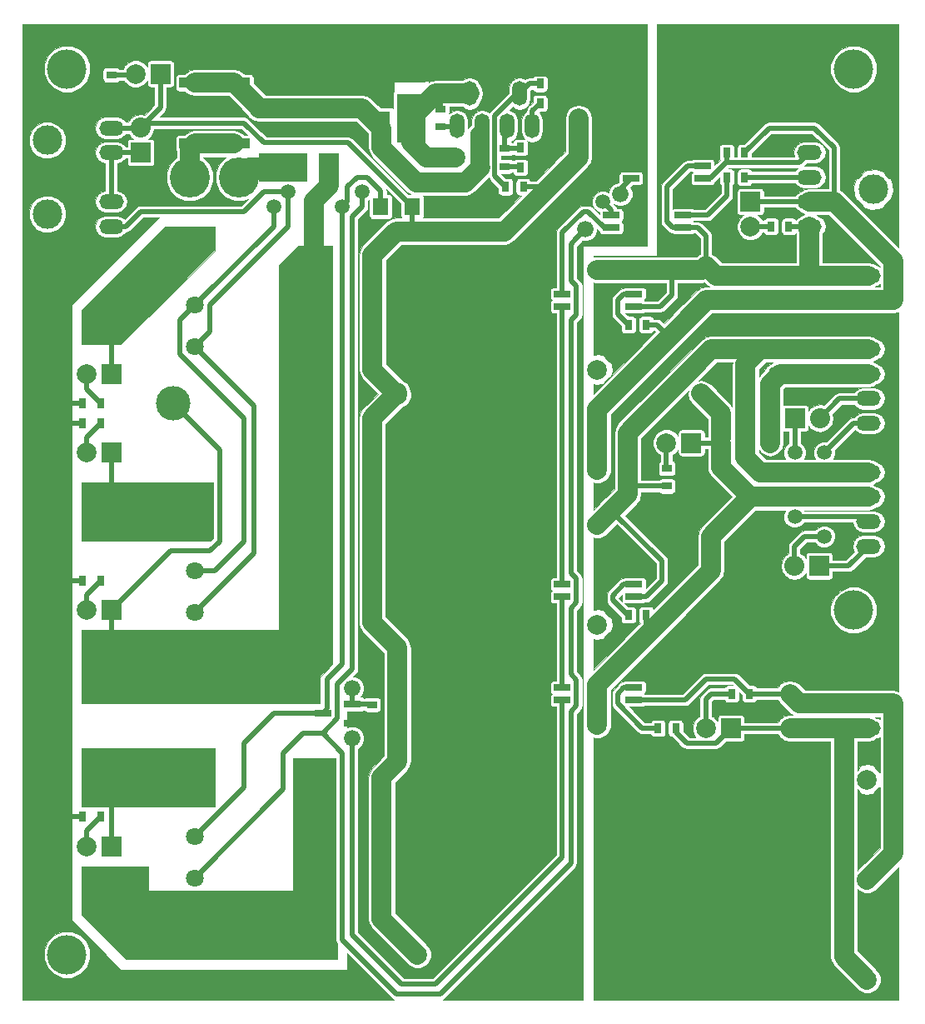
<source format=gbr>
G04 #@! TF.FileFunction,Copper,L2,Bot,Signal*
%FSLAX46Y46*%
G04 Gerber Fmt 4.6, Leading zero omitted, Abs format (unit mm)*
G04 Created by KiCad (PCBNEW 4.0.4-stable) date 12/02/16 16:54:33*
%MOMM*%
%LPD*%
G01*
G04 APERTURE LIST*
%ADD10C,0.100000*%
%ADD11C,2.000000*%
%ADD12C,3.500000*%
%ADD13C,1.800000*%
%ADD14O,2.500000X1.500000*%
%ADD15C,3.000000*%
%ADD16R,1.800000X1.600000*%
%ADD17R,0.800000X1.000000*%
%ADD18R,1.300000X1.300000*%
%ADD19C,1.300000*%
%ADD20R,2.000000X2.000000*%
%ADD21C,4.064000*%
%ADD22R,2.032000X2.032000*%
%ADD23O,2.032000X2.032000*%
%ADD24R,1.000000X0.800000*%
%ADD25R,3.200000X1.000000*%
%ADD26R,1.800860X0.800100*%
%ADD27C,1.676400*%
%ADD28R,2.000000X3.000000*%
%ADD29R,5.000000X3.000000*%
%ADD30O,1.501140X2.499360*%
%ADD31R,1.700000X0.650000*%
%ADD32R,3.000000X2.000000*%
%ADD33R,3.000000X5.000000*%
%ADD34C,1.998980*%
%ADD35R,1.600000X1.800000*%
%ADD36C,4.000000*%
%ADD37C,1.500000*%
%ADD38C,0.500000*%
%ADD39C,2.000000*%
%ADD40C,0.250000*%
%ADD41C,1.000000*%
%ADD42C,0.026000*%
G04 APERTURE END LIST*
D10*
D11*
X40640000Y-94996000D03*
X40640000Y-89916000D03*
X40640000Y-79756000D03*
X86360000Y-77216000D03*
X86360000Y-87376000D03*
X86360000Y-97536000D03*
D12*
X18000000Y-50000000D03*
D13*
X18000000Y-60200000D03*
X18000000Y-56000000D03*
D12*
X15800000Y-66000000D03*
X30100000Y-52300000D03*
X30100000Y-63300000D03*
D11*
X38608000Y-38100000D03*
X38608000Y-33020000D03*
X38608000Y-25400000D03*
X58928000Y-25400000D03*
X58928000Y-35560000D03*
X58928000Y-45720000D03*
D12*
X18000000Y-23000000D03*
D13*
X18000000Y-33200000D03*
X18000000Y-29000000D03*
D12*
X15800000Y-39000000D03*
X30100000Y-25300000D03*
X30100000Y-36300000D03*
D14*
X9500000Y-11000000D03*
X9500000Y-13500000D03*
D15*
X3000000Y-12250000D03*
D16*
X37000000Y-10100000D03*
X37000000Y-6900000D03*
D17*
X54900000Y-8500000D03*
X53100000Y-8500000D03*
D18*
X57000000Y-10000000D03*
D19*
X62000000Y-10000000D03*
D20*
X14500000Y-5500000D03*
D11*
X11960000Y-5500000D03*
D20*
X74500000Y-18500000D03*
D11*
X74500000Y-21040000D03*
D20*
X68500000Y-43000000D03*
D11*
X65960000Y-43000000D03*
D20*
X9500000Y-36000000D03*
D11*
X6960000Y-36000000D03*
D20*
X9500000Y-60000000D03*
D11*
X6960000Y-60000000D03*
D20*
X9500000Y-44000000D03*
D11*
X6960000Y-44000000D03*
D20*
X72500000Y-72000000D03*
D11*
X69960000Y-72000000D03*
X38608000Y-64008000D03*
X38608000Y-58928000D03*
X38608000Y-51308000D03*
X58928000Y-51308000D03*
X58928000Y-61468000D03*
X58928000Y-71628000D03*
D21*
X8500000Y-31000000D03*
D14*
X9500000Y-18500000D03*
X9500000Y-21000000D03*
D15*
X3000000Y-19750000D03*
D21*
X3500000Y-50000000D03*
X22500000Y-16000000D03*
X17500000Y-16000000D03*
D22*
X12500000Y-13500000D03*
D23*
X12500000Y-10960000D03*
D21*
X8500000Y-50000000D03*
X3500000Y-31000000D03*
X8500000Y-66000000D03*
X3500000Y-66000000D03*
D24*
X9500000Y-5600000D03*
X9500000Y-7400000D03*
D25*
X22000000Y-6400000D03*
X22000000Y-12600000D03*
D17*
X63900000Y-60500000D03*
X62100000Y-60500000D03*
X76600000Y-21000000D03*
X78400000Y-21000000D03*
D24*
X66000000Y-45600000D03*
X66000000Y-47400000D03*
D17*
X63900000Y-31000000D03*
X62100000Y-31000000D03*
D24*
X36000000Y-69600000D03*
X36000000Y-71400000D03*
D25*
X18000000Y-6400000D03*
X18000000Y-12600000D03*
D17*
X8400000Y-39000000D03*
X6600000Y-39000000D03*
X8400000Y-57000000D03*
X6600000Y-57000000D03*
X8400000Y-41000000D03*
X6600000Y-41000000D03*
X66900000Y-72000000D03*
X65100000Y-72000000D03*
X73900000Y-16000000D03*
X72100000Y-16000000D03*
X72600000Y-68500000D03*
X74400000Y-68500000D03*
D19*
X78500000Y-68500000D03*
D18*
X78500000Y-72000000D03*
D19*
X70000000Y-25000000D03*
D18*
X70000000Y-28500000D03*
D19*
X69500000Y-34500000D03*
D18*
X69500000Y-38000000D03*
X24500000Y-9000000D03*
D19*
X24500000Y-4000000D03*
D18*
X35000000Y-9000000D03*
D19*
X35000000Y-4000000D03*
D14*
X86500000Y-53500000D03*
X86500000Y-51000000D03*
X86500000Y-48500000D03*
X86500000Y-46000000D03*
X86500000Y-41000000D03*
X86500000Y-38500000D03*
X86500000Y-36000000D03*
X86500000Y-33500000D03*
X77500000Y-28500000D03*
X77500000Y-26000000D03*
X86500000Y-72000000D03*
X86500000Y-69500000D03*
D20*
X9500000Y-84000000D03*
D11*
X6960000Y-84000000D03*
D21*
X8500000Y-77000000D03*
X3500000Y-77000000D03*
X8500000Y-89000000D03*
X3500000Y-89000000D03*
D17*
X8400000Y-81000000D03*
X6600000Y-81000000D03*
D12*
X18000000Y-77000000D03*
D13*
X18000000Y-87200000D03*
X18000000Y-83000000D03*
D12*
X15800000Y-93000000D03*
X30100000Y-79300000D03*
X30100000Y-90300000D03*
D14*
X80500000Y-21000000D03*
X80500000Y-18500000D03*
X80500000Y-16000000D03*
X80500000Y-13500000D03*
D15*
X87000000Y-17250000D03*
D26*
X34001140Y-69550000D03*
X34001140Y-71450000D03*
X30998860Y-70500000D03*
D27*
X34000000Y-73040000D03*
X34000000Y-67960000D03*
D28*
X31600000Y-15000000D03*
D29*
X27000000Y-15000000D03*
D14*
X77500000Y-36000000D03*
X77500000Y-33500000D03*
X86500000Y-28500000D03*
X86500000Y-26000000D03*
D17*
X49600000Y-17000000D03*
X51400000Y-17000000D03*
X54900000Y-6500000D03*
X53100000Y-6500000D03*
D24*
X43000000Y-9100000D03*
X43000000Y-10900000D03*
D17*
X51100000Y-13000000D03*
X52900000Y-13000000D03*
X51100000Y-15000000D03*
X52900000Y-15000000D03*
D30*
X48500000Y-7500000D03*
X45960000Y-7500000D03*
X51040000Y-7500000D03*
X44690000Y-10800000D03*
X47230000Y-10800000D03*
X49770000Y-10800000D03*
X52310000Y-10800000D03*
D31*
X62650000Y-27865000D03*
X62650000Y-29135000D03*
X55350000Y-29135000D03*
X55350000Y-27865000D03*
X62650000Y-57365000D03*
X62650000Y-58635000D03*
X55350000Y-58635000D03*
X55350000Y-57365000D03*
X62650000Y-67865000D03*
X62650000Y-69135000D03*
X55350000Y-69135000D03*
X55350000Y-67865000D03*
X67650000Y-19865000D03*
X67650000Y-21135000D03*
X60350000Y-21135000D03*
X60350000Y-19865000D03*
X62350000Y-16135000D03*
X62350000Y-14865000D03*
X69650000Y-14865000D03*
X69650000Y-16135000D03*
D24*
X49500000Y-13100000D03*
X49500000Y-14900000D03*
D32*
X40000000Y-5400000D03*
D33*
X40000000Y-10000000D03*
D17*
X72100000Y-13500000D03*
X73900000Y-13500000D03*
D34*
X44500000Y-14000000D03*
X44500000Y-21500000D03*
D27*
X57703949Y-21296051D03*
X61296051Y-17703949D03*
D35*
X40100000Y-19000000D03*
X36900000Y-19000000D03*
D22*
X79000000Y-40500000D03*
D23*
X81540000Y-40500000D03*
D22*
X81500000Y-55500000D03*
D23*
X78960000Y-55500000D03*
D36*
X85000000Y-60000000D03*
X85000000Y-5000000D03*
X5000000Y-95000000D03*
X5000000Y-5000000D03*
D37*
X59500000Y-18500000D03*
X56000000Y-15000000D03*
X27500000Y-17500000D03*
X35000000Y-17500000D03*
X33000000Y-19000000D03*
X26000000Y-19000000D03*
X76500000Y-48500000D03*
X76500000Y-43000000D03*
X79000000Y-44000000D03*
X79000000Y-50500000D03*
X82000000Y-44000000D03*
X82000000Y-52500000D03*
D38*
X3500000Y-31000000D02*
X3500000Y-26500000D01*
X7500000Y-22500000D02*
X7500000Y-9400000D01*
X3500000Y-26500000D02*
X7500000Y-22500000D01*
X9500000Y-7400000D02*
X7500000Y-9400000D01*
D39*
X35000000Y-4000000D02*
X36400000Y-5400000D01*
X36400000Y-5400000D02*
X40000000Y-5400000D01*
X24500000Y-4000000D02*
X35000000Y-4000000D01*
D38*
X40640000Y-89916000D02*
X41416000Y-89916000D01*
X62350000Y-14865000D02*
X59500000Y-14865000D01*
X59500000Y-14865000D02*
X59500000Y-15000000D01*
X36000000Y-71400000D02*
X36000000Y-73500000D01*
X35000000Y-92500000D02*
X36000000Y-93500000D01*
X35000000Y-74500000D02*
X35000000Y-92500000D01*
X36000000Y-73500000D02*
X35000000Y-74500000D01*
D39*
X62000000Y-10000000D02*
X59500000Y-10000000D01*
X59500000Y-15000000D02*
X59500000Y-10000000D01*
X59500000Y-10000000D02*
X59500000Y-7500000D01*
X40000000Y-5400000D02*
X40900000Y-4500000D01*
X40900000Y-4500000D02*
X47500000Y-4500000D01*
X59500000Y-7500000D02*
X56500000Y-4500000D01*
X56500000Y-4500000D02*
X47500000Y-4500000D01*
D38*
X53900000Y-5500000D02*
X50500000Y-5500000D01*
X50500000Y-5500000D02*
X48500000Y-7500000D01*
X54900000Y-6500000D02*
X53900000Y-5500000D01*
D39*
X48500000Y-5500000D02*
X48500000Y-7500000D01*
X47500000Y-4500000D02*
X48500000Y-5500000D01*
D38*
X52900000Y-15000000D02*
X52900000Y-13000000D01*
X52900000Y-13000000D02*
X54900000Y-11000000D01*
X54900000Y-11000000D02*
X54900000Y-8500000D01*
D39*
X38608000Y-25400000D02*
X49100000Y-25400000D01*
D38*
X54900000Y-8500000D02*
X54900000Y-6500000D01*
X42500000Y-91776000D02*
X40640000Y-89916000D01*
X42500000Y-96000000D02*
X42500000Y-91776000D01*
X41500000Y-97000000D02*
X42500000Y-96000000D01*
X39500000Y-97000000D02*
X41500000Y-97000000D01*
X36000000Y-93500000D02*
X39500000Y-97000000D01*
D39*
X40640000Y-79756000D02*
X41500000Y-78896000D01*
X41500000Y-61820000D02*
X38608000Y-58928000D01*
X41500000Y-78896000D02*
X41500000Y-61820000D01*
X40640000Y-89916000D02*
X40640000Y-79756000D01*
X38608000Y-51308000D02*
X41148000Y-48768000D01*
X41148000Y-48768000D02*
X41148000Y-35372000D01*
D38*
X3500000Y-39000000D02*
X3500000Y-31000000D01*
X6600000Y-39000000D02*
X3500000Y-39000000D01*
X3500000Y-39000000D02*
X3500000Y-41000000D01*
D39*
X38608000Y-32832000D02*
X38608000Y-25212000D01*
X41148000Y-35372000D02*
X38608000Y-32832000D01*
X38608000Y-58740000D02*
X38608000Y-51120000D01*
D38*
X34001140Y-71450000D02*
X35950000Y-71450000D01*
X35950000Y-71450000D02*
X36000000Y-71400000D01*
X3500000Y-66000000D02*
X3500000Y-77000000D01*
X3500000Y-66000000D02*
X3500000Y-57000000D01*
X6600000Y-57000000D02*
X3500000Y-57000000D01*
X3500000Y-57000000D02*
X3500000Y-50000000D01*
X3500000Y-50000000D02*
X3500000Y-41000000D01*
X3500000Y-41000000D02*
X6600000Y-41000000D01*
X3500000Y-81000000D02*
X3500000Y-89000000D01*
X6600000Y-81000000D02*
X3500000Y-81000000D01*
X3500000Y-81000000D02*
X3500000Y-77000000D01*
D39*
X49100000Y-25400000D02*
X59000000Y-15500000D01*
X59000000Y-15500000D02*
X59500000Y-15000000D01*
X30100000Y-25300000D02*
X30100000Y-18400000D01*
X31600000Y-16900000D02*
X31600000Y-15000000D01*
X30100000Y-18400000D02*
X31600000Y-16900000D01*
D38*
X20500000Y-48500000D02*
X20500000Y-53000000D01*
X20500000Y-43700000D02*
X20500000Y-48500000D01*
X15800000Y-39000000D02*
X20500000Y-43700000D01*
X15500000Y-54000000D02*
X9500000Y-60000000D01*
X19500000Y-54000000D02*
X15500000Y-54000000D01*
X20500000Y-53000000D02*
X19500000Y-54000000D01*
X9500000Y-60000000D02*
X9500000Y-65000000D01*
X9500000Y-65000000D02*
X8500000Y-66000000D01*
D40*
X37000000Y-10100000D02*
X37000000Y-11000000D01*
X37000000Y-11000000D02*
X37000000Y-12000000D01*
X37000000Y-12000000D02*
X37000000Y-11000000D01*
D39*
X45500000Y-16500000D02*
X47000000Y-15000000D01*
D41*
X46500000Y-15500000D02*
X45500000Y-16500000D01*
X47230000Y-10800000D02*
X46500000Y-11530000D01*
X46500000Y-11530000D02*
X46500000Y-15500000D01*
X47230000Y-10800000D02*
X47500000Y-11070000D01*
X47500000Y-11070000D02*
X47500000Y-14500000D01*
X47500000Y-14500000D02*
X46500000Y-15500000D01*
X47230000Y-10800000D02*
X47000000Y-11030000D01*
D39*
X35000000Y-9000000D02*
X37000000Y-11000000D01*
X37000000Y-11000000D02*
X37000000Y-11000000D01*
X37000000Y-11000000D02*
X37000000Y-13000000D01*
X37000000Y-13000000D02*
X40500000Y-16500000D01*
X40500000Y-16500000D02*
X45500000Y-16500000D01*
X22000000Y-6400000D02*
X24500000Y-8900000D01*
X24500000Y-8900000D02*
X24500000Y-9000000D01*
X18000000Y-6400000D02*
X22000000Y-6400000D01*
X35000000Y-9000000D02*
X24500000Y-9000000D01*
D38*
X53100000Y-8500000D02*
X52310000Y-9290000D01*
X52310000Y-9290000D02*
X52310000Y-10800000D01*
X63900000Y-31000000D02*
X65000000Y-31000000D01*
X65000000Y-31000000D02*
X66250000Y-32250000D01*
X73900000Y-13500000D02*
X76400000Y-11000000D01*
X83000000Y-13000000D02*
X83000000Y-18500000D01*
X81000000Y-11000000D02*
X83000000Y-13000000D01*
X76400000Y-11000000D02*
X81000000Y-11000000D01*
X74500000Y-18500000D02*
X80500000Y-18500000D01*
D39*
X58928000Y-45720000D02*
X58928000Y-39572000D01*
X58928000Y-39572000D02*
X66250000Y-32250000D01*
X66250000Y-32250000D02*
X68000000Y-30500000D01*
X68000000Y-30500000D02*
X70000000Y-28500000D01*
X77500000Y-28500000D02*
X70000000Y-28500000D01*
X80500000Y-18500000D02*
X83000000Y-18500000D01*
X83000000Y-18500000D02*
X89000000Y-24500000D01*
X86500000Y-28500000D02*
X89000000Y-28500000D01*
X89000000Y-28500000D02*
X89000000Y-24500000D01*
X86500000Y-28500000D02*
X77500000Y-28500000D01*
D38*
X11960000Y-5500000D02*
X11860000Y-5600000D01*
X11860000Y-5600000D02*
X9500000Y-5600000D01*
X76600000Y-21000000D02*
X74540000Y-21000000D01*
X74540000Y-21000000D02*
X74500000Y-21040000D01*
X65960000Y-43000000D02*
X65960000Y-45560000D01*
X65960000Y-45560000D02*
X66000000Y-45600000D01*
X62100000Y-60500000D02*
X62000000Y-60500000D01*
X62000000Y-60500000D02*
X60500000Y-59000000D01*
X60500000Y-59000000D02*
X60500000Y-58500000D01*
X60500000Y-58500000D02*
X61635000Y-57365000D01*
X61635000Y-57365000D02*
X62650000Y-57365000D01*
D39*
X22500000Y-16000000D02*
X23500000Y-15000000D01*
X23500000Y-15000000D02*
X27000000Y-15000000D01*
D38*
X8500000Y-31000000D02*
X9500000Y-32000000D01*
X9500000Y-32000000D02*
X9500000Y-36000000D01*
X6960000Y-36000000D02*
X6960000Y-37560000D01*
X6960000Y-37560000D02*
X8400000Y-39000000D01*
X6960000Y-60000000D02*
X6960000Y-58440000D01*
X6960000Y-58440000D02*
X8400000Y-57000000D01*
D39*
X17500000Y-16000000D02*
X17500000Y-13100000D01*
X17500000Y-13100000D02*
X18000000Y-12600000D01*
X18000000Y-12600000D02*
X22000000Y-12600000D01*
D38*
X23000000Y-10500000D02*
X25000000Y-12500000D01*
X40100000Y-19000000D02*
X33600000Y-12500000D01*
X23000000Y-10500000D02*
X12960000Y-10500000D01*
X25000000Y-12500000D02*
X33600000Y-12500000D01*
X12500000Y-10960000D02*
X14500000Y-8960000D01*
X14500000Y-8960000D02*
X14500000Y-5500000D01*
X12500000Y-10960000D02*
X12960000Y-10500000D01*
X13040000Y-10960000D02*
X12500000Y-10960000D01*
X40100000Y-19000000D02*
X40100000Y-21500000D01*
X40000000Y-21000000D02*
X40000000Y-21500000D01*
X40000000Y-21400000D02*
X40000000Y-21000000D01*
X40100000Y-21500000D02*
X40000000Y-21400000D01*
X60350000Y-19865000D02*
X60350000Y-19350000D01*
X60350000Y-19350000D02*
X59500000Y-18500000D01*
D39*
X38608000Y-64008000D02*
X38608000Y-75392000D01*
X37000000Y-91356000D02*
X40640000Y-94996000D01*
X37000000Y-77000000D02*
X37000000Y-91356000D01*
X38608000Y-75392000D02*
X37000000Y-77000000D01*
X49500000Y-21500000D02*
X44500000Y-21500000D01*
X54500000Y-16500000D02*
X49500000Y-21500000D01*
D38*
X51400000Y-17000000D02*
X54000000Y-17000000D01*
D39*
X57000000Y-14000000D02*
X56000000Y-15000000D01*
X57000000Y-10000000D02*
X57000000Y-14000000D01*
X56000000Y-15000000D02*
X54500000Y-16500000D01*
D38*
X54000000Y-17000000D02*
X54500000Y-17000000D01*
X54500000Y-17000000D02*
X54500000Y-16500000D01*
D39*
X38608000Y-38100000D02*
X36068000Y-35560000D01*
X36068000Y-35560000D02*
X36068000Y-23876000D01*
X36068000Y-23876000D02*
X38444000Y-21500000D01*
X38444000Y-21500000D02*
X40000000Y-21500000D01*
X40000000Y-21500000D02*
X44500000Y-21500000D01*
D38*
X9500000Y-11000000D02*
X12460000Y-11000000D01*
X12460000Y-11000000D02*
X12500000Y-10960000D01*
D39*
X38608000Y-63820000D02*
X36000000Y-61212000D01*
X36000000Y-40520000D02*
X38608000Y-37912000D01*
X36000000Y-61212000D02*
X36000000Y-40520000D01*
D38*
X67650000Y-21135000D02*
X66635000Y-21135000D01*
X68135000Y-14865000D02*
X69650000Y-14865000D01*
X66000000Y-17000000D02*
X68135000Y-14865000D01*
X66000000Y-20500000D02*
X66000000Y-17000000D01*
X66635000Y-21135000D02*
X66000000Y-20500000D01*
X67650000Y-21135000D02*
X69135000Y-21135000D01*
X70000000Y-22000000D02*
X70000000Y-25000000D01*
X69135000Y-21135000D02*
X70000000Y-22000000D01*
X62650000Y-29135000D02*
X65365000Y-29135000D01*
X66500000Y-28000000D02*
X66500000Y-25400000D01*
X65365000Y-29135000D02*
X66500000Y-28000000D01*
X69650000Y-24650000D02*
X70000000Y-25000000D01*
X78400000Y-21000000D02*
X80500000Y-21000000D01*
D39*
X70000000Y-25000000D02*
X71000000Y-26000000D01*
X71000000Y-26000000D02*
X77500000Y-26000000D01*
X70000000Y-25000000D02*
X69600000Y-25400000D01*
X69600000Y-25400000D02*
X66500000Y-25400000D01*
X66500000Y-25400000D02*
X66000000Y-25400000D01*
X66000000Y-25400000D02*
X58928000Y-25400000D01*
X80500000Y-21000000D02*
X80500000Y-26000000D01*
X77500000Y-26000000D02*
X80500000Y-26000000D01*
X80500000Y-26000000D02*
X86500000Y-26000000D01*
D38*
X62650000Y-27865000D02*
X61635000Y-27865000D01*
X61000000Y-29900000D02*
X62100000Y-31000000D01*
X61000000Y-28500000D02*
X61000000Y-29900000D01*
X61635000Y-27865000D02*
X61000000Y-28500000D01*
X55350000Y-57365000D02*
X55350000Y-29135000D01*
X34000000Y-67960000D02*
X34000000Y-69548860D01*
X34000000Y-69548860D02*
X34001140Y-69550000D01*
X34001140Y-69550000D02*
X35950000Y-69550000D01*
X35950000Y-69550000D02*
X36000000Y-69600000D01*
X8500000Y-50000000D02*
X9500000Y-49000000D01*
X9500000Y-49000000D02*
X9500000Y-44000000D01*
X6960000Y-44000000D02*
X6960000Y-42440000D01*
X6960000Y-42440000D02*
X8400000Y-41000000D01*
X72600000Y-68500000D02*
X70500000Y-68500000D01*
X69960000Y-69040000D02*
X69960000Y-72000000D01*
X70500000Y-68500000D02*
X69960000Y-69040000D01*
X65100000Y-72000000D02*
X63500000Y-72000000D01*
X61635000Y-67865000D02*
X62650000Y-67865000D01*
X61000000Y-68500000D02*
X61635000Y-67865000D01*
X61000000Y-69500000D02*
X61000000Y-68500000D01*
X63500000Y-72000000D02*
X61000000Y-69500000D01*
X67650000Y-19865000D02*
X70135000Y-19865000D01*
X72100000Y-17900000D02*
X72100000Y-16000000D01*
X70135000Y-19865000D02*
X72100000Y-17900000D01*
X68235000Y-19865000D02*
X67650000Y-19865000D01*
X9500000Y-21000000D02*
X11000000Y-21000000D01*
X11000000Y-21000000D02*
X12500000Y-19500000D01*
X35000000Y-17500000D02*
X35000000Y-19000000D01*
X35000000Y-19000000D02*
X34000000Y-20000000D01*
X25000000Y-17500000D02*
X27500000Y-17500000D01*
X23000000Y-19500000D02*
X25000000Y-17500000D01*
X12500000Y-19500000D02*
X23000000Y-19500000D01*
X56800000Y-69750000D02*
X56250000Y-70300000D01*
X56250000Y-70300000D02*
X56250000Y-85750000D01*
X56800000Y-59250000D02*
X56250000Y-59800000D01*
X56250000Y-66500000D02*
X56800000Y-67050000D01*
X56250000Y-59800000D02*
X56250000Y-66500000D01*
X56800000Y-30000000D02*
X56250000Y-30550000D01*
X56250000Y-56250000D02*
X56800000Y-56800000D01*
X56250000Y-30550000D02*
X56250000Y-56250000D01*
X56800000Y-22250000D02*
X56250000Y-22800000D01*
X56250000Y-26500000D02*
X56800000Y-27050000D01*
X56250000Y-22800000D02*
X56250000Y-26500000D01*
X56800000Y-22200000D02*
X56800000Y-22250000D01*
X56800000Y-27050000D02*
X56800000Y-30000000D01*
X56800000Y-56800000D02*
X56800000Y-59250000D01*
X56800000Y-67050000D02*
X56800000Y-69750000D01*
X56800000Y-22200000D02*
X57703949Y-21296051D01*
X27500000Y-17500000D02*
X27500000Y-21000000D01*
X19500000Y-29000000D02*
X19500000Y-31700000D01*
X27500000Y-21000000D02*
X19500000Y-29000000D01*
X19500000Y-31700000D02*
X18000000Y-33200000D01*
X27000000Y-78200000D02*
X18000000Y-87200000D01*
X27000000Y-78200000D02*
X27000000Y-74500000D01*
X18000000Y-60200000D02*
X24000000Y-54200000D01*
X24000000Y-39200000D02*
X18000000Y-33200000D01*
X24000000Y-54200000D02*
X24000000Y-39200000D01*
X27000000Y-74500000D02*
X29000000Y-72500000D01*
X56250000Y-85750000D02*
X43000000Y-99000000D01*
X43000000Y-99000000D02*
X38500000Y-99000000D01*
X38500000Y-99000000D02*
X33000000Y-93500000D01*
X33000000Y-93500000D02*
X33000000Y-74500000D01*
X31000000Y-72500000D02*
X33000000Y-74500000D01*
X34000000Y-20000000D02*
X34000000Y-66000000D01*
X31000000Y-72500000D02*
X32500000Y-71000000D01*
X32500000Y-71000000D02*
X32500000Y-69000000D01*
X32500000Y-69000000D02*
X32500000Y-67500000D01*
X32500000Y-67500000D02*
X34000000Y-66000000D01*
X29000000Y-72500000D02*
X31000000Y-72500000D01*
X33000000Y-19000000D02*
X33500000Y-18500000D01*
X36900000Y-17400000D02*
X36900000Y-19000000D01*
X35500000Y-16000000D02*
X36900000Y-17400000D01*
X34500000Y-16000000D02*
X35500000Y-16000000D01*
X33500000Y-17000000D02*
X34500000Y-16000000D01*
X33500000Y-18500000D02*
X33500000Y-17000000D01*
X30998860Y-70500000D02*
X31500000Y-69998860D01*
X31500000Y-69998860D02*
X31500000Y-67000000D01*
X18000000Y-56000000D02*
X20000000Y-56000000D01*
X23000000Y-53000000D02*
X23000000Y-51000000D01*
X20000000Y-56000000D02*
X23000000Y-53000000D01*
X26000000Y-19000000D02*
X26000000Y-21000000D01*
X26000000Y-21000000D02*
X18000000Y-29000000D01*
X31500000Y-67000000D02*
X33000000Y-65500000D01*
X33000000Y-65500000D02*
X33000000Y-19000000D01*
X18000000Y-83000000D02*
X23000000Y-78000000D01*
X26000000Y-70500000D02*
X30998860Y-70500000D01*
X23000000Y-73500000D02*
X26000000Y-70500000D01*
X23000000Y-78000000D02*
X23000000Y-73500000D01*
X23000000Y-51000000D02*
X23000000Y-40500000D01*
X23000000Y-40500000D02*
X16500000Y-34000000D01*
X16500000Y-34000000D02*
X16500000Y-30500000D01*
X16500000Y-30500000D02*
X18000000Y-29000000D01*
X60350000Y-21135000D02*
X59635000Y-21135000D01*
X59635000Y-21135000D02*
X58000000Y-19500000D01*
X58000000Y-19500000D02*
X57500000Y-19500000D01*
X57500000Y-19500000D02*
X55350000Y-21650000D01*
X55350000Y-21650000D02*
X55350000Y-27865000D01*
X62650000Y-69135000D02*
X67865000Y-69135000D01*
X72900000Y-67000000D02*
X74400000Y-68500000D01*
X70000000Y-67000000D02*
X72900000Y-67000000D01*
X67865000Y-69135000D02*
X70000000Y-67000000D01*
X78500000Y-68500000D02*
X74400000Y-68500000D01*
D39*
X86500000Y-69500000D02*
X79500000Y-69500000D01*
X79500000Y-69500000D02*
X78500000Y-68500000D01*
X89000000Y-82704000D02*
X89000000Y-84736000D01*
X89000000Y-82704000D02*
X89000000Y-69500000D01*
X86500000Y-69500000D02*
X89000000Y-69500000D01*
X89000000Y-84736000D02*
X86360000Y-87376000D01*
D38*
X66900000Y-72000000D02*
X66900000Y-72400000D01*
X66900000Y-72400000D02*
X68000000Y-73500000D01*
X68000000Y-73500000D02*
X71000000Y-73500000D01*
X71000000Y-73500000D02*
X72500000Y-72000000D01*
X72500000Y-72000000D02*
X78500000Y-72000000D01*
D39*
X78500000Y-72000000D02*
X84000000Y-72000000D01*
X86360000Y-97536000D02*
X84000000Y-95176000D01*
X84000000Y-95176000D02*
X84000000Y-72000000D01*
X84000000Y-72000000D02*
X86500000Y-72000000D01*
D38*
X62650000Y-58635000D02*
X63865000Y-58635000D01*
X65500000Y-55000000D02*
X60368000Y-49868000D01*
X65500000Y-57000000D02*
X65500000Y-55000000D01*
X63865000Y-58635000D02*
X65500000Y-57000000D01*
X66000000Y-47400000D02*
X62836000Y-47400000D01*
X62836000Y-47400000D02*
X62000000Y-48236000D01*
D39*
X69500000Y-34500000D02*
X70500000Y-33500000D01*
X70500000Y-33500000D02*
X77500000Y-33500000D01*
X58928000Y-51308000D02*
X60368000Y-49868000D01*
X60368000Y-49868000D02*
X62000000Y-48236000D01*
X62000000Y-42000000D02*
X69500000Y-34500000D01*
X62000000Y-48236000D02*
X62000000Y-42000000D01*
X86500000Y-46000000D02*
X75500000Y-46000000D01*
X75500000Y-46000000D02*
X74000000Y-44500000D01*
X74000000Y-44500000D02*
X74000000Y-35000000D01*
X74000000Y-35000000D02*
X75500000Y-33500000D01*
X75500000Y-33500000D02*
X77500000Y-33500000D01*
X86500000Y-33500000D02*
X77500000Y-33500000D01*
X77500000Y-36000000D02*
X76500000Y-37000000D01*
X76500000Y-37000000D02*
X76500000Y-43000000D01*
X77500000Y-36000000D02*
X79000000Y-36000000D01*
X79000000Y-36000000D02*
X86500000Y-36000000D01*
X78500000Y-48500000D02*
X86500000Y-48500000D01*
X71500000Y-43000000D02*
X71500000Y-45500000D01*
X71500000Y-45500000D02*
X74500000Y-48500000D01*
X74500000Y-48500000D02*
X76500000Y-48500000D01*
X76500000Y-48500000D02*
X78500000Y-48500000D01*
X70500000Y-56000000D02*
X70500000Y-52500000D01*
X64000000Y-62500000D02*
X70500000Y-56000000D01*
X70500000Y-52500000D02*
X74500000Y-48500000D01*
D41*
X74500000Y-48500000D02*
X71500000Y-45500000D01*
X71500000Y-45500000D02*
X71500000Y-42500000D01*
D38*
X68500000Y-43000000D02*
X71500000Y-43000000D01*
X71000000Y-42500000D02*
X71500000Y-42500000D01*
X71500000Y-43000000D02*
X71000000Y-42500000D01*
D39*
X69500000Y-38000000D02*
X71500000Y-40000000D01*
X71500000Y-40000000D02*
X71500000Y-42500000D01*
D38*
X63900000Y-60500000D02*
X63900000Y-62600000D01*
X64000000Y-63000000D02*
X64000000Y-62500000D01*
X64000000Y-62700000D02*
X64000000Y-63000000D01*
X63900000Y-62600000D02*
X64000000Y-62700000D01*
D39*
X58928000Y-71628000D02*
X58928000Y-67572000D01*
X58928000Y-67572000D02*
X64000000Y-62500000D01*
D38*
X9500000Y-84000000D02*
X9500000Y-78000000D01*
X9500000Y-78000000D02*
X8500000Y-77000000D01*
X6960000Y-84000000D02*
X6960000Y-82440000D01*
X6960000Y-82440000D02*
X8400000Y-81000000D01*
X72000000Y-14500000D02*
X76500000Y-14500000D01*
X79500000Y-14500000D02*
X80500000Y-13500000D01*
X76500000Y-14500000D02*
X79500000Y-14500000D01*
X69650000Y-16135000D02*
X70365000Y-16135000D01*
X70365000Y-16135000D02*
X72000000Y-14500000D01*
X72000000Y-14500000D02*
X72100000Y-14400000D01*
X72100000Y-14400000D02*
X72100000Y-13500000D01*
X55350000Y-67865000D02*
X55350000Y-58635000D01*
X34000000Y-73040000D02*
X34000000Y-93000000D01*
X34000000Y-93000000D02*
X35000000Y-94000000D01*
X55350000Y-85150000D02*
X55350000Y-69135000D01*
X42500000Y-98000000D02*
X55350000Y-85150000D01*
X39000000Y-98000000D02*
X42500000Y-98000000D01*
X35000000Y-94000000D02*
X39000000Y-98000000D01*
X73900000Y-16000000D02*
X80500000Y-16000000D01*
D39*
X42500000Y-7500000D02*
X42500000Y-7500000D01*
D38*
X43000000Y-9100000D02*
X43000000Y-7500000D01*
X43000000Y-7500000D02*
X42500000Y-8000000D01*
X42500000Y-8000000D02*
X42500000Y-7500000D01*
D39*
X45960000Y-7500000D02*
X42500000Y-7500000D01*
X42500000Y-7500000D02*
X40000000Y-10000000D01*
X40000000Y-12500000D02*
X40000000Y-10000000D01*
X44500000Y-14000000D02*
X41500000Y-14000000D01*
X41500000Y-14000000D02*
X40000000Y-12500000D01*
D38*
X43000000Y-10900000D02*
X44590000Y-10900000D01*
X44590000Y-10900000D02*
X44690000Y-10800000D01*
X49500000Y-13100000D02*
X49500000Y-11070000D01*
X49770000Y-11370000D02*
X49770000Y-10800000D01*
X49500000Y-11070000D02*
X49770000Y-10800000D01*
X50000000Y-11030000D02*
X49770000Y-10800000D01*
X49500000Y-13100000D02*
X51000000Y-13100000D01*
X51000000Y-13100000D02*
X51100000Y-13000000D01*
X49500000Y-14900000D02*
X51000000Y-14900000D01*
X51000000Y-14900000D02*
X51100000Y-15000000D01*
X48500000Y-15900000D02*
X48500000Y-9800000D01*
X48500000Y-9800000D02*
X50800000Y-7500000D01*
X50800000Y-7500000D02*
X51040000Y-7500000D01*
X51040000Y-7500000D02*
X50800000Y-7500000D01*
X52040000Y-6500000D02*
X51040000Y-7500000D01*
X49600000Y-17000000D02*
X48500000Y-15900000D01*
X53100000Y-6500000D02*
X52040000Y-6500000D01*
X61296051Y-17703949D02*
X61296051Y-17188949D01*
X61296051Y-17188949D02*
X62350000Y-16135000D01*
X9500000Y-13500000D02*
X9500000Y-18500000D01*
X9500000Y-13500000D02*
X12500000Y-13500000D01*
X86000000Y-50500000D02*
X79000000Y-50500000D01*
X79000000Y-44000000D02*
X79000000Y-40500000D01*
X86000000Y-50500000D02*
X86500000Y-51000000D01*
X86500000Y-51000000D02*
X86000000Y-50500000D01*
X81540000Y-40500000D02*
X83540000Y-38500000D01*
X83540000Y-38500000D02*
X86500000Y-38500000D01*
X86500000Y-38500000D02*
X86000000Y-38500000D01*
X84500000Y-55500000D02*
X86500000Y-53500000D01*
X81500000Y-55500000D02*
X84500000Y-55500000D01*
X78960000Y-53540000D02*
X78960000Y-55500000D01*
X80000000Y-52500000D02*
X78960000Y-53540000D01*
X82000000Y-52500000D02*
X80000000Y-52500000D01*
X86500000Y-41000000D02*
X85000000Y-41000000D01*
X82000000Y-44000000D02*
X85000000Y-41000000D01*
X86500000Y-41000000D02*
X85500000Y-41000000D01*
D42*
G36*
X63987000Y-22987000D02*
X57500000Y-22987000D01*
X57494942Y-22988024D01*
X57490681Y-22990935D01*
X57487889Y-22995275D01*
X57487000Y-23000000D01*
X57487000Y-99562000D01*
X43241077Y-99562000D01*
X43433456Y-99433456D01*
X56683457Y-86183456D01*
X56816338Y-85984585D01*
X56863000Y-85750000D01*
X56863000Y-70553912D01*
X57233456Y-70183457D01*
X57366338Y-69984585D01*
X57385749Y-69887000D01*
X57413000Y-69750000D01*
X57413000Y-67050000D01*
X57366338Y-66815415D01*
X57312329Y-66734585D01*
X57233456Y-66616543D01*
X56863000Y-66246088D01*
X56863000Y-60053912D01*
X57233456Y-59683457D01*
X57366338Y-59484585D01*
X57385749Y-59387000D01*
X57413000Y-59250000D01*
X57413000Y-56800000D01*
X57366338Y-56565415D01*
X57278303Y-56433662D01*
X57233456Y-56366543D01*
X56863000Y-55996088D01*
X56863000Y-30803912D01*
X57233456Y-30433457D01*
X57366338Y-30234585D01*
X57381363Y-30159049D01*
X57413000Y-30000000D01*
X57413000Y-27050000D01*
X57366338Y-26815415D01*
X57312329Y-26734585D01*
X57233456Y-26616543D01*
X56863000Y-26246088D01*
X56863000Y-23053912D01*
X57233456Y-22683457D01*
X57334141Y-22532771D01*
X57397479Y-22469434D01*
X57463967Y-22497042D01*
X57941834Y-22497459D01*
X58383485Y-22314973D01*
X58721683Y-21977365D01*
X58904940Y-21536033D01*
X58905170Y-21272083D01*
X59138419Y-21505332D01*
X59155201Y-21594520D01*
X59234702Y-21718068D01*
X59356006Y-21800951D01*
X59500000Y-21830111D01*
X61200000Y-21830111D01*
X61334520Y-21804799D01*
X61458068Y-21725298D01*
X61540951Y-21603994D01*
X61570111Y-21460000D01*
X61570111Y-20810000D01*
X61544799Y-20675480D01*
X61465298Y-20551932D01*
X61388956Y-20499770D01*
X61458068Y-20455298D01*
X61540951Y-20333994D01*
X61570111Y-20190000D01*
X61570111Y-19540000D01*
X61544799Y-19405480D01*
X61465298Y-19281932D01*
X61343994Y-19199049D01*
X61200000Y-19169889D01*
X60927174Y-19169889D01*
X60916338Y-19115415D01*
X60839220Y-19000000D01*
X60783457Y-18916544D01*
X60605902Y-18738989D01*
X60612806Y-18722361D01*
X60612808Y-18719751D01*
X60614737Y-18721683D01*
X61056069Y-18904940D01*
X61533936Y-18905357D01*
X61975587Y-18722871D01*
X62313785Y-18385263D01*
X62497042Y-17943931D01*
X62497459Y-17466064D01*
X62318635Y-17033277D01*
X62521801Y-16830111D01*
X63200000Y-16830111D01*
X63334520Y-16804799D01*
X63458068Y-16725298D01*
X63540951Y-16603994D01*
X63570111Y-16460000D01*
X63570111Y-15810000D01*
X63544799Y-15675480D01*
X63465298Y-15551932D01*
X63343994Y-15469049D01*
X63200000Y-15439889D01*
X61500000Y-15439889D01*
X61365480Y-15465201D01*
X61241932Y-15544702D01*
X61159049Y-15666006D01*
X61129889Y-15810000D01*
X61129889Y-16460000D01*
X61134355Y-16483733D01*
X61115497Y-16502591D01*
X61058166Y-16502541D01*
X60616515Y-16685027D01*
X60278317Y-17022635D01*
X60095060Y-17463967D01*
X60094992Y-17541924D01*
X59722361Y-17387194D01*
X59279582Y-17386807D01*
X58870360Y-17555894D01*
X58556995Y-17868713D01*
X58387194Y-18277639D01*
X58386807Y-18720418D01*
X58555894Y-19129640D01*
X58868713Y-19443005D01*
X59129889Y-19551455D01*
X59129889Y-19762977D01*
X58433456Y-19066544D01*
X58234585Y-18933662D01*
X58233549Y-18933456D01*
X58000000Y-18887000D01*
X57500000Y-18887000D01*
X57266451Y-18933456D01*
X57265415Y-18933662D01*
X57066543Y-19066544D01*
X54916544Y-21216544D01*
X54783662Y-21415415D01*
X54737000Y-21650000D01*
X54737000Y-27169889D01*
X54500000Y-27169889D01*
X54365480Y-27195201D01*
X54241932Y-27274702D01*
X54159049Y-27396006D01*
X54129889Y-27540000D01*
X54129889Y-28190000D01*
X54155201Y-28324520D01*
X54234702Y-28448068D01*
X54311044Y-28500230D01*
X54241932Y-28544702D01*
X54159049Y-28666006D01*
X54129889Y-28810000D01*
X54129889Y-29460000D01*
X54155201Y-29594520D01*
X54234702Y-29718068D01*
X54356006Y-29800951D01*
X54500000Y-29830111D01*
X54737000Y-29830111D01*
X54737000Y-56669889D01*
X54500000Y-56669889D01*
X54365480Y-56695201D01*
X54241932Y-56774702D01*
X54159049Y-56896006D01*
X54129889Y-57040000D01*
X54129889Y-57690000D01*
X54155201Y-57824520D01*
X54234702Y-57948068D01*
X54311044Y-58000230D01*
X54241932Y-58044702D01*
X54159049Y-58166006D01*
X54129889Y-58310000D01*
X54129889Y-58960000D01*
X54155201Y-59094520D01*
X54234702Y-59218068D01*
X54356006Y-59300951D01*
X54500000Y-59330111D01*
X54737000Y-59330111D01*
X54737000Y-67169889D01*
X54500000Y-67169889D01*
X54365480Y-67195201D01*
X54241932Y-67274702D01*
X54159049Y-67396006D01*
X54129889Y-67540000D01*
X54129889Y-68190000D01*
X54155201Y-68324520D01*
X54234702Y-68448068D01*
X54311044Y-68500230D01*
X54241932Y-68544702D01*
X54159049Y-68666006D01*
X54129889Y-68810000D01*
X54129889Y-69460000D01*
X54155201Y-69594520D01*
X54234702Y-69718068D01*
X54356006Y-69800951D01*
X54500000Y-69830111D01*
X54737000Y-69830111D01*
X54737000Y-84896087D01*
X42246088Y-97387000D01*
X39253913Y-97387000D01*
X35433459Y-93566547D01*
X35433457Y-93566544D01*
X34613000Y-92746088D01*
X34613000Y-74086414D01*
X34679536Y-74058922D01*
X35017734Y-73721314D01*
X35200991Y-73279982D01*
X35201408Y-72802115D01*
X35018922Y-72360464D01*
X34681314Y-72022266D01*
X34239982Y-71839009D01*
X33762115Y-71838592D01*
X33513000Y-71941524D01*
X33513000Y-70320161D01*
X34901570Y-70320161D01*
X35036090Y-70294849D01*
X35159638Y-70215348D01*
X35184138Y-70179490D01*
X35234702Y-70258068D01*
X35356006Y-70340951D01*
X35500000Y-70370111D01*
X36500000Y-70370111D01*
X36634520Y-70344799D01*
X36758068Y-70265298D01*
X36840951Y-70143994D01*
X36870111Y-70000000D01*
X36870111Y-69200000D01*
X36844799Y-69065480D01*
X36765298Y-68941932D01*
X36643994Y-68859049D01*
X36500000Y-68829889D01*
X35500000Y-68829889D01*
X35365480Y-68855201D01*
X35241932Y-68934702D01*
X35240362Y-68937000D01*
X35195901Y-68937000D01*
X35166868Y-68891882D01*
X35045564Y-68808999D01*
X34901570Y-68779839D01*
X34878967Y-68779839D01*
X35017734Y-68641314D01*
X35200991Y-68199982D01*
X35201408Y-67722115D01*
X35018922Y-67280464D01*
X34681314Y-66942266D01*
X34239982Y-66759009D01*
X34108019Y-66758894D01*
X34433456Y-66433457D01*
X34566338Y-66234585D01*
X34571427Y-66209000D01*
X34613000Y-66000000D01*
X34613000Y-20253912D01*
X35433457Y-19433456D01*
X35513113Y-19314241D01*
X35566338Y-19234585D01*
X35613000Y-19000000D01*
X35613000Y-18450982D01*
X35629640Y-18444106D01*
X35729889Y-18344032D01*
X35729889Y-19900000D01*
X35755201Y-20034520D01*
X35834702Y-20158068D01*
X35956006Y-20240951D01*
X36100000Y-20270111D01*
X37700000Y-20270111D01*
X37834520Y-20244799D01*
X37958068Y-20165298D01*
X38040951Y-20043994D01*
X38070111Y-19900000D01*
X38070111Y-18100000D01*
X38044799Y-17965480D01*
X37965298Y-17841932D01*
X37843994Y-17759049D01*
X37700000Y-17729889D01*
X37513000Y-17729889D01*
X37513000Y-17400000D01*
X37483182Y-17250095D01*
X38929889Y-18696802D01*
X38929889Y-19900000D01*
X38955201Y-20034520D01*
X39021145Y-20137000D01*
X38444000Y-20137000D01*
X37922402Y-20240752D01*
X37480213Y-20536213D01*
X37480211Y-20536216D01*
X35104213Y-22912213D01*
X34808752Y-23354402D01*
X34808752Y-23354403D01*
X34704999Y-23876000D01*
X34705000Y-23876005D01*
X34705000Y-35559995D01*
X34704999Y-35560000D01*
X34759165Y-35832307D01*
X34808752Y-36081598D01*
X34910975Y-36234585D01*
X35104213Y-36523787D01*
X36586426Y-38006000D01*
X35036213Y-39556213D01*
X34740752Y-39998402D01*
X34740752Y-39998403D01*
X34636999Y-40520000D01*
X34637000Y-40520005D01*
X34637000Y-61211995D01*
X34636999Y-61212000D01*
X34668450Y-61370111D01*
X34740752Y-61733598D01*
X35008066Y-62133662D01*
X35036213Y-62175787D01*
X37245000Y-64384574D01*
X37245000Y-74827427D01*
X36036213Y-76036213D01*
X35740752Y-76478402D01*
X35740752Y-76478403D01*
X35636999Y-77000000D01*
X35637000Y-77000005D01*
X35637000Y-91355995D01*
X35636999Y-91356000D01*
X35723538Y-91791059D01*
X35740752Y-91877598D01*
X35882855Y-92090270D01*
X36036213Y-92319787D01*
X39675373Y-95958946D01*
X39866914Y-96150822D01*
X40367693Y-96358763D01*
X40909928Y-96359236D01*
X41411069Y-96152169D01*
X41794822Y-95769086D01*
X42002763Y-95268307D01*
X42003236Y-94726072D01*
X41796169Y-94224931D01*
X41413086Y-93841178D01*
X41412513Y-93840940D01*
X38363000Y-90791426D01*
X38363000Y-77564574D01*
X39571784Y-76355789D01*
X39571787Y-76355787D01*
X39867248Y-75913598D01*
X39971000Y-75392000D01*
X39971000Y-64008616D01*
X39971236Y-63738072D01*
X39939358Y-63660921D01*
X39867248Y-63298403D01*
X39571787Y-62856213D01*
X37363000Y-60647426D01*
X37363000Y-41084574D01*
X39059265Y-39388309D01*
X39379069Y-39256169D01*
X39762822Y-38873086D01*
X39970763Y-38372307D01*
X39971236Y-37830072D01*
X39939358Y-37752921D01*
X39867248Y-37390403D01*
X39571787Y-36948213D01*
X39129597Y-36652752D01*
X39078077Y-36642504D01*
X37431000Y-34995426D01*
X37431000Y-24440574D01*
X39008573Y-22863000D01*
X49499995Y-22863000D01*
X49500000Y-22863001D01*
X49935059Y-22776462D01*
X50021598Y-22759248D01*
X50463787Y-22463787D01*
X55463784Y-17463789D01*
X55463787Y-17463787D01*
X56963784Y-15963789D01*
X56963787Y-15963787D01*
X57963784Y-14963789D01*
X57963787Y-14963787D01*
X58259248Y-14521598D01*
X58259249Y-14521597D01*
X58363001Y-14000000D01*
X58363000Y-13999995D01*
X58363000Y-10000000D01*
X58259248Y-9478402D01*
X57963787Y-9036213D01*
X57521598Y-8740752D01*
X57000000Y-8637000D01*
X56478402Y-8740752D01*
X56036213Y-9036213D01*
X55740752Y-9478402D01*
X55637000Y-10000000D01*
X55637000Y-13435427D01*
X55036213Y-14036213D01*
X55036211Y-14036216D01*
X53536213Y-15536213D01*
X53536211Y-15536216D01*
X52685427Y-16387000D01*
X52148848Y-16387000D01*
X52144799Y-16365480D01*
X52065298Y-16241932D01*
X51943994Y-16159049D01*
X51800000Y-16129889D01*
X51000000Y-16129889D01*
X50865480Y-16155201D01*
X50741932Y-16234702D01*
X50659049Y-16356006D01*
X50629889Y-16500000D01*
X50629889Y-17500000D01*
X50655201Y-17634520D01*
X50734702Y-17758068D01*
X50856006Y-17840951D01*
X51000000Y-17870111D01*
X51202316Y-17870111D01*
X48935426Y-20137000D01*
X41177403Y-20137000D01*
X41240951Y-20043994D01*
X41270111Y-19900000D01*
X41270111Y-18100000D01*
X41244799Y-17965480D01*
X41178855Y-17863000D01*
X45499995Y-17863000D01*
X45500000Y-17863001D01*
X45935059Y-17776462D01*
X46021598Y-17759248D01*
X46463787Y-17463787D01*
X46463788Y-17463786D01*
X47910323Y-16017250D01*
X47920128Y-16066544D01*
X47933662Y-16134585D01*
X48066544Y-16333456D01*
X48829889Y-17096802D01*
X48829889Y-17500000D01*
X48855201Y-17634520D01*
X48934702Y-17758068D01*
X49056006Y-17840951D01*
X49200000Y-17870111D01*
X50000000Y-17870111D01*
X50134520Y-17844799D01*
X50258068Y-17765298D01*
X50340951Y-17643994D01*
X50370111Y-17500000D01*
X50370111Y-16500000D01*
X50344799Y-16365480D01*
X50265298Y-16241932D01*
X50143994Y-16159049D01*
X50000000Y-16129889D01*
X49596802Y-16129889D01*
X49137023Y-15670111D01*
X50000000Y-15670111D01*
X50134520Y-15644799D01*
X50258068Y-15565298D01*
X50293801Y-15513000D01*
X50332335Y-15513000D01*
X50355201Y-15634520D01*
X50434702Y-15758068D01*
X50556006Y-15840951D01*
X50700000Y-15870111D01*
X51500000Y-15870111D01*
X51634520Y-15844799D01*
X51758068Y-15765298D01*
X51840951Y-15643994D01*
X51870111Y-15500000D01*
X51870111Y-14500000D01*
X51844799Y-14365480D01*
X51765298Y-14241932D01*
X51643994Y-14159049D01*
X51500000Y-14129889D01*
X50700000Y-14129889D01*
X50565480Y-14155201D01*
X50441932Y-14234702D01*
X50406199Y-14287000D01*
X50294298Y-14287000D01*
X50265298Y-14241932D01*
X50143994Y-14159049D01*
X50000000Y-14129889D01*
X49113000Y-14129889D01*
X49113000Y-13870111D01*
X50000000Y-13870111D01*
X50134520Y-13844799D01*
X50258068Y-13765298D01*
X50293801Y-13713000D01*
X50405702Y-13713000D01*
X50434702Y-13758068D01*
X50556006Y-13840951D01*
X50700000Y-13870111D01*
X51500000Y-13870111D01*
X51634520Y-13844799D01*
X51758068Y-13765298D01*
X51840951Y-13643994D01*
X51870111Y-13500000D01*
X51870111Y-12500000D01*
X51844799Y-12365480D01*
X51808600Y-12309225D01*
X51883855Y-12359509D01*
X52310000Y-12444274D01*
X52736145Y-12359509D01*
X53097413Y-12118117D01*
X53338805Y-11756849D01*
X53423570Y-11330704D01*
X53423570Y-10269296D01*
X53338805Y-9843151D01*
X53097413Y-9481883D01*
X53030044Y-9436868D01*
X53096801Y-9370111D01*
X53500000Y-9370111D01*
X53634520Y-9344799D01*
X53758068Y-9265298D01*
X53840951Y-9143994D01*
X53870111Y-9000000D01*
X53870111Y-8000000D01*
X53844799Y-7865480D01*
X53765298Y-7741932D01*
X53643994Y-7659049D01*
X53500000Y-7629889D01*
X52700000Y-7629889D01*
X52565480Y-7655201D01*
X52441932Y-7734702D01*
X52359049Y-7856006D01*
X52329889Y-8000000D01*
X52329889Y-8403198D01*
X51876544Y-8856544D01*
X51743662Y-9055415D01*
X51697000Y-9290000D01*
X51697000Y-9365344D01*
X51522587Y-9481883D01*
X51281195Y-9843151D01*
X51196430Y-10269296D01*
X51196430Y-11330704D01*
X51281195Y-11756849D01*
X51522587Y-12118117D01*
X51557689Y-12141572D01*
X51500000Y-12129889D01*
X50700000Y-12129889D01*
X50565480Y-12155201D01*
X50441932Y-12234702D01*
X50359049Y-12356006D01*
X50332522Y-12487000D01*
X50294298Y-12487000D01*
X50265298Y-12441932D01*
X50156274Y-12367440D01*
X50196145Y-12359509D01*
X50557413Y-12118117D01*
X50798805Y-11756849D01*
X50883570Y-11330704D01*
X50883570Y-10269296D01*
X50798805Y-9843151D01*
X50557413Y-9481883D01*
X50196145Y-9240491D01*
X49971171Y-9195741D01*
X50310260Y-8856653D01*
X50613855Y-9059509D01*
X51040000Y-9144274D01*
X51466145Y-9059509D01*
X51827413Y-8818117D01*
X52068805Y-8456849D01*
X52153570Y-8030704D01*
X52153570Y-7253343D01*
X52293913Y-7113000D01*
X52351152Y-7113000D01*
X52355201Y-7134520D01*
X52434702Y-7258068D01*
X52556006Y-7340951D01*
X52700000Y-7370111D01*
X53500000Y-7370111D01*
X53634520Y-7344799D01*
X53758068Y-7265298D01*
X53840951Y-7143994D01*
X53870111Y-7000000D01*
X53870111Y-6000000D01*
X53844799Y-5865480D01*
X53765298Y-5741932D01*
X53643994Y-5659049D01*
X53500000Y-5629889D01*
X52700000Y-5629889D01*
X52565480Y-5655201D01*
X52441932Y-5734702D01*
X52359049Y-5856006D01*
X52352772Y-5887000D01*
X52040000Y-5887000D01*
X51805415Y-5933662D01*
X51725759Y-5986887D01*
X51630670Y-6050423D01*
X51466145Y-5940491D01*
X51040000Y-5855726D01*
X50613855Y-5940491D01*
X50252587Y-6181883D01*
X50011195Y-6543151D01*
X49926430Y-6969296D01*
X49926430Y-7506657D01*
X48066544Y-9366544D01*
X47998099Y-9468978D01*
X47656145Y-9240491D01*
X47230000Y-9155726D01*
X46803855Y-9240491D01*
X46442587Y-9481883D01*
X46201195Y-9843151D01*
X46116430Y-10269296D01*
X46116430Y-10693104D01*
X45889767Y-10919767D01*
X45803570Y-11048770D01*
X45803570Y-10269296D01*
X45718805Y-9843151D01*
X45477413Y-9481883D01*
X45116145Y-9240491D01*
X44690000Y-9155726D01*
X44263855Y-9240491D01*
X43902587Y-9481883D01*
X43861252Y-9543745D01*
X43870111Y-9500000D01*
X43870111Y-8863000D01*
X45239759Y-8863000D01*
X45533855Y-9059509D01*
X45960000Y-9144274D01*
X46386145Y-9059509D01*
X46747413Y-8818117D01*
X46988805Y-8456849D01*
X47014400Y-8328176D01*
X47219248Y-8021598D01*
X47323000Y-7500000D01*
X47219248Y-6978402D01*
X47014400Y-6671824D01*
X46988805Y-6543151D01*
X46747413Y-6181883D01*
X46386145Y-5940491D01*
X45960000Y-5855726D01*
X45533855Y-5940491D01*
X45239759Y-6137000D01*
X42500005Y-6137000D01*
X42500000Y-6136999D01*
X42117926Y-6212999D01*
X41978402Y-6240752D01*
X41763000Y-6384679D01*
X41763000Y-6250000D01*
X41761976Y-6244942D01*
X41759065Y-6240681D01*
X41754725Y-6237889D01*
X41750000Y-6237000D01*
X38250000Y-6237000D01*
X38244942Y-6238024D01*
X38240681Y-6240935D01*
X38237889Y-6245275D01*
X38237000Y-6250000D01*
X38237000Y-7241920D01*
X38159049Y-7356006D01*
X38129889Y-7500000D01*
X38129889Y-9017738D01*
X38043994Y-8959049D01*
X37900000Y-8929889D01*
X36857463Y-8929889D01*
X35963787Y-8036213D01*
X35879492Y-7979889D01*
X35521598Y-7740752D01*
X35435059Y-7723538D01*
X35000000Y-7636999D01*
X34999995Y-7637000D01*
X25164573Y-7637000D01*
X23970111Y-6442537D01*
X23970111Y-5900000D01*
X23944799Y-5765480D01*
X23865298Y-5641932D01*
X23743994Y-5559049D01*
X23600000Y-5529889D01*
X23057463Y-5529889D01*
X22963787Y-5436213D01*
X22857830Y-5365415D01*
X22521598Y-5140752D01*
X22435059Y-5123538D01*
X22000000Y-5036999D01*
X21999995Y-5037000D01*
X18000000Y-5037000D01*
X17478402Y-5140752D01*
X17036213Y-5436213D01*
X16973621Y-5529889D01*
X16400000Y-5529889D01*
X16265480Y-5555201D01*
X16141932Y-5634702D01*
X16059049Y-5756006D01*
X16029889Y-5900000D01*
X16029889Y-6900000D01*
X16055201Y-7034520D01*
X16134702Y-7158068D01*
X16256006Y-7240951D01*
X16400000Y-7270111D01*
X16973621Y-7270111D01*
X17036213Y-7363787D01*
X17478402Y-7659248D01*
X18000000Y-7763000D01*
X21435426Y-7763000D01*
X23334845Y-9662418D01*
X23536213Y-9963787D01*
X23978402Y-10259248D01*
X24500000Y-10363000D01*
X34435426Y-10363000D01*
X35637000Y-11564573D01*
X35637000Y-12999995D01*
X35636999Y-13000000D01*
X35703553Y-13334585D01*
X35740752Y-13521598D01*
X36035687Y-13963000D01*
X36036213Y-13963787D01*
X39536211Y-17463784D01*
X39536213Y-17463787D01*
X39895641Y-17703949D01*
X39934463Y-17729889D01*
X39696802Y-17729889D01*
X34033456Y-12066544D01*
X33834585Y-11933662D01*
X33831257Y-11933000D01*
X33600000Y-11887000D01*
X25253913Y-11887000D01*
X23433456Y-10066544D01*
X23234585Y-9933662D01*
X23000000Y-9887000D01*
X14439913Y-9887000D01*
X14933456Y-9393457D01*
X15066338Y-9194585D01*
X15074012Y-9156006D01*
X15113000Y-8960000D01*
X15113000Y-6870111D01*
X15500000Y-6870111D01*
X15634520Y-6844799D01*
X15758068Y-6765298D01*
X15840951Y-6643994D01*
X15870111Y-6500000D01*
X15870111Y-4500000D01*
X15844799Y-4365480D01*
X15765298Y-4241932D01*
X15643994Y-4159049D01*
X15500000Y-4129889D01*
X13500000Y-4129889D01*
X13365480Y-4155201D01*
X13241932Y-4234702D01*
X13159049Y-4356006D01*
X13129889Y-4500000D01*
X13129889Y-4762136D01*
X13116169Y-4728931D01*
X12733086Y-4345178D01*
X12232307Y-4137237D01*
X11690072Y-4136764D01*
X11188931Y-4343831D01*
X10805178Y-4726914D01*
X10697181Y-4987000D01*
X10294298Y-4987000D01*
X10265298Y-4941932D01*
X10143994Y-4859049D01*
X10000000Y-4829889D01*
X9000000Y-4829889D01*
X8865480Y-4855201D01*
X8741932Y-4934702D01*
X8659049Y-5056006D01*
X8629889Y-5200000D01*
X8629889Y-6000000D01*
X8655201Y-6134520D01*
X8734702Y-6258068D01*
X8856006Y-6340951D01*
X9000000Y-6370111D01*
X10000000Y-6370111D01*
X10134520Y-6344799D01*
X10258068Y-6265298D01*
X10293801Y-6213000D01*
X10779837Y-6213000D01*
X10803831Y-6271069D01*
X11186914Y-6654822D01*
X11687693Y-6862763D01*
X12229928Y-6863236D01*
X12731069Y-6656169D01*
X13114822Y-6273086D01*
X13129889Y-6236801D01*
X13129889Y-6500000D01*
X13155201Y-6634520D01*
X13234702Y-6758068D01*
X13356006Y-6840951D01*
X13500000Y-6870111D01*
X13887000Y-6870111D01*
X13887000Y-8706087D01*
X12931609Y-9661479D01*
X12527016Y-9581000D01*
X12472984Y-9581000D01*
X11945264Y-9685970D01*
X11497884Y-9984900D01*
X11229209Y-10387000D01*
X10934881Y-10387000D01*
X10818611Y-10212990D01*
X10457528Y-9971722D01*
X10031601Y-9887000D01*
X8968399Y-9887000D01*
X8542472Y-9971722D01*
X8181389Y-10212990D01*
X7940121Y-10574073D01*
X7855399Y-11000000D01*
X7940121Y-11425927D01*
X8181389Y-11787010D01*
X8542472Y-12028278D01*
X8968399Y-12113000D01*
X10031601Y-12113000D01*
X10457528Y-12028278D01*
X10818611Y-11787010D01*
X10934881Y-11613000D01*
X11282663Y-11613000D01*
X11497884Y-11935100D01*
X11765460Y-12113889D01*
X11484000Y-12113889D01*
X11349480Y-12139201D01*
X11225932Y-12218702D01*
X11143049Y-12340006D01*
X11113889Y-12484000D01*
X11113889Y-12887000D01*
X10934881Y-12887000D01*
X10818611Y-12712990D01*
X10457528Y-12471722D01*
X10031601Y-12387000D01*
X8968399Y-12387000D01*
X8542472Y-12471722D01*
X8181389Y-12712990D01*
X7940121Y-13074073D01*
X7855399Y-13500000D01*
X7940121Y-13925927D01*
X8181389Y-14287010D01*
X8542472Y-14528278D01*
X8887000Y-14596809D01*
X8887000Y-17403191D01*
X8542472Y-17471722D01*
X8181389Y-17712990D01*
X7940121Y-18074073D01*
X7855399Y-18500000D01*
X7940121Y-18925927D01*
X8181389Y-19287010D01*
X8542472Y-19528278D01*
X8968399Y-19613000D01*
X10031601Y-19613000D01*
X10457528Y-19528278D01*
X10818611Y-19287010D01*
X11059879Y-18925927D01*
X11144601Y-18500000D01*
X11059879Y-18074073D01*
X10818611Y-17712990D01*
X10457528Y-17471722D01*
X10113000Y-17403191D01*
X10113000Y-14596809D01*
X10457528Y-14528278D01*
X10818611Y-14287010D01*
X10934881Y-14113000D01*
X11113889Y-14113000D01*
X11113889Y-14516000D01*
X11139201Y-14650520D01*
X11218702Y-14774068D01*
X11340006Y-14856951D01*
X11484000Y-14886111D01*
X13516000Y-14886111D01*
X13650520Y-14860799D01*
X13774068Y-14781298D01*
X13856951Y-14659994D01*
X13886111Y-14516000D01*
X13886111Y-12484000D01*
X13860799Y-12349480D01*
X13781298Y-12225932D01*
X13659994Y-12143049D01*
X13516000Y-12113889D01*
X13234540Y-12113889D01*
X13502116Y-11935100D01*
X13801046Y-11487720D01*
X13875582Y-11113000D01*
X22746088Y-11113000D01*
X23362977Y-11729889D01*
X23026379Y-11729889D01*
X22963787Y-11636213D01*
X22521598Y-11340752D01*
X22000000Y-11237000D01*
X18000005Y-11237000D01*
X18000000Y-11236999D01*
X17564941Y-11323538D01*
X17478402Y-11340752D01*
X17036213Y-11636213D01*
X17036211Y-11636216D01*
X16942538Y-11729889D01*
X16400000Y-11729889D01*
X16265480Y-11755201D01*
X16141932Y-11834702D01*
X16059049Y-11956006D01*
X16029889Y-12100000D01*
X16029889Y-13100000D01*
X16055201Y-13234520D01*
X16134702Y-13358068D01*
X16137000Y-13359638D01*
X16137000Y-13976534D01*
X15470802Y-14641570D01*
X15105416Y-15521515D01*
X15104585Y-16474305D01*
X15468434Y-17354886D01*
X16141570Y-18029198D01*
X17021515Y-18394584D01*
X17974305Y-18395415D01*
X18854886Y-18031566D01*
X19529198Y-17358430D01*
X19894584Y-16478485D01*
X19895415Y-15525695D01*
X19531566Y-14645114D01*
X18863000Y-13975380D01*
X18863000Y-13963000D01*
X21158265Y-13963000D01*
X21145114Y-13968434D01*
X20470802Y-14641570D01*
X20105416Y-15521515D01*
X20104585Y-16474305D01*
X20468434Y-17354886D01*
X21141570Y-18029198D01*
X22021515Y-18394584D01*
X22974305Y-18395415D01*
X23423119Y-18209969D01*
X22746088Y-18887000D01*
X12500000Y-18887000D01*
X12266451Y-18933456D01*
X12265415Y-18933662D01*
X12066543Y-19066544D01*
X10859261Y-20273827D01*
X10818611Y-20212990D01*
X10457528Y-19971722D01*
X10031601Y-19887000D01*
X8968399Y-19887000D01*
X8542472Y-19971722D01*
X8181389Y-20212990D01*
X7940121Y-20574073D01*
X7855399Y-21000000D01*
X7940121Y-21425927D01*
X8181389Y-21787010D01*
X8542472Y-22028278D01*
X8968399Y-22113000D01*
X10031601Y-22113000D01*
X10457528Y-22028278D01*
X10818611Y-21787010D01*
X10934881Y-21613000D01*
X11000000Y-21613000D01*
X11234585Y-21566338D01*
X11433456Y-21433456D01*
X12753913Y-20113000D01*
X14368616Y-20113000D01*
X5490808Y-28990808D01*
X5487955Y-28995108D01*
X5487000Y-29000000D01*
X5487000Y-91500000D01*
X5488024Y-91505058D01*
X5490808Y-91509192D01*
X10490808Y-96509192D01*
X10495108Y-96512045D01*
X10500000Y-96513000D01*
X33500000Y-96513000D01*
X33505058Y-96511976D01*
X33509319Y-96509065D01*
X33512111Y-96504725D01*
X33513000Y-96500000D01*
X33513000Y-94879912D01*
X38066544Y-99433457D01*
X38258923Y-99562000D01*
X438000Y-99562000D01*
X438000Y-95467968D01*
X2636591Y-95467968D01*
X2995578Y-96336783D01*
X3659720Y-97002086D01*
X4527908Y-97362589D01*
X5467968Y-97363409D01*
X6336783Y-97004422D01*
X7002086Y-96340280D01*
X7362589Y-95472092D01*
X7363409Y-94532032D01*
X7004422Y-93663217D01*
X6340280Y-92997914D01*
X5472092Y-92637411D01*
X4532032Y-92636591D01*
X3663217Y-92995578D01*
X2997914Y-93659720D01*
X2637411Y-94527908D01*
X2636591Y-95467968D01*
X438000Y-95467968D01*
X438000Y-20118948D01*
X1136678Y-20118948D01*
X1419705Y-20803926D01*
X1943318Y-21328453D01*
X2627801Y-21612676D01*
X3368948Y-21613322D01*
X4053926Y-21330295D01*
X4578453Y-20806682D01*
X4862676Y-20122199D01*
X4863322Y-19381052D01*
X4580295Y-18696074D01*
X4056682Y-18171547D01*
X3372199Y-17887324D01*
X2631052Y-17886678D01*
X1946074Y-18169705D01*
X1421547Y-18693318D01*
X1137324Y-19377801D01*
X1136678Y-20118948D01*
X438000Y-20118948D01*
X438000Y-12618948D01*
X1136678Y-12618948D01*
X1419705Y-13303926D01*
X1943318Y-13828453D01*
X2627801Y-14112676D01*
X3368948Y-14113322D01*
X4053926Y-13830295D01*
X4578453Y-13306682D01*
X4862676Y-12622199D01*
X4863322Y-11881052D01*
X4580295Y-11196074D01*
X4056682Y-10671547D01*
X3372199Y-10387324D01*
X2631052Y-10386678D01*
X1946074Y-10669705D01*
X1421547Y-11193318D01*
X1137324Y-11877801D01*
X1136678Y-12618948D01*
X438000Y-12618948D01*
X438000Y-5467968D01*
X2636591Y-5467968D01*
X2995578Y-6336783D01*
X3659720Y-7002086D01*
X4527908Y-7362589D01*
X5467968Y-7363409D01*
X6336783Y-7004422D01*
X7002086Y-6340280D01*
X7362589Y-5472092D01*
X7363409Y-4532032D01*
X7004422Y-3663217D01*
X6340280Y-2997914D01*
X5472092Y-2637411D01*
X4532032Y-2636591D01*
X3663217Y-2995578D01*
X2997914Y-3659720D01*
X2637411Y-4527908D01*
X2636591Y-5467968D01*
X438000Y-5467968D01*
X438000Y-438000D01*
X63987000Y-438000D01*
X63987000Y-22987000D01*
X63987000Y-22987000D01*
G37*
X63987000Y-22987000D02*
X57500000Y-22987000D01*
X57494942Y-22988024D01*
X57490681Y-22990935D01*
X57487889Y-22995275D01*
X57487000Y-23000000D01*
X57487000Y-99562000D01*
X43241077Y-99562000D01*
X43433456Y-99433456D01*
X56683457Y-86183456D01*
X56816338Y-85984585D01*
X56863000Y-85750000D01*
X56863000Y-70553912D01*
X57233456Y-70183457D01*
X57366338Y-69984585D01*
X57385749Y-69887000D01*
X57413000Y-69750000D01*
X57413000Y-67050000D01*
X57366338Y-66815415D01*
X57312329Y-66734585D01*
X57233456Y-66616543D01*
X56863000Y-66246088D01*
X56863000Y-60053912D01*
X57233456Y-59683457D01*
X57366338Y-59484585D01*
X57385749Y-59387000D01*
X57413000Y-59250000D01*
X57413000Y-56800000D01*
X57366338Y-56565415D01*
X57278303Y-56433662D01*
X57233456Y-56366543D01*
X56863000Y-55996088D01*
X56863000Y-30803912D01*
X57233456Y-30433457D01*
X57366338Y-30234585D01*
X57381363Y-30159049D01*
X57413000Y-30000000D01*
X57413000Y-27050000D01*
X57366338Y-26815415D01*
X57312329Y-26734585D01*
X57233456Y-26616543D01*
X56863000Y-26246088D01*
X56863000Y-23053912D01*
X57233456Y-22683457D01*
X57334141Y-22532771D01*
X57397479Y-22469434D01*
X57463967Y-22497042D01*
X57941834Y-22497459D01*
X58383485Y-22314973D01*
X58721683Y-21977365D01*
X58904940Y-21536033D01*
X58905170Y-21272083D01*
X59138419Y-21505332D01*
X59155201Y-21594520D01*
X59234702Y-21718068D01*
X59356006Y-21800951D01*
X59500000Y-21830111D01*
X61200000Y-21830111D01*
X61334520Y-21804799D01*
X61458068Y-21725298D01*
X61540951Y-21603994D01*
X61570111Y-21460000D01*
X61570111Y-20810000D01*
X61544799Y-20675480D01*
X61465298Y-20551932D01*
X61388956Y-20499770D01*
X61458068Y-20455298D01*
X61540951Y-20333994D01*
X61570111Y-20190000D01*
X61570111Y-19540000D01*
X61544799Y-19405480D01*
X61465298Y-19281932D01*
X61343994Y-19199049D01*
X61200000Y-19169889D01*
X60927174Y-19169889D01*
X60916338Y-19115415D01*
X60839220Y-19000000D01*
X60783457Y-18916544D01*
X60605902Y-18738989D01*
X60612806Y-18722361D01*
X60612808Y-18719751D01*
X60614737Y-18721683D01*
X61056069Y-18904940D01*
X61533936Y-18905357D01*
X61975587Y-18722871D01*
X62313785Y-18385263D01*
X62497042Y-17943931D01*
X62497459Y-17466064D01*
X62318635Y-17033277D01*
X62521801Y-16830111D01*
X63200000Y-16830111D01*
X63334520Y-16804799D01*
X63458068Y-16725298D01*
X63540951Y-16603994D01*
X63570111Y-16460000D01*
X63570111Y-15810000D01*
X63544799Y-15675480D01*
X63465298Y-15551932D01*
X63343994Y-15469049D01*
X63200000Y-15439889D01*
X61500000Y-15439889D01*
X61365480Y-15465201D01*
X61241932Y-15544702D01*
X61159049Y-15666006D01*
X61129889Y-15810000D01*
X61129889Y-16460000D01*
X61134355Y-16483733D01*
X61115497Y-16502591D01*
X61058166Y-16502541D01*
X60616515Y-16685027D01*
X60278317Y-17022635D01*
X60095060Y-17463967D01*
X60094992Y-17541924D01*
X59722361Y-17387194D01*
X59279582Y-17386807D01*
X58870360Y-17555894D01*
X58556995Y-17868713D01*
X58387194Y-18277639D01*
X58386807Y-18720418D01*
X58555894Y-19129640D01*
X58868713Y-19443005D01*
X59129889Y-19551455D01*
X59129889Y-19762977D01*
X58433456Y-19066544D01*
X58234585Y-18933662D01*
X58233549Y-18933456D01*
X58000000Y-18887000D01*
X57500000Y-18887000D01*
X57266451Y-18933456D01*
X57265415Y-18933662D01*
X57066543Y-19066544D01*
X54916544Y-21216544D01*
X54783662Y-21415415D01*
X54737000Y-21650000D01*
X54737000Y-27169889D01*
X54500000Y-27169889D01*
X54365480Y-27195201D01*
X54241932Y-27274702D01*
X54159049Y-27396006D01*
X54129889Y-27540000D01*
X54129889Y-28190000D01*
X54155201Y-28324520D01*
X54234702Y-28448068D01*
X54311044Y-28500230D01*
X54241932Y-28544702D01*
X54159049Y-28666006D01*
X54129889Y-28810000D01*
X54129889Y-29460000D01*
X54155201Y-29594520D01*
X54234702Y-29718068D01*
X54356006Y-29800951D01*
X54500000Y-29830111D01*
X54737000Y-29830111D01*
X54737000Y-56669889D01*
X54500000Y-56669889D01*
X54365480Y-56695201D01*
X54241932Y-56774702D01*
X54159049Y-56896006D01*
X54129889Y-57040000D01*
X54129889Y-57690000D01*
X54155201Y-57824520D01*
X54234702Y-57948068D01*
X54311044Y-58000230D01*
X54241932Y-58044702D01*
X54159049Y-58166006D01*
X54129889Y-58310000D01*
X54129889Y-58960000D01*
X54155201Y-59094520D01*
X54234702Y-59218068D01*
X54356006Y-59300951D01*
X54500000Y-59330111D01*
X54737000Y-59330111D01*
X54737000Y-67169889D01*
X54500000Y-67169889D01*
X54365480Y-67195201D01*
X54241932Y-67274702D01*
X54159049Y-67396006D01*
X54129889Y-67540000D01*
X54129889Y-68190000D01*
X54155201Y-68324520D01*
X54234702Y-68448068D01*
X54311044Y-68500230D01*
X54241932Y-68544702D01*
X54159049Y-68666006D01*
X54129889Y-68810000D01*
X54129889Y-69460000D01*
X54155201Y-69594520D01*
X54234702Y-69718068D01*
X54356006Y-69800951D01*
X54500000Y-69830111D01*
X54737000Y-69830111D01*
X54737000Y-84896087D01*
X42246088Y-97387000D01*
X39253913Y-97387000D01*
X35433459Y-93566547D01*
X35433457Y-93566544D01*
X34613000Y-92746088D01*
X34613000Y-74086414D01*
X34679536Y-74058922D01*
X35017734Y-73721314D01*
X35200991Y-73279982D01*
X35201408Y-72802115D01*
X35018922Y-72360464D01*
X34681314Y-72022266D01*
X34239982Y-71839009D01*
X33762115Y-71838592D01*
X33513000Y-71941524D01*
X33513000Y-70320161D01*
X34901570Y-70320161D01*
X35036090Y-70294849D01*
X35159638Y-70215348D01*
X35184138Y-70179490D01*
X35234702Y-70258068D01*
X35356006Y-70340951D01*
X35500000Y-70370111D01*
X36500000Y-70370111D01*
X36634520Y-70344799D01*
X36758068Y-70265298D01*
X36840951Y-70143994D01*
X36870111Y-70000000D01*
X36870111Y-69200000D01*
X36844799Y-69065480D01*
X36765298Y-68941932D01*
X36643994Y-68859049D01*
X36500000Y-68829889D01*
X35500000Y-68829889D01*
X35365480Y-68855201D01*
X35241932Y-68934702D01*
X35240362Y-68937000D01*
X35195901Y-68937000D01*
X35166868Y-68891882D01*
X35045564Y-68808999D01*
X34901570Y-68779839D01*
X34878967Y-68779839D01*
X35017734Y-68641314D01*
X35200991Y-68199982D01*
X35201408Y-67722115D01*
X35018922Y-67280464D01*
X34681314Y-66942266D01*
X34239982Y-66759009D01*
X34108019Y-66758894D01*
X34433456Y-66433457D01*
X34566338Y-66234585D01*
X34571427Y-66209000D01*
X34613000Y-66000000D01*
X34613000Y-20253912D01*
X35433457Y-19433456D01*
X35513113Y-19314241D01*
X35566338Y-19234585D01*
X35613000Y-19000000D01*
X35613000Y-18450982D01*
X35629640Y-18444106D01*
X35729889Y-18344032D01*
X35729889Y-19900000D01*
X35755201Y-20034520D01*
X35834702Y-20158068D01*
X35956006Y-20240951D01*
X36100000Y-20270111D01*
X37700000Y-20270111D01*
X37834520Y-20244799D01*
X37958068Y-20165298D01*
X38040951Y-20043994D01*
X38070111Y-19900000D01*
X38070111Y-18100000D01*
X38044799Y-17965480D01*
X37965298Y-17841932D01*
X37843994Y-17759049D01*
X37700000Y-17729889D01*
X37513000Y-17729889D01*
X37513000Y-17400000D01*
X37483182Y-17250095D01*
X38929889Y-18696802D01*
X38929889Y-19900000D01*
X38955201Y-20034520D01*
X39021145Y-20137000D01*
X38444000Y-20137000D01*
X37922402Y-20240752D01*
X37480213Y-20536213D01*
X37480211Y-20536216D01*
X35104213Y-22912213D01*
X34808752Y-23354402D01*
X34808752Y-23354403D01*
X34704999Y-23876000D01*
X34705000Y-23876005D01*
X34705000Y-35559995D01*
X34704999Y-35560000D01*
X34759165Y-35832307D01*
X34808752Y-36081598D01*
X34910975Y-36234585D01*
X35104213Y-36523787D01*
X36586426Y-38006000D01*
X35036213Y-39556213D01*
X34740752Y-39998402D01*
X34740752Y-39998403D01*
X34636999Y-40520000D01*
X34637000Y-40520005D01*
X34637000Y-61211995D01*
X34636999Y-61212000D01*
X34668450Y-61370111D01*
X34740752Y-61733598D01*
X35008066Y-62133662D01*
X35036213Y-62175787D01*
X37245000Y-64384574D01*
X37245000Y-74827427D01*
X36036213Y-76036213D01*
X35740752Y-76478402D01*
X35740752Y-76478403D01*
X35636999Y-77000000D01*
X35637000Y-77000005D01*
X35637000Y-91355995D01*
X35636999Y-91356000D01*
X35723538Y-91791059D01*
X35740752Y-91877598D01*
X35882855Y-92090270D01*
X36036213Y-92319787D01*
X39675373Y-95958946D01*
X39866914Y-96150822D01*
X40367693Y-96358763D01*
X40909928Y-96359236D01*
X41411069Y-96152169D01*
X41794822Y-95769086D01*
X42002763Y-95268307D01*
X42003236Y-94726072D01*
X41796169Y-94224931D01*
X41413086Y-93841178D01*
X41412513Y-93840940D01*
X38363000Y-90791426D01*
X38363000Y-77564574D01*
X39571784Y-76355789D01*
X39571787Y-76355787D01*
X39867248Y-75913598D01*
X39971000Y-75392000D01*
X39971000Y-64008616D01*
X39971236Y-63738072D01*
X39939358Y-63660921D01*
X39867248Y-63298403D01*
X39571787Y-62856213D01*
X37363000Y-60647426D01*
X37363000Y-41084574D01*
X39059265Y-39388309D01*
X39379069Y-39256169D01*
X39762822Y-38873086D01*
X39970763Y-38372307D01*
X39971236Y-37830072D01*
X39939358Y-37752921D01*
X39867248Y-37390403D01*
X39571787Y-36948213D01*
X39129597Y-36652752D01*
X39078077Y-36642504D01*
X37431000Y-34995426D01*
X37431000Y-24440574D01*
X39008573Y-22863000D01*
X49499995Y-22863000D01*
X49500000Y-22863001D01*
X49935059Y-22776462D01*
X50021598Y-22759248D01*
X50463787Y-22463787D01*
X55463784Y-17463789D01*
X55463787Y-17463787D01*
X56963784Y-15963789D01*
X56963787Y-15963787D01*
X57963784Y-14963789D01*
X57963787Y-14963787D01*
X58259248Y-14521598D01*
X58259249Y-14521597D01*
X58363001Y-14000000D01*
X58363000Y-13999995D01*
X58363000Y-10000000D01*
X58259248Y-9478402D01*
X57963787Y-9036213D01*
X57521598Y-8740752D01*
X57000000Y-8637000D01*
X56478402Y-8740752D01*
X56036213Y-9036213D01*
X55740752Y-9478402D01*
X55637000Y-10000000D01*
X55637000Y-13435427D01*
X55036213Y-14036213D01*
X55036211Y-14036216D01*
X53536213Y-15536213D01*
X53536211Y-15536216D01*
X52685427Y-16387000D01*
X52148848Y-16387000D01*
X52144799Y-16365480D01*
X52065298Y-16241932D01*
X51943994Y-16159049D01*
X51800000Y-16129889D01*
X51000000Y-16129889D01*
X50865480Y-16155201D01*
X50741932Y-16234702D01*
X50659049Y-16356006D01*
X50629889Y-16500000D01*
X50629889Y-17500000D01*
X50655201Y-17634520D01*
X50734702Y-17758068D01*
X50856006Y-17840951D01*
X51000000Y-17870111D01*
X51202316Y-17870111D01*
X48935426Y-20137000D01*
X41177403Y-20137000D01*
X41240951Y-20043994D01*
X41270111Y-19900000D01*
X41270111Y-18100000D01*
X41244799Y-17965480D01*
X41178855Y-17863000D01*
X45499995Y-17863000D01*
X45500000Y-17863001D01*
X45935059Y-17776462D01*
X46021598Y-17759248D01*
X46463787Y-17463787D01*
X46463788Y-17463786D01*
X47910323Y-16017250D01*
X47920128Y-16066544D01*
X47933662Y-16134585D01*
X48066544Y-16333456D01*
X48829889Y-17096802D01*
X48829889Y-17500000D01*
X48855201Y-17634520D01*
X48934702Y-17758068D01*
X49056006Y-17840951D01*
X49200000Y-17870111D01*
X50000000Y-17870111D01*
X50134520Y-17844799D01*
X50258068Y-17765298D01*
X50340951Y-17643994D01*
X50370111Y-17500000D01*
X50370111Y-16500000D01*
X50344799Y-16365480D01*
X50265298Y-16241932D01*
X50143994Y-16159049D01*
X50000000Y-16129889D01*
X49596802Y-16129889D01*
X49137023Y-15670111D01*
X50000000Y-15670111D01*
X50134520Y-15644799D01*
X50258068Y-15565298D01*
X50293801Y-15513000D01*
X50332335Y-15513000D01*
X50355201Y-15634520D01*
X50434702Y-15758068D01*
X50556006Y-15840951D01*
X50700000Y-15870111D01*
X51500000Y-15870111D01*
X51634520Y-15844799D01*
X51758068Y-15765298D01*
X51840951Y-15643994D01*
X51870111Y-15500000D01*
X51870111Y-14500000D01*
X51844799Y-14365480D01*
X51765298Y-14241932D01*
X51643994Y-14159049D01*
X51500000Y-14129889D01*
X50700000Y-14129889D01*
X50565480Y-14155201D01*
X50441932Y-14234702D01*
X50406199Y-14287000D01*
X50294298Y-14287000D01*
X50265298Y-14241932D01*
X50143994Y-14159049D01*
X50000000Y-14129889D01*
X49113000Y-14129889D01*
X49113000Y-13870111D01*
X50000000Y-13870111D01*
X50134520Y-13844799D01*
X50258068Y-13765298D01*
X50293801Y-13713000D01*
X50405702Y-13713000D01*
X50434702Y-13758068D01*
X50556006Y-13840951D01*
X50700000Y-13870111D01*
X51500000Y-13870111D01*
X51634520Y-13844799D01*
X51758068Y-13765298D01*
X51840951Y-13643994D01*
X51870111Y-13500000D01*
X51870111Y-12500000D01*
X51844799Y-12365480D01*
X51808600Y-12309225D01*
X51883855Y-12359509D01*
X52310000Y-12444274D01*
X52736145Y-12359509D01*
X53097413Y-12118117D01*
X53338805Y-11756849D01*
X53423570Y-11330704D01*
X53423570Y-10269296D01*
X53338805Y-9843151D01*
X53097413Y-9481883D01*
X53030044Y-9436868D01*
X53096801Y-9370111D01*
X53500000Y-9370111D01*
X53634520Y-9344799D01*
X53758068Y-9265298D01*
X53840951Y-9143994D01*
X53870111Y-9000000D01*
X53870111Y-8000000D01*
X53844799Y-7865480D01*
X53765298Y-7741932D01*
X53643994Y-7659049D01*
X53500000Y-7629889D01*
X52700000Y-7629889D01*
X52565480Y-7655201D01*
X52441932Y-7734702D01*
X52359049Y-7856006D01*
X52329889Y-8000000D01*
X52329889Y-8403198D01*
X51876544Y-8856544D01*
X51743662Y-9055415D01*
X51697000Y-9290000D01*
X51697000Y-9365344D01*
X51522587Y-9481883D01*
X51281195Y-9843151D01*
X51196430Y-10269296D01*
X51196430Y-11330704D01*
X51281195Y-11756849D01*
X51522587Y-12118117D01*
X51557689Y-12141572D01*
X51500000Y-12129889D01*
X50700000Y-12129889D01*
X50565480Y-12155201D01*
X50441932Y-12234702D01*
X50359049Y-12356006D01*
X50332522Y-12487000D01*
X50294298Y-12487000D01*
X50265298Y-12441932D01*
X50156274Y-12367440D01*
X50196145Y-12359509D01*
X50557413Y-12118117D01*
X50798805Y-11756849D01*
X50883570Y-11330704D01*
X50883570Y-10269296D01*
X50798805Y-9843151D01*
X50557413Y-9481883D01*
X50196145Y-9240491D01*
X49971171Y-9195741D01*
X50310260Y-8856653D01*
X50613855Y-9059509D01*
X51040000Y-9144274D01*
X51466145Y-9059509D01*
X51827413Y-8818117D01*
X52068805Y-8456849D01*
X52153570Y-8030704D01*
X52153570Y-7253343D01*
X52293913Y-7113000D01*
X52351152Y-7113000D01*
X52355201Y-7134520D01*
X52434702Y-7258068D01*
X52556006Y-7340951D01*
X52700000Y-7370111D01*
X53500000Y-7370111D01*
X53634520Y-7344799D01*
X53758068Y-7265298D01*
X53840951Y-7143994D01*
X53870111Y-7000000D01*
X53870111Y-6000000D01*
X53844799Y-5865480D01*
X53765298Y-5741932D01*
X53643994Y-5659049D01*
X53500000Y-5629889D01*
X52700000Y-5629889D01*
X52565480Y-5655201D01*
X52441932Y-5734702D01*
X52359049Y-5856006D01*
X52352772Y-5887000D01*
X52040000Y-5887000D01*
X51805415Y-5933662D01*
X51725759Y-5986887D01*
X51630670Y-6050423D01*
X51466145Y-5940491D01*
X51040000Y-5855726D01*
X50613855Y-5940491D01*
X50252587Y-6181883D01*
X50011195Y-6543151D01*
X49926430Y-6969296D01*
X49926430Y-7506657D01*
X48066544Y-9366544D01*
X47998099Y-9468978D01*
X47656145Y-9240491D01*
X47230000Y-9155726D01*
X46803855Y-9240491D01*
X46442587Y-9481883D01*
X46201195Y-9843151D01*
X46116430Y-10269296D01*
X46116430Y-10693104D01*
X45889767Y-10919767D01*
X45803570Y-11048770D01*
X45803570Y-10269296D01*
X45718805Y-9843151D01*
X45477413Y-9481883D01*
X45116145Y-9240491D01*
X44690000Y-9155726D01*
X44263855Y-9240491D01*
X43902587Y-9481883D01*
X43861252Y-9543745D01*
X43870111Y-9500000D01*
X43870111Y-8863000D01*
X45239759Y-8863000D01*
X45533855Y-9059509D01*
X45960000Y-9144274D01*
X46386145Y-9059509D01*
X46747413Y-8818117D01*
X46988805Y-8456849D01*
X47014400Y-8328176D01*
X47219248Y-8021598D01*
X47323000Y-7500000D01*
X47219248Y-6978402D01*
X47014400Y-6671824D01*
X46988805Y-6543151D01*
X46747413Y-6181883D01*
X46386145Y-5940491D01*
X45960000Y-5855726D01*
X45533855Y-5940491D01*
X45239759Y-6137000D01*
X42500005Y-6137000D01*
X42500000Y-6136999D01*
X42117926Y-6212999D01*
X41978402Y-6240752D01*
X41763000Y-6384679D01*
X41763000Y-6250000D01*
X41761976Y-6244942D01*
X41759065Y-6240681D01*
X41754725Y-6237889D01*
X41750000Y-6237000D01*
X38250000Y-6237000D01*
X38244942Y-6238024D01*
X38240681Y-6240935D01*
X38237889Y-6245275D01*
X38237000Y-6250000D01*
X38237000Y-7241920D01*
X38159049Y-7356006D01*
X38129889Y-7500000D01*
X38129889Y-9017738D01*
X38043994Y-8959049D01*
X37900000Y-8929889D01*
X36857463Y-8929889D01*
X35963787Y-8036213D01*
X35879492Y-7979889D01*
X35521598Y-7740752D01*
X35435059Y-7723538D01*
X35000000Y-7636999D01*
X34999995Y-7637000D01*
X25164573Y-7637000D01*
X23970111Y-6442537D01*
X23970111Y-5900000D01*
X23944799Y-5765480D01*
X23865298Y-5641932D01*
X23743994Y-5559049D01*
X23600000Y-5529889D01*
X23057463Y-5529889D01*
X22963787Y-5436213D01*
X22857830Y-5365415D01*
X22521598Y-5140752D01*
X22435059Y-5123538D01*
X22000000Y-5036999D01*
X21999995Y-5037000D01*
X18000000Y-5037000D01*
X17478402Y-5140752D01*
X17036213Y-5436213D01*
X16973621Y-5529889D01*
X16400000Y-5529889D01*
X16265480Y-5555201D01*
X16141932Y-5634702D01*
X16059049Y-5756006D01*
X16029889Y-5900000D01*
X16029889Y-6900000D01*
X16055201Y-7034520D01*
X16134702Y-7158068D01*
X16256006Y-7240951D01*
X16400000Y-7270111D01*
X16973621Y-7270111D01*
X17036213Y-7363787D01*
X17478402Y-7659248D01*
X18000000Y-7763000D01*
X21435426Y-7763000D01*
X23334845Y-9662418D01*
X23536213Y-9963787D01*
X23978402Y-10259248D01*
X24500000Y-10363000D01*
X34435426Y-10363000D01*
X35637000Y-11564573D01*
X35637000Y-12999995D01*
X35636999Y-13000000D01*
X35703553Y-13334585D01*
X35740752Y-13521598D01*
X36035687Y-13963000D01*
X36036213Y-13963787D01*
X39536211Y-17463784D01*
X39536213Y-17463787D01*
X39895641Y-17703949D01*
X39934463Y-17729889D01*
X39696802Y-17729889D01*
X34033456Y-12066544D01*
X33834585Y-11933662D01*
X33831257Y-11933000D01*
X33600000Y-11887000D01*
X25253913Y-11887000D01*
X23433456Y-10066544D01*
X23234585Y-9933662D01*
X23000000Y-9887000D01*
X14439913Y-9887000D01*
X14933456Y-9393457D01*
X15066338Y-9194585D01*
X15074012Y-9156006D01*
X15113000Y-8960000D01*
X15113000Y-6870111D01*
X15500000Y-6870111D01*
X15634520Y-6844799D01*
X15758068Y-6765298D01*
X15840951Y-6643994D01*
X15870111Y-6500000D01*
X15870111Y-4500000D01*
X15844799Y-4365480D01*
X15765298Y-4241932D01*
X15643994Y-4159049D01*
X15500000Y-4129889D01*
X13500000Y-4129889D01*
X13365480Y-4155201D01*
X13241932Y-4234702D01*
X13159049Y-4356006D01*
X13129889Y-4500000D01*
X13129889Y-4762136D01*
X13116169Y-4728931D01*
X12733086Y-4345178D01*
X12232307Y-4137237D01*
X11690072Y-4136764D01*
X11188931Y-4343831D01*
X10805178Y-4726914D01*
X10697181Y-4987000D01*
X10294298Y-4987000D01*
X10265298Y-4941932D01*
X10143994Y-4859049D01*
X10000000Y-4829889D01*
X9000000Y-4829889D01*
X8865480Y-4855201D01*
X8741932Y-4934702D01*
X8659049Y-5056006D01*
X8629889Y-5200000D01*
X8629889Y-6000000D01*
X8655201Y-6134520D01*
X8734702Y-6258068D01*
X8856006Y-6340951D01*
X9000000Y-6370111D01*
X10000000Y-6370111D01*
X10134520Y-6344799D01*
X10258068Y-6265298D01*
X10293801Y-6213000D01*
X10779837Y-6213000D01*
X10803831Y-6271069D01*
X11186914Y-6654822D01*
X11687693Y-6862763D01*
X12229928Y-6863236D01*
X12731069Y-6656169D01*
X13114822Y-6273086D01*
X13129889Y-6236801D01*
X13129889Y-6500000D01*
X13155201Y-6634520D01*
X13234702Y-6758068D01*
X13356006Y-6840951D01*
X13500000Y-6870111D01*
X13887000Y-6870111D01*
X13887000Y-8706087D01*
X12931609Y-9661479D01*
X12527016Y-9581000D01*
X12472984Y-9581000D01*
X11945264Y-9685970D01*
X11497884Y-9984900D01*
X11229209Y-10387000D01*
X10934881Y-10387000D01*
X10818611Y-10212990D01*
X10457528Y-9971722D01*
X10031601Y-9887000D01*
X8968399Y-9887000D01*
X8542472Y-9971722D01*
X8181389Y-10212990D01*
X7940121Y-10574073D01*
X7855399Y-11000000D01*
X7940121Y-11425927D01*
X8181389Y-11787010D01*
X8542472Y-12028278D01*
X8968399Y-12113000D01*
X10031601Y-12113000D01*
X10457528Y-12028278D01*
X10818611Y-11787010D01*
X10934881Y-11613000D01*
X11282663Y-11613000D01*
X11497884Y-11935100D01*
X11765460Y-12113889D01*
X11484000Y-12113889D01*
X11349480Y-12139201D01*
X11225932Y-12218702D01*
X11143049Y-12340006D01*
X11113889Y-12484000D01*
X11113889Y-12887000D01*
X10934881Y-12887000D01*
X10818611Y-12712990D01*
X10457528Y-12471722D01*
X10031601Y-12387000D01*
X8968399Y-12387000D01*
X8542472Y-12471722D01*
X8181389Y-12712990D01*
X7940121Y-13074073D01*
X7855399Y-13500000D01*
X7940121Y-13925927D01*
X8181389Y-14287010D01*
X8542472Y-14528278D01*
X8887000Y-14596809D01*
X8887000Y-17403191D01*
X8542472Y-17471722D01*
X8181389Y-17712990D01*
X7940121Y-18074073D01*
X7855399Y-18500000D01*
X7940121Y-18925927D01*
X8181389Y-19287010D01*
X8542472Y-19528278D01*
X8968399Y-19613000D01*
X10031601Y-19613000D01*
X10457528Y-19528278D01*
X10818611Y-19287010D01*
X11059879Y-18925927D01*
X11144601Y-18500000D01*
X11059879Y-18074073D01*
X10818611Y-17712990D01*
X10457528Y-17471722D01*
X10113000Y-17403191D01*
X10113000Y-14596809D01*
X10457528Y-14528278D01*
X10818611Y-14287010D01*
X10934881Y-14113000D01*
X11113889Y-14113000D01*
X11113889Y-14516000D01*
X11139201Y-14650520D01*
X11218702Y-14774068D01*
X11340006Y-14856951D01*
X11484000Y-14886111D01*
X13516000Y-14886111D01*
X13650520Y-14860799D01*
X13774068Y-14781298D01*
X13856951Y-14659994D01*
X13886111Y-14516000D01*
X13886111Y-12484000D01*
X13860799Y-12349480D01*
X13781298Y-12225932D01*
X13659994Y-12143049D01*
X13516000Y-12113889D01*
X13234540Y-12113889D01*
X13502116Y-11935100D01*
X13801046Y-11487720D01*
X13875582Y-11113000D01*
X22746088Y-11113000D01*
X23362977Y-11729889D01*
X23026379Y-11729889D01*
X22963787Y-11636213D01*
X22521598Y-11340752D01*
X22000000Y-11237000D01*
X18000005Y-11237000D01*
X18000000Y-11236999D01*
X17564941Y-11323538D01*
X17478402Y-11340752D01*
X17036213Y-11636213D01*
X17036211Y-11636216D01*
X16942538Y-11729889D01*
X16400000Y-11729889D01*
X16265480Y-11755201D01*
X16141932Y-11834702D01*
X16059049Y-11956006D01*
X16029889Y-12100000D01*
X16029889Y-13100000D01*
X16055201Y-13234520D01*
X16134702Y-13358068D01*
X16137000Y-13359638D01*
X16137000Y-13976534D01*
X15470802Y-14641570D01*
X15105416Y-15521515D01*
X15104585Y-16474305D01*
X15468434Y-17354886D01*
X16141570Y-18029198D01*
X17021515Y-18394584D01*
X17974305Y-18395415D01*
X18854886Y-18031566D01*
X19529198Y-17358430D01*
X19894584Y-16478485D01*
X19895415Y-15525695D01*
X19531566Y-14645114D01*
X18863000Y-13975380D01*
X18863000Y-13963000D01*
X21158265Y-13963000D01*
X21145114Y-13968434D01*
X20470802Y-14641570D01*
X20105416Y-15521515D01*
X20104585Y-16474305D01*
X20468434Y-17354886D01*
X21141570Y-18029198D01*
X22021515Y-18394584D01*
X22974305Y-18395415D01*
X23423119Y-18209969D01*
X22746088Y-18887000D01*
X12500000Y-18887000D01*
X12266451Y-18933456D01*
X12265415Y-18933662D01*
X12066543Y-19066544D01*
X10859261Y-20273827D01*
X10818611Y-20212990D01*
X10457528Y-19971722D01*
X10031601Y-19887000D01*
X8968399Y-19887000D01*
X8542472Y-19971722D01*
X8181389Y-20212990D01*
X7940121Y-20574073D01*
X7855399Y-21000000D01*
X7940121Y-21425927D01*
X8181389Y-21787010D01*
X8542472Y-22028278D01*
X8968399Y-22113000D01*
X10031601Y-22113000D01*
X10457528Y-22028278D01*
X10818611Y-21787010D01*
X10934881Y-21613000D01*
X11000000Y-21613000D01*
X11234585Y-21566338D01*
X11433456Y-21433456D01*
X12753913Y-20113000D01*
X14368616Y-20113000D01*
X5490808Y-28990808D01*
X5487955Y-28995108D01*
X5487000Y-29000000D01*
X5487000Y-91500000D01*
X5488024Y-91505058D01*
X5490808Y-91509192D01*
X10490808Y-96509192D01*
X10495108Y-96512045D01*
X10500000Y-96513000D01*
X33500000Y-96513000D01*
X33505058Y-96511976D01*
X33509319Y-96509065D01*
X33512111Y-96504725D01*
X33513000Y-96500000D01*
X33513000Y-94879912D01*
X38066544Y-99433457D01*
X38258923Y-99562000D01*
X438000Y-99562000D01*
X438000Y-95467968D01*
X2636591Y-95467968D01*
X2995578Y-96336783D01*
X3659720Y-97002086D01*
X4527908Y-97362589D01*
X5467968Y-97363409D01*
X6336783Y-97004422D01*
X7002086Y-96340280D01*
X7362589Y-95472092D01*
X7363409Y-94532032D01*
X7004422Y-93663217D01*
X6340280Y-92997914D01*
X5472092Y-92637411D01*
X4532032Y-92636591D01*
X3663217Y-92995578D01*
X2997914Y-93659720D01*
X2637411Y-94527908D01*
X2636591Y-95467968D01*
X438000Y-95467968D01*
X438000Y-20118948D01*
X1136678Y-20118948D01*
X1419705Y-20803926D01*
X1943318Y-21328453D01*
X2627801Y-21612676D01*
X3368948Y-21613322D01*
X4053926Y-21330295D01*
X4578453Y-20806682D01*
X4862676Y-20122199D01*
X4863322Y-19381052D01*
X4580295Y-18696074D01*
X4056682Y-18171547D01*
X3372199Y-17887324D01*
X2631052Y-17886678D01*
X1946074Y-18169705D01*
X1421547Y-18693318D01*
X1137324Y-19377801D01*
X1136678Y-20118948D01*
X438000Y-20118948D01*
X438000Y-12618948D01*
X1136678Y-12618948D01*
X1419705Y-13303926D01*
X1943318Y-13828453D01*
X2627801Y-14112676D01*
X3368948Y-14113322D01*
X4053926Y-13830295D01*
X4578453Y-13306682D01*
X4862676Y-12622199D01*
X4863322Y-11881052D01*
X4580295Y-11196074D01*
X4056682Y-10671547D01*
X3372199Y-10387324D01*
X2631052Y-10386678D01*
X1946074Y-10669705D01*
X1421547Y-11193318D01*
X1137324Y-11877801D01*
X1136678Y-12618948D01*
X438000Y-12618948D01*
X438000Y-5467968D01*
X2636591Y-5467968D01*
X2995578Y-6336783D01*
X3659720Y-7002086D01*
X4527908Y-7362589D01*
X5467968Y-7363409D01*
X6336783Y-7004422D01*
X7002086Y-6340280D01*
X7362589Y-5472092D01*
X7363409Y-4532032D01*
X7004422Y-3663217D01*
X6340280Y-2997914D01*
X5472092Y-2637411D01*
X4532032Y-2636591D01*
X3663217Y-2995578D01*
X2997914Y-3659720D01*
X2637411Y-4527908D01*
X2636591Y-5467968D01*
X438000Y-5467968D01*
X438000Y-438000D01*
X63987000Y-438000D01*
X63987000Y-22987000D01*
G36*
X19987000Y-79987000D02*
X6513000Y-79987000D01*
X6513000Y-74013000D01*
X19987000Y-74013000D01*
X19987000Y-79987000D01*
X19987000Y-79987000D01*
G37*
X19987000Y-79987000D02*
X6513000Y-79987000D01*
X6513000Y-74013000D01*
X19987000Y-74013000D01*
X19987000Y-79987000D01*
G36*
X19837000Y-52725377D02*
X19575377Y-52987000D01*
X6513000Y-52987000D01*
X6513000Y-47013000D01*
X19837000Y-47013000D01*
X19837000Y-52725377D01*
X19837000Y-52725377D01*
G37*
X19837000Y-52725377D02*
X19575377Y-52987000D01*
X6513000Y-52987000D01*
X6513000Y-47013000D01*
X19837000Y-47013000D01*
X19837000Y-52725377D01*
G36*
X19987000Y-23494616D02*
X10494616Y-32987000D01*
X6513000Y-32987000D01*
X6513000Y-29505384D01*
X15005384Y-21013000D01*
X19987000Y-21013000D01*
X19987000Y-23494616D01*
X19987000Y-23494616D01*
G37*
X19987000Y-23494616D02*
X10494616Y-32987000D01*
X6513000Y-32987000D01*
X6513000Y-29505384D01*
X15005384Y-21013000D01*
X19987000Y-21013000D01*
X19987000Y-23494616D01*
G36*
X31987000Y-65494616D02*
X30740808Y-66740808D01*
X30737955Y-66745108D01*
X30737000Y-66750000D01*
X30737000Y-69487000D01*
X6513000Y-69487000D01*
X6513000Y-62013000D01*
X26500000Y-62013000D01*
X26505058Y-62011976D01*
X26509319Y-62009065D01*
X26512111Y-62004725D01*
X26513000Y-62000000D01*
X26513000Y-25005384D01*
X28505384Y-23013000D01*
X31987000Y-23013000D01*
X31987000Y-65494616D01*
X31987000Y-65494616D01*
G37*
X31987000Y-65494616D02*
X30740808Y-66740808D01*
X30737955Y-66745108D01*
X30737000Y-66750000D01*
X30737000Y-69487000D01*
X6513000Y-69487000D01*
X6513000Y-62013000D01*
X26500000Y-62013000D01*
X26505058Y-62011976D01*
X26509319Y-62009065D01*
X26512111Y-62004725D01*
X26513000Y-62000000D01*
X26513000Y-25005384D01*
X28505384Y-23013000D01*
X31987000Y-23013000D01*
X31987000Y-65494616D01*
G36*
X32337000Y-93500000D02*
X32387468Y-93753719D01*
X32487000Y-93902680D01*
X32487000Y-95487000D01*
X11005384Y-95487000D01*
X6513000Y-90994616D01*
X6513000Y-86013000D01*
X13237000Y-86013000D01*
X13237000Y-88500000D01*
X13238024Y-88505058D01*
X13240935Y-88509319D01*
X13245275Y-88512111D01*
X13250000Y-88513000D01*
X17999999Y-88513000D01*
X18260026Y-88513227D01*
X18260575Y-88513000D01*
X28000000Y-88513000D01*
X28005058Y-88511976D01*
X28009319Y-88509065D01*
X28012111Y-88504725D01*
X28013000Y-88500000D01*
X28013000Y-75013000D01*
X32337000Y-75013000D01*
X32337000Y-93500000D01*
X32337000Y-93500000D01*
G37*
X32337000Y-93500000D02*
X32387468Y-93753719D01*
X32487000Y-93902680D01*
X32487000Y-95487000D01*
X11005384Y-95487000D01*
X6513000Y-90994616D01*
X6513000Y-86013000D01*
X13237000Y-86013000D01*
X13237000Y-88500000D01*
X13238024Y-88505058D01*
X13240935Y-88509319D01*
X13245275Y-88512111D01*
X13250000Y-88513000D01*
X17999999Y-88513000D01*
X18260026Y-88513227D01*
X18260575Y-88513000D01*
X28000000Y-88513000D01*
X28005058Y-88511976D01*
X28009319Y-88509065D01*
X28012111Y-88504725D01*
X28013000Y-88500000D01*
X28013000Y-75013000D01*
X32337000Y-75013000D01*
X32337000Y-93500000D01*
G36*
X89562000Y-68267748D02*
X89521598Y-68240752D01*
X89000000Y-68137000D01*
X80064573Y-68137000D01*
X79463787Y-67536213D01*
X79021597Y-67240752D01*
X78500000Y-67136999D01*
X77978403Y-67240752D01*
X77536213Y-67536213D01*
X77301825Y-67887000D01*
X75148848Y-67887000D01*
X75144799Y-67865480D01*
X75065298Y-67741932D01*
X74943994Y-67659049D01*
X74800000Y-67629889D01*
X74396802Y-67629889D01*
X73333456Y-66566544D01*
X73134585Y-66433662D01*
X72900000Y-66387000D01*
X70000000Y-66387000D01*
X69765415Y-66433662D01*
X69566544Y-66566544D01*
X67611088Y-68522000D01*
X63721491Y-68522000D01*
X63688956Y-68499770D01*
X63758068Y-68455298D01*
X63840951Y-68333994D01*
X63870111Y-68190000D01*
X63870111Y-67540000D01*
X63844799Y-67405480D01*
X63765298Y-67281932D01*
X63643994Y-67199049D01*
X63500000Y-67169889D01*
X61800000Y-67169889D01*
X61665480Y-67195201D01*
X61551356Y-67268638D01*
X61400415Y-67298662D01*
X61201544Y-67431543D01*
X60566545Y-68066543D01*
X60566544Y-68066544D01*
X60433662Y-68265415D01*
X60387000Y-68500000D01*
X60387000Y-69500000D01*
X60427049Y-69701338D01*
X60433662Y-69734585D01*
X60566544Y-69933456D01*
X63066544Y-72433457D01*
X63198457Y-72521598D01*
X63265415Y-72566338D01*
X63500000Y-72613000D01*
X64351152Y-72613000D01*
X64355201Y-72634520D01*
X64434702Y-72758068D01*
X64556006Y-72840951D01*
X64700000Y-72870111D01*
X65500000Y-72870111D01*
X65634520Y-72844799D01*
X65758068Y-72765298D01*
X65840951Y-72643994D01*
X65870111Y-72500000D01*
X65870111Y-71500000D01*
X65844799Y-71365480D01*
X65765298Y-71241932D01*
X65643994Y-71159049D01*
X65500000Y-71129889D01*
X64700000Y-71129889D01*
X64565480Y-71155201D01*
X64441932Y-71234702D01*
X64359049Y-71356006D01*
X64352772Y-71387000D01*
X63753913Y-71387000D01*
X62197023Y-69830111D01*
X63500000Y-69830111D01*
X63634520Y-69804799D01*
X63722788Y-69748000D01*
X67865000Y-69748000D01*
X68099585Y-69701338D01*
X68298456Y-69568456D01*
X70253912Y-67613000D01*
X72646088Y-67613000D01*
X72662977Y-67629889D01*
X72200000Y-67629889D01*
X72065480Y-67655201D01*
X71941932Y-67734702D01*
X71859049Y-67856006D01*
X71852772Y-67887000D01*
X70500000Y-67887000D01*
X70265415Y-67933662D01*
X70066543Y-68066544D01*
X69526544Y-68606544D01*
X69393662Y-68805415D01*
X69347000Y-69040000D01*
X69347000Y-70778518D01*
X69188931Y-70843831D01*
X68805178Y-71226914D01*
X68597237Y-71727693D01*
X68596764Y-72269928D01*
X68803831Y-72771069D01*
X68919560Y-72887000D01*
X68253913Y-72887000D01*
X67670111Y-72303199D01*
X67670111Y-71500000D01*
X67644799Y-71365480D01*
X67565298Y-71241932D01*
X67443994Y-71159049D01*
X67300000Y-71129889D01*
X66500000Y-71129889D01*
X66365480Y-71155201D01*
X66241932Y-71234702D01*
X66159049Y-71356006D01*
X66129889Y-71500000D01*
X66129889Y-72500000D01*
X66155201Y-72634520D01*
X66234702Y-72758068D01*
X66356006Y-72840951D01*
X66500000Y-72870111D01*
X66503199Y-72870111D01*
X67566544Y-73933457D01*
X67765415Y-74066338D01*
X68000000Y-74113000D01*
X71000000Y-74113000D01*
X71234585Y-74066338D01*
X71433456Y-73933456D01*
X71996801Y-73370111D01*
X73500000Y-73370111D01*
X73634520Y-73344799D01*
X73758068Y-73265298D01*
X73840951Y-73143994D01*
X73870111Y-73000000D01*
X73870111Y-72613000D01*
X77301825Y-72613000D01*
X77536213Y-72963787D01*
X77978402Y-73259248D01*
X78500000Y-73363000D01*
X82637000Y-73363000D01*
X82637000Y-95175995D01*
X82636999Y-95176000D01*
X82723538Y-95611059D01*
X82740752Y-95697598D01*
X83036213Y-96139787D01*
X85395944Y-98499518D01*
X85586914Y-98690822D01*
X86087693Y-98898763D01*
X86359998Y-98899001D01*
X86360002Y-98899001D01*
X86629928Y-98899236D01*
X87131069Y-98692169D01*
X87514822Y-98309086D01*
X87722763Y-97808307D01*
X87723236Y-97266072D01*
X87516169Y-96764931D01*
X87133086Y-96381178D01*
X87132515Y-96380941D01*
X85363000Y-94611426D01*
X85363000Y-88306516D01*
X85586914Y-88530822D01*
X86087693Y-88738763D01*
X86359998Y-88739001D01*
X86360002Y-88739001D01*
X86629928Y-88739236D01*
X87131069Y-88532169D01*
X87514822Y-88149086D01*
X87515059Y-88148515D01*
X89562000Y-86101573D01*
X89562000Y-99562000D01*
X58513000Y-99562000D01*
X58513000Y-72931512D01*
X58655693Y-72990763D01*
X59197928Y-72991236D01*
X59699069Y-72784169D01*
X60082822Y-72401086D01*
X60290763Y-71900307D01*
X60291236Y-71358072D01*
X60291000Y-71357501D01*
X60291000Y-68136574D01*
X64963784Y-63463789D01*
X64963787Y-63463787D01*
X67959605Y-60467968D01*
X82636591Y-60467968D01*
X82995578Y-61336783D01*
X83659720Y-62002086D01*
X84527908Y-62362589D01*
X85467968Y-62363409D01*
X86336783Y-62004422D01*
X87002086Y-61340280D01*
X87362589Y-60472092D01*
X87363409Y-59532032D01*
X87004422Y-58663217D01*
X86340280Y-57997914D01*
X85472092Y-57637411D01*
X84532032Y-57636591D01*
X83663217Y-57995578D01*
X82997914Y-58659720D01*
X82637411Y-59527908D01*
X82636591Y-60467968D01*
X67959605Y-60467968D01*
X71463784Y-56963789D01*
X71463787Y-56963787D01*
X71759248Y-56521598D01*
X71786021Y-56387001D01*
X71863001Y-56000000D01*
X71863000Y-55999995D01*
X71863000Y-55472984D01*
X77581000Y-55472984D01*
X77581000Y-55527016D01*
X77685970Y-56054736D01*
X77984900Y-56502116D01*
X78432280Y-56801046D01*
X78960000Y-56906016D01*
X79487720Y-56801046D01*
X79935100Y-56502116D01*
X80113889Y-56234540D01*
X80113889Y-56516000D01*
X80139201Y-56650520D01*
X80218702Y-56774068D01*
X80340006Y-56856951D01*
X80484000Y-56886111D01*
X82516000Y-56886111D01*
X82650520Y-56860799D01*
X82774068Y-56781298D01*
X82856951Y-56659994D01*
X82886111Y-56516000D01*
X82886111Y-56113000D01*
X84500000Y-56113000D01*
X84734585Y-56066338D01*
X84933456Y-55933456D01*
X86253913Y-54613000D01*
X87031601Y-54613000D01*
X87457528Y-54528278D01*
X87818611Y-54287010D01*
X88059879Y-53925927D01*
X88144601Y-53500000D01*
X88059879Y-53074073D01*
X87818611Y-52712990D01*
X87457528Y-52471722D01*
X87031601Y-52387000D01*
X85968399Y-52387000D01*
X85542472Y-52471722D01*
X85181389Y-52712990D01*
X84940121Y-53074073D01*
X84855399Y-53500000D01*
X84940121Y-53925927D01*
X85047082Y-54086005D01*
X84246088Y-54887000D01*
X82886111Y-54887000D01*
X82886111Y-54484000D01*
X82860799Y-54349480D01*
X82781298Y-54225932D01*
X82659994Y-54143049D01*
X82516000Y-54113889D01*
X80484000Y-54113889D01*
X80349480Y-54139201D01*
X80225932Y-54218702D01*
X80143049Y-54340006D01*
X80113889Y-54484000D01*
X80113889Y-54765460D01*
X79935100Y-54497884D01*
X79573000Y-54255936D01*
X79573000Y-53793912D01*
X80253913Y-53113000D01*
X81049018Y-53113000D01*
X81055894Y-53129640D01*
X81368713Y-53443005D01*
X81777639Y-53612806D01*
X82220418Y-53613193D01*
X82629640Y-53444106D01*
X82943005Y-53131287D01*
X83112806Y-52722361D01*
X83113193Y-52279582D01*
X82944106Y-51870360D01*
X82631287Y-51556995D01*
X82222361Y-51387194D01*
X81779582Y-51386807D01*
X81370360Y-51555894D01*
X81056995Y-51868713D01*
X81049402Y-51887000D01*
X80000000Y-51887000D01*
X79765415Y-51933662D01*
X79566543Y-52066544D01*
X78526544Y-53106544D01*
X78393662Y-53305415D01*
X78347000Y-53540000D01*
X78347000Y-54255936D01*
X77984900Y-54497884D01*
X77685970Y-54945264D01*
X77581000Y-55472984D01*
X71863000Y-55472984D01*
X71863000Y-53064574D01*
X75064573Y-49863000D01*
X78062718Y-49863000D01*
X78056995Y-49868713D01*
X77887194Y-50277639D01*
X77886807Y-50720418D01*
X78055894Y-51129640D01*
X78368713Y-51443005D01*
X78777639Y-51612806D01*
X79220418Y-51613193D01*
X79629640Y-51444106D01*
X79943005Y-51131287D01*
X79950598Y-51113000D01*
X84877876Y-51113000D01*
X84940121Y-51425927D01*
X85181389Y-51787010D01*
X85542472Y-52028278D01*
X85968399Y-52113000D01*
X87031601Y-52113000D01*
X87457528Y-52028278D01*
X87818611Y-51787010D01*
X88059879Y-51425927D01*
X88144601Y-51000000D01*
X88059879Y-50574073D01*
X87818611Y-50212990D01*
X87457528Y-49971722D01*
X87031601Y-49887000D01*
X79950982Y-49887000D01*
X79944106Y-49870360D01*
X79936759Y-49863000D01*
X86500000Y-49863000D01*
X87021598Y-49759248D01*
X87329011Y-49553842D01*
X87457528Y-49528278D01*
X87818611Y-49287010D01*
X88059879Y-48925927D01*
X88144601Y-48500000D01*
X88059879Y-48074073D01*
X87818611Y-47712990D01*
X87457528Y-47471722D01*
X87329011Y-47446158D01*
X87035439Y-47250000D01*
X87329011Y-47053842D01*
X87457528Y-47028278D01*
X87818611Y-46787010D01*
X88059879Y-46425927D01*
X88144601Y-46000000D01*
X88059879Y-45574073D01*
X87818611Y-45212990D01*
X87457528Y-44971722D01*
X87329011Y-44946158D01*
X87021598Y-44740752D01*
X86500000Y-44637000D01*
X82937282Y-44637000D01*
X82943005Y-44631287D01*
X83112806Y-44222361D01*
X83113193Y-43779582D01*
X83105631Y-43761281D01*
X85140739Y-41726174D01*
X85181389Y-41787010D01*
X85542472Y-42028278D01*
X85968399Y-42113000D01*
X87031601Y-42113000D01*
X87457528Y-42028278D01*
X87818611Y-41787010D01*
X88059879Y-41425927D01*
X88144601Y-41000000D01*
X88059879Y-40574073D01*
X87818611Y-40212990D01*
X87457528Y-39971722D01*
X87031601Y-39887000D01*
X85968399Y-39887000D01*
X85542472Y-39971722D01*
X85181389Y-40212990D01*
X85065119Y-40387000D01*
X85000000Y-40387000D01*
X84765415Y-40433662D01*
X84566544Y-40566543D01*
X82238989Y-42894099D01*
X82222361Y-42887194D01*
X81779582Y-42886807D01*
X81370360Y-43055894D01*
X81056995Y-43368713D01*
X80887194Y-43777639D01*
X80886807Y-44220418D01*
X81055894Y-44629640D01*
X81063241Y-44637000D01*
X79937282Y-44637000D01*
X79943005Y-44631287D01*
X80112806Y-44222361D01*
X80113193Y-43779582D01*
X79944106Y-43370360D01*
X79631287Y-43056995D01*
X79613000Y-43049402D01*
X79613000Y-41886111D01*
X80016000Y-41886111D01*
X80150520Y-41860799D01*
X80274068Y-41781298D01*
X80356951Y-41659994D01*
X80386111Y-41516000D01*
X80386111Y-41234540D01*
X80564900Y-41502116D01*
X81012280Y-41801046D01*
X81540000Y-41906016D01*
X82067720Y-41801046D01*
X82515100Y-41502116D01*
X82814030Y-41054736D01*
X82919000Y-40527016D01*
X82919000Y-40472984D01*
X82838521Y-40068391D01*
X83793913Y-39113000D01*
X85065119Y-39113000D01*
X85181389Y-39287010D01*
X85542472Y-39528278D01*
X85968399Y-39613000D01*
X87031601Y-39613000D01*
X87457528Y-39528278D01*
X87818611Y-39287010D01*
X88059879Y-38925927D01*
X88144601Y-38500000D01*
X88059879Y-38074073D01*
X87818611Y-37712990D01*
X87457528Y-37471722D01*
X87031601Y-37387000D01*
X85968399Y-37387000D01*
X85542472Y-37471722D01*
X85181389Y-37712990D01*
X85065119Y-37887000D01*
X83540000Y-37887000D01*
X83305415Y-37933662D01*
X83106543Y-38066544D01*
X81989661Y-39183427D01*
X81540000Y-39093984D01*
X81012280Y-39198954D01*
X80564900Y-39497884D01*
X80386111Y-39765460D01*
X80386111Y-39484000D01*
X80360799Y-39349480D01*
X80281298Y-39225932D01*
X80159994Y-39143049D01*
X80016000Y-39113889D01*
X77984000Y-39113889D01*
X77863000Y-39136657D01*
X77863000Y-37564574D01*
X78064573Y-37363000D01*
X86500000Y-37363000D01*
X87021598Y-37259248D01*
X87329011Y-37053842D01*
X87457528Y-37028278D01*
X87818611Y-36787010D01*
X88059879Y-36425927D01*
X88144601Y-36000000D01*
X88059879Y-35574073D01*
X87818611Y-35212990D01*
X87457528Y-34971722D01*
X87329011Y-34946158D01*
X87035439Y-34750000D01*
X87329011Y-34553842D01*
X87457528Y-34528278D01*
X87818611Y-34287010D01*
X88059879Y-33925927D01*
X88144601Y-33500000D01*
X88059879Y-33074073D01*
X87818611Y-32712990D01*
X87457528Y-32471722D01*
X87329011Y-32446158D01*
X87021598Y-32240752D01*
X86500000Y-32137000D01*
X70500005Y-32137000D01*
X70500000Y-32136999D01*
X69978403Y-32240751D01*
X69978401Y-32240752D01*
X69978402Y-32240752D01*
X69536213Y-32536213D01*
X69536211Y-32536216D01*
X68536213Y-33536213D01*
X68536211Y-33536216D01*
X61036213Y-41036213D01*
X60740752Y-41478402D01*
X60740752Y-41478403D01*
X60636999Y-42000000D01*
X60637000Y-42000005D01*
X60637000Y-47671427D01*
X59404213Y-48904213D01*
X59404211Y-48904216D01*
X58513000Y-49795426D01*
X58513000Y-47023512D01*
X58655693Y-47082763D01*
X59197928Y-47083236D01*
X59699069Y-46876169D01*
X60082822Y-46493086D01*
X60290763Y-45992307D01*
X60291236Y-45450072D01*
X60291000Y-45449501D01*
X60291000Y-40136574D01*
X67213784Y-33213789D01*
X67213787Y-33213787D01*
X68963784Y-31463789D01*
X68963787Y-31463787D01*
X70564573Y-29863000D01*
X89000000Y-29863000D01*
X89521598Y-29759248D01*
X89562000Y-29732252D01*
X89562000Y-68267748D01*
X89562000Y-68267748D01*
G37*
X89562000Y-68267748D02*
X89521598Y-68240752D01*
X89000000Y-68137000D01*
X80064573Y-68137000D01*
X79463787Y-67536213D01*
X79021597Y-67240752D01*
X78500000Y-67136999D01*
X77978403Y-67240752D01*
X77536213Y-67536213D01*
X77301825Y-67887000D01*
X75148848Y-67887000D01*
X75144799Y-67865480D01*
X75065298Y-67741932D01*
X74943994Y-67659049D01*
X74800000Y-67629889D01*
X74396802Y-67629889D01*
X73333456Y-66566544D01*
X73134585Y-66433662D01*
X72900000Y-66387000D01*
X70000000Y-66387000D01*
X69765415Y-66433662D01*
X69566544Y-66566544D01*
X67611088Y-68522000D01*
X63721491Y-68522000D01*
X63688956Y-68499770D01*
X63758068Y-68455298D01*
X63840951Y-68333994D01*
X63870111Y-68190000D01*
X63870111Y-67540000D01*
X63844799Y-67405480D01*
X63765298Y-67281932D01*
X63643994Y-67199049D01*
X63500000Y-67169889D01*
X61800000Y-67169889D01*
X61665480Y-67195201D01*
X61551356Y-67268638D01*
X61400415Y-67298662D01*
X61201544Y-67431543D01*
X60566545Y-68066543D01*
X60566544Y-68066544D01*
X60433662Y-68265415D01*
X60387000Y-68500000D01*
X60387000Y-69500000D01*
X60427049Y-69701338D01*
X60433662Y-69734585D01*
X60566544Y-69933456D01*
X63066544Y-72433457D01*
X63198457Y-72521598D01*
X63265415Y-72566338D01*
X63500000Y-72613000D01*
X64351152Y-72613000D01*
X64355201Y-72634520D01*
X64434702Y-72758068D01*
X64556006Y-72840951D01*
X64700000Y-72870111D01*
X65500000Y-72870111D01*
X65634520Y-72844799D01*
X65758068Y-72765298D01*
X65840951Y-72643994D01*
X65870111Y-72500000D01*
X65870111Y-71500000D01*
X65844799Y-71365480D01*
X65765298Y-71241932D01*
X65643994Y-71159049D01*
X65500000Y-71129889D01*
X64700000Y-71129889D01*
X64565480Y-71155201D01*
X64441932Y-71234702D01*
X64359049Y-71356006D01*
X64352772Y-71387000D01*
X63753913Y-71387000D01*
X62197023Y-69830111D01*
X63500000Y-69830111D01*
X63634520Y-69804799D01*
X63722788Y-69748000D01*
X67865000Y-69748000D01*
X68099585Y-69701338D01*
X68298456Y-69568456D01*
X70253912Y-67613000D01*
X72646088Y-67613000D01*
X72662977Y-67629889D01*
X72200000Y-67629889D01*
X72065480Y-67655201D01*
X71941932Y-67734702D01*
X71859049Y-67856006D01*
X71852772Y-67887000D01*
X70500000Y-67887000D01*
X70265415Y-67933662D01*
X70066543Y-68066544D01*
X69526544Y-68606544D01*
X69393662Y-68805415D01*
X69347000Y-69040000D01*
X69347000Y-70778518D01*
X69188931Y-70843831D01*
X68805178Y-71226914D01*
X68597237Y-71727693D01*
X68596764Y-72269928D01*
X68803831Y-72771069D01*
X68919560Y-72887000D01*
X68253913Y-72887000D01*
X67670111Y-72303199D01*
X67670111Y-71500000D01*
X67644799Y-71365480D01*
X67565298Y-71241932D01*
X67443994Y-71159049D01*
X67300000Y-71129889D01*
X66500000Y-71129889D01*
X66365480Y-71155201D01*
X66241932Y-71234702D01*
X66159049Y-71356006D01*
X66129889Y-71500000D01*
X66129889Y-72500000D01*
X66155201Y-72634520D01*
X66234702Y-72758068D01*
X66356006Y-72840951D01*
X66500000Y-72870111D01*
X66503199Y-72870111D01*
X67566544Y-73933457D01*
X67765415Y-74066338D01*
X68000000Y-74113000D01*
X71000000Y-74113000D01*
X71234585Y-74066338D01*
X71433456Y-73933456D01*
X71996801Y-73370111D01*
X73500000Y-73370111D01*
X73634520Y-73344799D01*
X73758068Y-73265298D01*
X73840951Y-73143994D01*
X73870111Y-73000000D01*
X73870111Y-72613000D01*
X77301825Y-72613000D01*
X77536213Y-72963787D01*
X77978402Y-73259248D01*
X78500000Y-73363000D01*
X82637000Y-73363000D01*
X82637000Y-95175995D01*
X82636999Y-95176000D01*
X82723538Y-95611059D01*
X82740752Y-95697598D01*
X83036213Y-96139787D01*
X85395944Y-98499518D01*
X85586914Y-98690822D01*
X86087693Y-98898763D01*
X86359998Y-98899001D01*
X86360002Y-98899001D01*
X86629928Y-98899236D01*
X87131069Y-98692169D01*
X87514822Y-98309086D01*
X87722763Y-97808307D01*
X87723236Y-97266072D01*
X87516169Y-96764931D01*
X87133086Y-96381178D01*
X87132515Y-96380941D01*
X85363000Y-94611426D01*
X85363000Y-88306516D01*
X85586914Y-88530822D01*
X86087693Y-88738763D01*
X86359998Y-88739001D01*
X86360002Y-88739001D01*
X86629928Y-88739236D01*
X87131069Y-88532169D01*
X87514822Y-88149086D01*
X87515059Y-88148515D01*
X89562000Y-86101573D01*
X89562000Y-99562000D01*
X58513000Y-99562000D01*
X58513000Y-72931512D01*
X58655693Y-72990763D01*
X59197928Y-72991236D01*
X59699069Y-72784169D01*
X60082822Y-72401086D01*
X60290763Y-71900307D01*
X60291236Y-71358072D01*
X60291000Y-71357501D01*
X60291000Y-68136574D01*
X64963784Y-63463789D01*
X64963787Y-63463787D01*
X67959605Y-60467968D01*
X82636591Y-60467968D01*
X82995578Y-61336783D01*
X83659720Y-62002086D01*
X84527908Y-62362589D01*
X85467968Y-62363409D01*
X86336783Y-62004422D01*
X87002086Y-61340280D01*
X87362589Y-60472092D01*
X87363409Y-59532032D01*
X87004422Y-58663217D01*
X86340280Y-57997914D01*
X85472092Y-57637411D01*
X84532032Y-57636591D01*
X83663217Y-57995578D01*
X82997914Y-58659720D01*
X82637411Y-59527908D01*
X82636591Y-60467968D01*
X67959605Y-60467968D01*
X71463784Y-56963789D01*
X71463787Y-56963787D01*
X71759248Y-56521598D01*
X71786021Y-56387001D01*
X71863001Y-56000000D01*
X71863000Y-55999995D01*
X71863000Y-55472984D01*
X77581000Y-55472984D01*
X77581000Y-55527016D01*
X77685970Y-56054736D01*
X77984900Y-56502116D01*
X78432280Y-56801046D01*
X78960000Y-56906016D01*
X79487720Y-56801046D01*
X79935100Y-56502116D01*
X80113889Y-56234540D01*
X80113889Y-56516000D01*
X80139201Y-56650520D01*
X80218702Y-56774068D01*
X80340006Y-56856951D01*
X80484000Y-56886111D01*
X82516000Y-56886111D01*
X82650520Y-56860799D01*
X82774068Y-56781298D01*
X82856951Y-56659994D01*
X82886111Y-56516000D01*
X82886111Y-56113000D01*
X84500000Y-56113000D01*
X84734585Y-56066338D01*
X84933456Y-55933456D01*
X86253913Y-54613000D01*
X87031601Y-54613000D01*
X87457528Y-54528278D01*
X87818611Y-54287010D01*
X88059879Y-53925927D01*
X88144601Y-53500000D01*
X88059879Y-53074073D01*
X87818611Y-52712990D01*
X87457528Y-52471722D01*
X87031601Y-52387000D01*
X85968399Y-52387000D01*
X85542472Y-52471722D01*
X85181389Y-52712990D01*
X84940121Y-53074073D01*
X84855399Y-53500000D01*
X84940121Y-53925927D01*
X85047082Y-54086005D01*
X84246088Y-54887000D01*
X82886111Y-54887000D01*
X82886111Y-54484000D01*
X82860799Y-54349480D01*
X82781298Y-54225932D01*
X82659994Y-54143049D01*
X82516000Y-54113889D01*
X80484000Y-54113889D01*
X80349480Y-54139201D01*
X80225932Y-54218702D01*
X80143049Y-54340006D01*
X80113889Y-54484000D01*
X80113889Y-54765460D01*
X79935100Y-54497884D01*
X79573000Y-54255936D01*
X79573000Y-53793912D01*
X80253913Y-53113000D01*
X81049018Y-53113000D01*
X81055894Y-53129640D01*
X81368713Y-53443005D01*
X81777639Y-53612806D01*
X82220418Y-53613193D01*
X82629640Y-53444106D01*
X82943005Y-53131287D01*
X83112806Y-52722361D01*
X83113193Y-52279582D01*
X82944106Y-51870360D01*
X82631287Y-51556995D01*
X82222361Y-51387194D01*
X81779582Y-51386807D01*
X81370360Y-51555894D01*
X81056995Y-51868713D01*
X81049402Y-51887000D01*
X80000000Y-51887000D01*
X79765415Y-51933662D01*
X79566543Y-52066544D01*
X78526544Y-53106544D01*
X78393662Y-53305415D01*
X78347000Y-53540000D01*
X78347000Y-54255936D01*
X77984900Y-54497884D01*
X77685970Y-54945264D01*
X77581000Y-55472984D01*
X71863000Y-55472984D01*
X71863000Y-53064574D01*
X75064573Y-49863000D01*
X78062718Y-49863000D01*
X78056995Y-49868713D01*
X77887194Y-50277639D01*
X77886807Y-50720418D01*
X78055894Y-51129640D01*
X78368713Y-51443005D01*
X78777639Y-51612806D01*
X79220418Y-51613193D01*
X79629640Y-51444106D01*
X79943005Y-51131287D01*
X79950598Y-51113000D01*
X84877876Y-51113000D01*
X84940121Y-51425927D01*
X85181389Y-51787010D01*
X85542472Y-52028278D01*
X85968399Y-52113000D01*
X87031601Y-52113000D01*
X87457528Y-52028278D01*
X87818611Y-51787010D01*
X88059879Y-51425927D01*
X88144601Y-51000000D01*
X88059879Y-50574073D01*
X87818611Y-50212990D01*
X87457528Y-49971722D01*
X87031601Y-49887000D01*
X79950982Y-49887000D01*
X79944106Y-49870360D01*
X79936759Y-49863000D01*
X86500000Y-49863000D01*
X87021598Y-49759248D01*
X87329011Y-49553842D01*
X87457528Y-49528278D01*
X87818611Y-49287010D01*
X88059879Y-48925927D01*
X88144601Y-48500000D01*
X88059879Y-48074073D01*
X87818611Y-47712990D01*
X87457528Y-47471722D01*
X87329011Y-47446158D01*
X87035439Y-47250000D01*
X87329011Y-47053842D01*
X87457528Y-47028278D01*
X87818611Y-46787010D01*
X88059879Y-46425927D01*
X88144601Y-46000000D01*
X88059879Y-45574073D01*
X87818611Y-45212990D01*
X87457528Y-44971722D01*
X87329011Y-44946158D01*
X87021598Y-44740752D01*
X86500000Y-44637000D01*
X82937282Y-44637000D01*
X82943005Y-44631287D01*
X83112806Y-44222361D01*
X83113193Y-43779582D01*
X83105631Y-43761281D01*
X85140739Y-41726174D01*
X85181389Y-41787010D01*
X85542472Y-42028278D01*
X85968399Y-42113000D01*
X87031601Y-42113000D01*
X87457528Y-42028278D01*
X87818611Y-41787010D01*
X88059879Y-41425927D01*
X88144601Y-41000000D01*
X88059879Y-40574073D01*
X87818611Y-40212990D01*
X87457528Y-39971722D01*
X87031601Y-39887000D01*
X85968399Y-39887000D01*
X85542472Y-39971722D01*
X85181389Y-40212990D01*
X85065119Y-40387000D01*
X85000000Y-40387000D01*
X84765415Y-40433662D01*
X84566544Y-40566543D01*
X82238989Y-42894099D01*
X82222361Y-42887194D01*
X81779582Y-42886807D01*
X81370360Y-43055894D01*
X81056995Y-43368713D01*
X80887194Y-43777639D01*
X80886807Y-44220418D01*
X81055894Y-44629640D01*
X81063241Y-44637000D01*
X79937282Y-44637000D01*
X79943005Y-44631287D01*
X80112806Y-44222361D01*
X80113193Y-43779582D01*
X79944106Y-43370360D01*
X79631287Y-43056995D01*
X79613000Y-43049402D01*
X79613000Y-41886111D01*
X80016000Y-41886111D01*
X80150520Y-41860799D01*
X80274068Y-41781298D01*
X80356951Y-41659994D01*
X80386111Y-41516000D01*
X80386111Y-41234540D01*
X80564900Y-41502116D01*
X81012280Y-41801046D01*
X81540000Y-41906016D01*
X82067720Y-41801046D01*
X82515100Y-41502116D01*
X82814030Y-41054736D01*
X82919000Y-40527016D01*
X82919000Y-40472984D01*
X82838521Y-40068391D01*
X83793913Y-39113000D01*
X85065119Y-39113000D01*
X85181389Y-39287010D01*
X85542472Y-39528278D01*
X85968399Y-39613000D01*
X87031601Y-39613000D01*
X87457528Y-39528278D01*
X87818611Y-39287010D01*
X88059879Y-38925927D01*
X88144601Y-38500000D01*
X88059879Y-38074073D01*
X87818611Y-37712990D01*
X87457528Y-37471722D01*
X87031601Y-37387000D01*
X85968399Y-37387000D01*
X85542472Y-37471722D01*
X85181389Y-37712990D01*
X85065119Y-37887000D01*
X83540000Y-37887000D01*
X83305415Y-37933662D01*
X83106543Y-38066544D01*
X81989661Y-39183427D01*
X81540000Y-39093984D01*
X81012280Y-39198954D01*
X80564900Y-39497884D01*
X80386111Y-39765460D01*
X80386111Y-39484000D01*
X80360799Y-39349480D01*
X80281298Y-39225932D01*
X80159994Y-39143049D01*
X80016000Y-39113889D01*
X77984000Y-39113889D01*
X77863000Y-39136657D01*
X77863000Y-37564574D01*
X78064573Y-37363000D01*
X86500000Y-37363000D01*
X87021598Y-37259248D01*
X87329011Y-37053842D01*
X87457528Y-37028278D01*
X87818611Y-36787010D01*
X88059879Y-36425927D01*
X88144601Y-36000000D01*
X88059879Y-35574073D01*
X87818611Y-35212990D01*
X87457528Y-34971722D01*
X87329011Y-34946158D01*
X87035439Y-34750000D01*
X87329011Y-34553842D01*
X87457528Y-34528278D01*
X87818611Y-34287010D01*
X88059879Y-33925927D01*
X88144601Y-33500000D01*
X88059879Y-33074073D01*
X87818611Y-32712990D01*
X87457528Y-32471722D01*
X87329011Y-32446158D01*
X87021598Y-32240752D01*
X86500000Y-32137000D01*
X70500005Y-32137000D01*
X70500000Y-32136999D01*
X69978403Y-32240751D01*
X69978401Y-32240752D01*
X69978402Y-32240752D01*
X69536213Y-32536213D01*
X69536211Y-32536216D01*
X68536213Y-33536213D01*
X68536211Y-33536216D01*
X61036213Y-41036213D01*
X60740752Y-41478402D01*
X60740752Y-41478403D01*
X60636999Y-42000000D01*
X60637000Y-42000005D01*
X60637000Y-47671427D01*
X59404213Y-48904213D01*
X59404211Y-48904216D01*
X58513000Y-49795426D01*
X58513000Y-47023512D01*
X58655693Y-47082763D01*
X59197928Y-47083236D01*
X59699069Y-46876169D01*
X60082822Y-46493086D01*
X60290763Y-45992307D01*
X60291236Y-45450072D01*
X60291000Y-45449501D01*
X60291000Y-40136574D01*
X67213784Y-33213789D01*
X67213787Y-33213787D01*
X68963784Y-31463789D01*
X68963787Y-31463787D01*
X70564573Y-29863000D01*
X89000000Y-29863000D01*
X89521598Y-29759248D01*
X89562000Y-29732252D01*
X89562000Y-68267748D01*
G36*
X87637000Y-84171427D02*
X85396482Y-86411944D01*
X85363000Y-86445368D01*
X85363000Y-78146516D01*
X85566476Y-78350349D01*
X85540494Y-78376331D01*
X85654512Y-78597035D01*
X86236714Y-78761889D01*
X86837685Y-78691395D01*
X87065488Y-78597035D01*
X87179506Y-78376331D01*
X87153226Y-78350051D01*
X87494349Y-78009524D01*
X87520331Y-78035506D01*
X87637000Y-77975234D01*
X87637000Y-84171427D01*
X87637000Y-84171427D01*
G37*
X87637000Y-84171427D02*
X85396482Y-86411944D01*
X85363000Y-86445368D01*
X85363000Y-78146516D01*
X85566476Y-78350349D01*
X85540494Y-78376331D01*
X85654512Y-78597035D01*
X86236714Y-78761889D01*
X86837685Y-78691395D01*
X87065488Y-78597035D01*
X87179506Y-78376331D01*
X87153226Y-78350051D01*
X87494349Y-78009524D01*
X87520331Y-78035506D01*
X87637000Y-77975234D01*
X87637000Y-84171427D01*
G36*
X87637000Y-76456766D02*
X87520331Y-76396494D01*
X87494051Y-76422774D01*
X87153524Y-76081651D01*
X87179506Y-76055669D01*
X87065488Y-75834965D01*
X86483286Y-75670111D01*
X85882315Y-75740605D01*
X85654512Y-75834965D01*
X85540494Y-76055669D01*
X85566774Y-76081949D01*
X85363000Y-76285368D01*
X85363000Y-73363000D01*
X86500000Y-73363000D01*
X87021598Y-73259248D01*
X87329011Y-73053842D01*
X87457528Y-73028278D01*
X87637000Y-72908359D01*
X87637000Y-76456766D01*
X87637000Y-76456766D01*
G37*
X87637000Y-76456766D02*
X87520331Y-76396494D01*
X87494051Y-76422774D01*
X87153524Y-76081651D01*
X87179506Y-76055669D01*
X87065488Y-75834965D01*
X86483286Y-75670111D01*
X85882315Y-75740605D01*
X85654512Y-75834965D01*
X85540494Y-76055669D01*
X85566774Y-76081949D01*
X85363000Y-76285368D01*
X85363000Y-73363000D01*
X86500000Y-73363000D01*
X87021598Y-73259248D01*
X87329011Y-73053842D01*
X87457528Y-73028278D01*
X87637000Y-72908359D01*
X87637000Y-76456766D01*
G36*
X73629889Y-68596802D02*
X73629889Y-69000000D01*
X73655201Y-69134520D01*
X73734702Y-69258068D01*
X73856006Y-69340951D01*
X74000000Y-69370111D01*
X74800000Y-69370111D01*
X74934520Y-69344799D01*
X75058068Y-69265298D01*
X75140951Y-69143994D01*
X75147228Y-69113000D01*
X77301825Y-69113000D01*
X77536213Y-69463787D01*
X78536211Y-70463784D01*
X78536213Y-70463787D01*
X78795445Y-70637000D01*
X78500000Y-70637000D01*
X77978402Y-70740752D01*
X77536213Y-71036213D01*
X77301825Y-71387000D01*
X73870111Y-71387000D01*
X73870111Y-71000000D01*
X73844799Y-70865480D01*
X73765298Y-70741932D01*
X73643994Y-70659049D01*
X73500000Y-70629889D01*
X71500000Y-70629889D01*
X71365480Y-70655201D01*
X71241932Y-70734702D01*
X71159049Y-70856006D01*
X71129889Y-71000000D01*
X71129889Y-71262136D01*
X71116169Y-71228931D01*
X70733086Y-70845178D01*
X70573000Y-70778705D01*
X70573000Y-69293912D01*
X70753913Y-69113000D01*
X71851152Y-69113000D01*
X71855201Y-69134520D01*
X71934702Y-69258068D01*
X72056006Y-69340951D01*
X72200000Y-69370111D01*
X73000000Y-69370111D01*
X73134520Y-69344799D01*
X73258068Y-69265298D01*
X73340951Y-69143994D01*
X73370111Y-69000000D01*
X73370111Y-68337024D01*
X73629889Y-68596802D01*
X73629889Y-68596802D01*
G37*
X73629889Y-68596802D02*
X73629889Y-69000000D01*
X73655201Y-69134520D01*
X73734702Y-69258068D01*
X73856006Y-69340951D01*
X74000000Y-69370111D01*
X74800000Y-69370111D01*
X74934520Y-69344799D01*
X75058068Y-69265298D01*
X75140951Y-69143994D01*
X75147228Y-69113000D01*
X77301825Y-69113000D01*
X77536213Y-69463787D01*
X78536211Y-70463784D01*
X78536213Y-70463787D01*
X78795445Y-70637000D01*
X78500000Y-70637000D01*
X77978402Y-70740752D01*
X77536213Y-71036213D01*
X77301825Y-71387000D01*
X73870111Y-71387000D01*
X73870111Y-71000000D01*
X73844799Y-70865480D01*
X73765298Y-70741932D01*
X73643994Y-70659049D01*
X73500000Y-70629889D01*
X71500000Y-70629889D01*
X71365480Y-70655201D01*
X71241932Y-70734702D01*
X71159049Y-70856006D01*
X71129889Y-71000000D01*
X71129889Y-71262136D01*
X71116169Y-71228931D01*
X70733086Y-70845178D01*
X70573000Y-70778705D01*
X70573000Y-69293912D01*
X70753913Y-69113000D01*
X71851152Y-69113000D01*
X71855201Y-69134520D01*
X71934702Y-69258068D01*
X72056006Y-69340951D01*
X72200000Y-69370111D01*
X73000000Y-69370111D01*
X73134520Y-69344799D01*
X73258068Y-69265298D01*
X73340951Y-69143994D01*
X73370111Y-69000000D01*
X73370111Y-68337024D01*
X73629889Y-68596802D01*
G36*
X87637000Y-71091641D02*
X87457528Y-70971722D01*
X87329011Y-70946158D01*
X87204555Y-70863000D01*
X87637000Y-70863000D01*
X87637000Y-71091641D01*
X87637000Y-71091641D01*
G37*
X87637000Y-71091641D02*
X87457528Y-70971722D01*
X87329011Y-70946158D01*
X87204555Y-70863000D01*
X87637000Y-70863000D01*
X87637000Y-71091641D01*
G36*
X68136999Y-38000000D02*
X68240752Y-38521597D01*
X68536213Y-38963787D01*
X70137000Y-40564573D01*
X70137000Y-42387000D01*
X69870111Y-42387000D01*
X69870111Y-42000000D01*
X69844799Y-41865480D01*
X69765298Y-41741932D01*
X69643994Y-41659049D01*
X69500000Y-41629889D01*
X67500000Y-41629889D01*
X67365480Y-41655201D01*
X67241932Y-41734702D01*
X67159049Y-41856006D01*
X67129889Y-42000000D01*
X67129889Y-42262136D01*
X67116169Y-42228931D01*
X66733086Y-41845178D01*
X66232307Y-41637237D01*
X65690072Y-41636764D01*
X65188931Y-41843831D01*
X64805178Y-42226914D01*
X64597237Y-42727693D01*
X64596764Y-43269928D01*
X64803831Y-43771069D01*
X65186914Y-44154822D01*
X65347000Y-44221295D01*
X65347000Y-44867093D01*
X65241932Y-44934702D01*
X65159049Y-45056006D01*
X65129889Y-45200000D01*
X65129889Y-46000000D01*
X65155201Y-46134520D01*
X65234702Y-46258068D01*
X65356006Y-46340951D01*
X65500000Y-46370111D01*
X66500000Y-46370111D01*
X66634520Y-46344799D01*
X66758068Y-46265298D01*
X66840951Y-46143994D01*
X66870111Y-46000000D01*
X66870111Y-45200000D01*
X66844799Y-45065480D01*
X66765298Y-44941932D01*
X66643994Y-44859049D01*
X66573000Y-44844672D01*
X66573000Y-44221482D01*
X66731069Y-44156169D01*
X67114822Y-43773086D01*
X67129889Y-43736801D01*
X67129889Y-44000000D01*
X67155201Y-44134520D01*
X67234702Y-44258068D01*
X67356006Y-44340951D01*
X67500000Y-44370111D01*
X69500000Y-44370111D01*
X69634520Y-44344799D01*
X69758068Y-44265298D01*
X69840951Y-44143994D01*
X69870111Y-44000000D01*
X69870111Y-43613000D01*
X70137000Y-43613000D01*
X70137000Y-45499995D01*
X70136999Y-45500000D01*
X70188567Y-45759248D01*
X70240752Y-46021598D01*
X70454137Y-46340951D01*
X70536213Y-46463787D01*
X72572427Y-48500000D01*
X69536213Y-51536213D01*
X69240752Y-51978402D01*
X69240752Y-51978403D01*
X69136999Y-52500000D01*
X69137000Y-52500005D01*
X69137000Y-55435427D01*
X64654641Y-59917785D01*
X64644799Y-59865480D01*
X64565298Y-59741932D01*
X64443994Y-59659049D01*
X64300000Y-59629889D01*
X63500000Y-59629889D01*
X63365480Y-59655201D01*
X63241932Y-59734702D01*
X63159049Y-59856006D01*
X63129889Y-60000000D01*
X63129889Y-61000000D01*
X63155201Y-61134520D01*
X63234702Y-61258068D01*
X63282024Y-61290402D01*
X63036213Y-61536213D01*
X63036211Y-61536216D01*
X58513000Y-66059426D01*
X58513000Y-62931288D01*
X58804714Y-63013889D01*
X59405685Y-62943395D01*
X59633488Y-62849035D01*
X59747506Y-62628331D01*
X59721226Y-62602051D01*
X60062349Y-62261524D01*
X60088331Y-62287506D01*
X60309035Y-62173488D01*
X60473889Y-61591286D01*
X60403395Y-60990315D01*
X60309035Y-60762512D01*
X60088331Y-60648494D01*
X60062051Y-60674774D01*
X59721524Y-60333651D01*
X59747506Y-60307669D01*
X59633488Y-60086965D01*
X59051286Y-59922111D01*
X58513000Y-59985252D01*
X58513000Y-52611512D01*
X58655693Y-52670763D01*
X58927998Y-52671001D01*
X58928002Y-52671001D01*
X59197928Y-52671236D01*
X59699069Y-52464169D01*
X60082822Y-52081086D01*
X60083059Y-52080515D01*
X60898331Y-51265243D01*
X64887000Y-55253912D01*
X64887000Y-56746087D01*
X63851580Y-57781508D01*
X63870111Y-57690000D01*
X63870111Y-57040000D01*
X63844799Y-56905480D01*
X63765298Y-56781932D01*
X63643994Y-56699049D01*
X63500000Y-56669889D01*
X61800000Y-56669889D01*
X61665480Y-56695201D01*
X61551356Y-56768638D01*
X61400415Y-56798662D01*
X61201543Y-56931544D01*
X60066544Y-58066544D01*
X59933662Y-58265415D01*
X59887000Y-58500000D01*
X59887000Y-59000000D01*
X59907686Y-59103994D01*
X59933662Y-59234585D01*
X60066544Y-59433456D01*
X61329889Y-60696802D01*
X61329889Y-61000000D01*
X61355201Y-61134520D01*
X61434702Y-61258068D01*
X61556006Y-61340951D01*
X61700000Y-61370111D01*
X62500000Y-61370111D01*
X62634520Y-61344799D01*
X62758068Y-61265298D01*
X62840951Y-61143994D01*
X62870111Y-61000000D01*
X62870111Y-60000000D01*
X62844799Y-59865480D01*
X62765298Y-59741932D01*
X62643994Y-59659049D01*
X62500000Y-59629889D01*
X61996802Y-59629889D01*
X61670874Y-59303962D01*
X61800000Y-59330111D01*
X63500000Y-59330111D01*
X63634520Y-59304799D01*
X63722788Y-59248000D01*
X63865000Y-59248000D01*
X64099585Y-59201338D01*
X64298456Y-59068456D01*
X65933456Y-57433457D01*
X66066338Y-57234585D01*
X66113000Y-57000000D01*
X66113000Y-55000000D01*
X66066338Y-54765415D01*
X65933456Y-54566544D01*
X61765243Y-50398331D01*
X62963784Y-49199789D01*
X62963787Y-49199787D01*
X63259248Y-48757598D01*
X63259249Y-48757597D01*
X63363001Y-48236000D01*
X63363000Y-48235995D01*
X63363000Y-48013000D01*
X65205702Y-48013000D01*
X65234702Y-48058068D01*
X65356006Y-48140951D01*
X65500000Y-48170111D01*
X66500000Y-48170111D01*
X66634520Y-48144799D01*
X66758068Y-48065298D01*
X66840951Y-47943994D01*
X66870111Y-47800000D01*
X66870111Y-47000000D01*
X66844799Y-46865480D01*
X66765298Y-46741932D01*
X66643994Y-46659049D01*
X66500000Y-46629889D01*
X65500000Y-46629889D01*
X65365480Y-46655201D01*
X65241932Y-46734702D01*
X65206199Y-46787000D01*
X63363000Y-46787000D01*
X63363000Y-42564574D01*
X68189001Y-37738573D01*
X68136999Y-38000000D01*
X68136999Y-38000000D01*
G37*
X68136999Y-38000000D02*
X68240752Y-38521597D01*
X68536213Y-38963787D01*
X70137000Y-40564573D01*
X70137000Y-42387000D01*
X69870111Y-42387000D01*
X69870111Y-42000000D01*
X69844799Y-41865480D01*
X69765298Y-41741932D01*
X69643994Y-41659049D01*
X69500000Y-41629889D01*
X67500000Y-41629889D01*
X67365480Y-41655201D01*
X67241932Y-41734702D01*
X67159049Y-41856006D01*
X67129889Y-42000000D01*
X67129889Y-42262136D01*
X67116169Y-42228931D01*
X66733086Y-41845178D01*
X66232307Y-41637237D01*
X65690072Y-41636764D01*
X65188931Y-41843831D01*
X64805178Y-42226914D01*
X64597237Y-42727693D01*
X64596764Y-43269928D01*
X64803831Y-43771069D01*
X65186914Y-44154822D01*
X65347000Y-44221295D01*
X65347000Y-44867093D01*
X65241932Y-44934702D01*
X65159049Y-45056006D01*
X65129889Y-45200000D01*
X65129889Y-46000000D01*
X65155201Y-46134520D01*
X65234702Y-46258068D01*
X65356006Y-46340951D01*
X65500000Y-46370111D01*
X66500000Y-46370111D01*
X66634520Y-46344799D01*
X66758068Y-46265298D01*
X66840951Y-46143994D01*
X66870111Y-46000000D01*
X66870111Y-45200000D01*
X66844799Y-45065480D01*
X66765298Y-44941932D01*
X66643994Y-44859049D01*
X66573000Y-44844672D01*
X66573000Y-44221482D01*
X66731069Y-44156169D01*
X67114822Y-43773086D01*
X67129889Y-43736801D01*
X67129889Y-44000000D01*
X67155201Y-44134520D01*
X67234702Y-44258068D01*
X67356006Y-44340951D01*
X67500000Y-44370111D01*
X69500000Y-44370111D01*
X69634520Y-44344799D01*
X69758068Y-44265298D01*
X69840951Y-44143994D01*
X69870111Y-44000000D01*
X69870111Y-43613000D01*
X70137000Y-43613000D01*
X70137000Y-45499995D01*
X70136999Y-45500000D01*
X70188567Y-45759248D01*
X70240752Y-46021598D01*
X70454137Y-46340951D01*
X70536213Y-46463787D01*
X72572427Y-48500000D01*
X69536213Y-51536213D01*
X69240752Y-51978402D01*
X69240752Y-51978403D01*
X69136999Y-52500000D01*
X69137000Y-52500005D01*
X69137000Y-55435427D01*
X64654641Y-59917785D01*
X64644799Y-59865480D01*
X64565298Y-59741932D01*
X64443994Y-59659049D01*
X64300000Y-59629889D01*
X63500000Y-59629889D01*
X63365480Y-59655201D01*
X63241932Y-59734702D01*
X63159049Y-59856006D01*
X63129889Y-60000000D01*
X63129889Y-61000000D01*
X63155201Y-61134520D01*
X63234702Y-61258068D01*
X63282024Y-61290402D01*
X63036213Y-61536213D01*
X63036211Y-61536216D01*
X58513000Y-66059426D01*
X58513000Y-62931288D01*
X58804714Y-63013889D01*
X59405685Y-62943395D01*
X59633488Y-62849035D01*
X59747506Y-62628331D01*
X59721226Y-62602051D01*
X60062349Y-62261524D01*
X60088331Y-62287506D01*
X60309035Y-62173488D01*
X60473889Y-61591286D01*
X60403395Y-60990315D01*
X60309035Y-60762512D01*
X60088331Y-60648494D01*
X60062051Y-60674774D01*
X59721524Y-60333651D01*
X59747506Y-60307669D01*
X59633488Y-60086965D01*
X59051286Y-59922111D01*
X58513000Y-59985252D01*
X58513000Y-52611512D01*
X58655693Y-52670763D01*
X58927998Y-52671001D01*
X58928002Y-52671001D01*
X59197928Y-52671236D01*
X59699069Y-52464169D01*
X60082822Y-52081086D01*
X60083059Y-52080515D01*
X60898331Y-51265243D01*
X64887000Y-55253912D01*
X64887000Y-56746087D01*
X63851580Y-57781508D01*
X63870111Y-57690000D01*
X63870111Y-57040000D01*
X63844799Y-56905480D01*
X63765298Y-56781932D01*
X63643994Y-56699049D01*
X63500000Y-56669889D01*
X61800000Y-56669889D01*
X61665480Y-56695201D01*
X61551356Y-56768638D01*
X61400415Y-56798662D01*
X61201543Y-56931544D01*
X60066544Y-58066544D01*
X59933662Y-58265415D01*
X59887000Y-58500000D01*
X59887000Y-59000000D01*
X59907686Y-59103994D01*
X59933662Y-59234585D01*
X60066544Y-59433456D01*
X61329889Y-60696802D01*
X61329889Y-61000000D01*
X61355201Y-61134520D01*
X61434702Y-61258068D01*
X61556006Y-61340951D01*
X61700000Y-61370111D01*
X62500000Y-61370111D01*
X62634520Y-61344799D01*
X62758068Y-61265298D01*
X62840951Y-61143994D01*
X62870111Y-61000000D01*
X62870111Y-60000000D01*
X62844799Y-59865480D01*
X62765298Y-59741932D01*
X62643994Y-59659049D01*
X62500000Y-59629889D01*
X61996802Y-59629889D01*
X61670874Y-59303962D01*
X61800000Y-59330111D01*
X63500000Y-59330111D01*
X63634520Y-59304799D01*
X63722788Y-59248000D01*
X63865000Y-59248000D01*
X64099585Y-59201338D01*
X64298456Y-59068456D01*
X65933456Y-57433457D01*
X66066338Y-57234585D01*
X66113000Y-57000000D01*
X66113000Y-55000000D01*
X66066338Y-54765415D01*
X65933456Y-54566544D01*
X61765243Y-50398331D01*
X62963784Y-49199789D01*
X62963787Y-49199787D01*
X63259248Y-48757598D01*
X63259249Y-48757597D01*
X63363001Y-48236000D01*
X63363000Y-48235995D01*
X63363000Y-48013000D01*
X65205702Y-48013000D01*
X65234702Y-48058068D01*
X65356006Y-48140951D01*
X65500000Y-48170111D01*
X66500000Y-48170111D01*
X66634520Y-48144799D01*
X66758068Y-48065298D01*
X66840951Y-47943994D01*
X66870111Y-47800000D01*
X66870111Y-47000000D01*
X66844799Y-46865480D01*
X66765298Y-46741932D01*
X66643994Y-46659049D01*
X66500000Y-46629889D01*
X65500000Y-46629889D01*
X65365480Y-46655201D01*
X65241932Y-46734702D01*
X65206199Y-46787000D01*
X63363000Y-46787000D01*
X63363000Y-42564574D01*
X68189001Y-37738573D01*
X68136999Y-38000000D01*
G36*
X61429889Y-58960000D02*
X61453757Y-59086844D01*
X61116912Y-58750000D01*
X61429889Y-58437023D01*
X61429889Y-58960000D01*
X61429889Y-58960000D01*
G37*
X61429889Y-58960000D02*
X61453757Y-59086844D01*
X61116912Y-58750000D01*
X61429889Y-58437023D01*
X61429889Y-58960000D01*
G36*
X77984000Y-41886111D02*
X78387000Y-41886111D01*
X78387000Y-43049018D01*
X78370360Y-43055894D01*
X78056995Y-43368713D01*
X77887194Y-43777639D01*
X77886807Y-44220418D01*
X78055894Y-44629640D01*
X78063241Y-44637000D01*
X76064573Y-44637000D01*
X75363000Y-43935426D01*
X75363000Y-43704555D01*
X75536213Y-43963787D01*
X75978402Y-44259248D01*
X76500000Y-44363000D01*
X77021598Y-44259248D01*
X77463787Y-43963787D01*
X77759248Y-43521598D01*
X77863000Y-43000000D01*
X77863000Y-41861607D01*
X77984000Y-41886111D01*
X77984000Y-41886111D01*
G37*
X77984000Y-41886111D02*
X78387000Y-41886111D01*
X78387000Y-43049018D01*
X78370360Y-43055894D01*
X78056995Y-43368713D01*
X77887194Y-43777639D01*
X77886807Y-44220418D01*
X78055894Y-44629640D01*
X78063241Y-44637000D01*
X76064573Y-44637000D01*
X75363000Y-43935426D01*
X75363000Y-43704555D01*
X75536213Y-43963787D01*
X75978402Y-44259248D01*
X76500000Y-44363000D01*
X77021598Y-44259248D01*
X77463787Y-43963787D01*
X77759248Y-43521598D01*
X77863000Y-43000000D01*
X77863000Y-41861607D01*
X77984000Y-41886111D01*
G36*
X72636999Y-35000000D02*
X72637000Y-35000005D01*
X72637000Y-39295445D01*
X72463787Y-39036213D01*
X72463784Y-39036211D01*
X70463787Y-37036213D01*
X70021597Y-36740752D01*
X69500000Y-36636999D01*
X69238573Y-36689001D01*
X70463784Y-35463789D01*
X70463787Y-35463787D01*
X71064573Y-34863000D01*
X72664250Y-34863000D01*
X72636999Y-35000000D01*
X72636999Y-35000000D01*
G37*
X72636999Y-35000000D02*
X72637000Y-35000005D01*
X72637000Y-39295445D01*
X72463787Y-39036213D01*
X72463784Y-39036211D01*
X70463787Y-37036213D01*
X70021597Y-36740752D01*
X69500000Y-36636999D01*
X69238573Y-36689001D01*
X70463784Y-35463789D01*
X70463787Y-35463787D01*
X71064573Y-34863000D01*
X72664250Y-34863000D01*
X72636999Y-35000000D01*
G36*
X58513000Y-38059426D02*
X58513000Y-37023288D01*
X58804714Y-37105889D01*
X59405685Y-37035395D01*
X59629909Y-36942518D01*
X58513000Y-38059426D01*
X58513000Y-38059426D01*
G37*
X58513000Y-38059426D02*
X58513000Y-37023288D01*
X58804714Y-37105889D01*
X59405685Y-37035395D01*
X59629909Y-36942518D01*
X58513000Y-38059426D01*
G36*
X59635729Y-36936697D02*
X59747506Y-36720331D01*
X59721226Y-36694051D01*
X60062349Y-36353524D01*
X60088331Y-36379506D01*
X60304698Y-36267729D01*
X59635729Y-36936697D01*
X59635729Y-36936697D01*
G37*
X59635729Y-36936697D02*
X59747506Y-36720331D01*
X59721226Y-36694051D01*
X60062349Y-36353524D01*
X60088331Y-36379506D01*
X60304698Y-36267729D01*
X59635729Y-36936697D01*
G36*
X76670989Y-34946158D02*
X76542472Y-34971722D01*
X76181389Y-35212990D01*
X75940121Y-35574073D01*
X75925662Y-35646765D01*
X75536213Y-36036213D01*
X75363000Y-36295445D01*
X75363000Y-35564574D01*
X76064573Y-34863000D01*
X76795445Y-34863000D01*
X76670989Y-34946158D01*
X76670989Y-34946158D01*
G37*
X76670989Y-34946158D02*
X76542472Y-34971722D01*
X76181389Y-35212990D01*
X75940121Y-35574073D01*
X75925662Y-35646765D01*
X75536213Y-36036213D01*
X75363000Y-36295445D01*
X75363000Y-35564574D01*
X76064573Y-34863000D01*
X76795445Y-34863000D01*
X76670989Y-34946158D01*
G36*
X58655693Y-26762763D02*
X59197928Y-26763236D01*
X59198499Y-26763000D01*
X65887000Y-26763000D01*
X65887000Y-27746087D01*
X65111088Y-28522000D01*
X63721491Y-28522000D01*
X63688956Y-28499770D01*
X63758068Y-28455298D01*
X63840951Y-28333994D01*
X63870111Y-28190000D01*
X63870111Y-27540000D01*
X63844799Y-27405480D01*
X63765298Y-27281932D01*
X63643994Y-27199049D01*
X63500000Y-27169889D01*
X61800000Y-27169889D01*
X61665480Y-27195201D01*
X61551356Y-27268638D01*
X61400415Y-27298662D01*
X61201544Y-27431543D01*
X60566544Y-28066544D01*
X60433662Y-28265415D01*
X60387000Y-28500000D01*
X60387000Y-29900000D01*
X60432728Y-30129889D01*
X60433662Y-30134585D01*
X60566544Y-30333456D01*
X61329889Y-31096802D01*
X61329889Y-31500000D01*
X61355201Y-31634520D01*
X61434702Y-31758068D01*
X61556006Y-31840951D01*
X61700000Y-31870111D01*
X62500000Y-31870111D01*
X62634520Y-31844799D01*
X62758068Y-31765298D01*
X62840951Y-31643994D01*
X62870111Y-31500000D01*
X62870111Y-30500000D01*
X62844799Y-30365480D01*
X62765298Y-30241932D01*
X62643994Y-30159049D01*
X62500000Y-30129889D01*
X62096802Y-30129889D01*
X61796267Y-29829355D01*
X61800000Y-29830111D01*
X63500000Y-29830111D01*
X63634520Y-29804799D01*
X63722788Y-29748000D01*
X65365000Y-29748000D01*
X65599585Y-29701338D01*
X65798456Y-29568456D01*
X66933456Y-28433457D01*
X67066338Y-28234585D01*
X67113000Y-28000000D01*
X67113000Y-26763000D01*
X69599995Y-26763000D01*
X69600000Y-26763001D01*
X69796367Y-26723941D01*
X70036211Y-26963784D01*
X70036213Y-26963787D01*
X70132731Y-27028278D01*
X70295445Y-27137000D01*
X70000005Y-27137000D01*
X70000000Y-27136999D01*
X69564941Y-27223538D01*
X69478402Y-27240752D01*
X69036213Y-27536213D01*
X69036211Y-27536216D01*
X67036213Y-29536213D01*
X67036211Y-29536216D01*
X65719669Y-30852757D01*
X65433456Y-30566544D01*
X65234585Y-30433662D01*
X65000000Y-30387000D01*
X64648848Y-30387000D01*
X64644799Y-30365480D01*
X64565298Y-30241932D01*
X64443994Y-30159049D01*
X64300000Y-30129889D01*
X63500000Y-30129889D01*
X63365480Y-30155201D01*
X63241932Y-30234702D01*
X63159049Y-30356006D01*
X63129889Y-30500000D01*
X63129889Y-31500000D01*
X63155201Y-31634520D01*
X63234702Y-31758068D01*
X63356006Y-31840951D01*
X63500000Y-31870111D01*
X64300000Y-31870111D01*
X64434520Y-31844799D01*
X64558068Y-31765298D01*
X64640951Y-31643994D01*
X64647228Y-31613000D01*
X64746088Y-31613000D01*
X64852757Y-31719669D01*
X60309863Y-36262563D01*
X60473889Y-35683286D01*
X60403395Y-35082315D01*
X60309035Y-34854512D01*
X60088331Y-34740494D01*
X60062051Y-34766774D01*
X59721524Y-34425651D01*
X59747506Y-34399669D01*
X59633488Y-34178965D01*
X59051286Y-34014111D01*
X58513000Y-34077252D01*
X58513000Y-26703512D01*
X58655693Y-26762763D01*
X58655693Y-26762763D01*
G37*
X58655693Y-26762763D02*
X59197928Y-26763236D01*
X59198499Y-26763000D01*
X65887000Y-26763000D01*
X65887000Y-27746087D01*
X65111088Y-28522000D01*
X63721491Y-28522000D01*
X63688956Y-28499770D01*
X63758068Y-28455298D01*
X63840951Y-28333994D01*
X63870111Y-28190000D01*
X63870111Y-27540000D01*
X63844799Y-27405480D01*
X63765298Y-27281932D01*
X63643994Y-27199049D01*
X63500000Y-27169889D01*
X61800000Y-27169889D01*
X61665480Y-27195201D01*
X61551356Y-27268638D01*
X61400415Y-27298662D01*
X61201544Y-27431543D01*
X60566544Y-28066544D01*
X60433662Y-28265415D01*
X60387000Y-28500000D01*
X60387000Y-29900000D01*
X60432728Y-30129889D01*
X60433662Y-30134585D01*
X60566544Y-30333456D01*
X61329889Y-31096802D01*
X61329889Y-31500000D01*
X61355201Y-31634520D01*
X61434702Y-31758068D01*
X61556006Y-31840951D01*
X61700000Y-31870111D01*
X62500000Y-31870111D01*
X62634520Y-31844799D01*
X62758068Y-31765298D01*
X62840951Y-31643994D01*
X62870111Y-31500000D01*
X62870111Y-30500000D01*
X62844799Y-30365480D01*
X62765298Y-30241932D01*
X62643994Y-30159049D01*
X62500000Y-30129889D01*
X62096802Y-30129889D01*
X61796267Y-29829355D01*
X61800000Y-29830111D01*
X63500000Y-29830111D01*
X63634520Y-29804799D01*
X63722788Y-29748000D01*
X65365000Y-29748000D01*
X65599585Y-29701338D01*
X65798456Y-29568456D01*
X66933456Y-28433457D01*
X67066338Y-28234585D01*
X67113000Y-28000000D01*
X67113000Y-26763000D01*
X69599995Y-26763000D01*
X69600000Y-26763001D01*
X69796367Y-26723941D01*
X70036211Y-26963784D01*
X70036213Y-26963787D01*
X70132731Y-27028278D01*
X70295445Y-27137000D01*
X70000005Y-27137000D01*
X70000000Y-27136999D01*
X69564941Y-27223538D01*
X69478402Y-27240752D01*
X69036213Y-27536213D01*
X69036211Y-27536216D01*
X67036213Y-29536213D01*
X67036211Y-29536216D01*
X65719669Y-30852757D01*
X65433456Y-30566544D01*
X65234585Y-30433662D01*
X65000000Y-30387000D01*
X64648848Y-30387000D01*
X64644799Y-30365480D01*
X64565298Y-30241932D01*
X64443994Y-30159049D01*
X64300000Y-30129889D01*
X63500000Y-30129889D01*
X63365480Y-30155201D01*
X63241932Y-30234702D01*
X63159049Y-30356006D01*
X63129889Y-30500000D01*
X63129889Y-31500000D01*
X63155201Y-31634520D01*
X63234702Y-31758068D01*
X63356006Y-31840951D01*
X63500000Y-31870111D01*
X64300000Y-31870111D01*
X64434520Y-31844799D01*
X64558068Y-31765298D01*
X64640951Y-31643994D01*
X64647228Y-31613000D01*
X64746088Y-31613000D01*
X64852757Y-31719669D01*
X60309863Y-36262563D01*
X60473889Y-35683286D01*
X60403395Y-35082315D01*
X60309035Y-34854512D01*
X60088331Y-34740494D01*
X60062051Y-34766774D01*
X59721524Y-34425651D01*
X59747506Y-34399669D01*
X59633488Y-34178965D01*
X59051286Y-34014111D01*
X58513000Y-34077252D01*
X58513000Y-26703512D01*
X58655693Y-26762763D01*
G36*
X87637000Y-27137000D02*
X87204555Y-27137000D01*
X87329011Y-27053842D01*
X87457528Y-27028278D01*
X87637000Y-26908359D01*
X87637000Y-27137000D01*
X87637000Y-27137000D01*
G37*
X87637000Y-27137000D02*
X87204555Y-27137000D01*
X87329011Y-27053842D01*
X87457528Y-27028278D01*
X87637000Y-26908359D01*
X87637000Y-27137000D01*
G36*
X87637000Y-25064573D02*
X87637000Y-25091641D01*
X87457528Y-24971722D01*
X87329011Y-24946158D01*
X87021598Y-24740752D01*
X86500000Y-24637000D01*
X81863000Y-24637000D01*
X81863000Y-21720577D01*
X82059879Y-21425927D01*
X82144601Y-21000000D01*
X82059879Y-20574073D01*
X81818611Y-20212990D01*
X81457528Y-19971722D01*
X81329011Y-19946158D01*
X81204555Y-19863000D01*
X82435426Y-19863000D01*
X87637000Y-25064573D01*
X87637000Y-25064573D01*
G37*
X87637000Y-25064573D02*
X87637000Y-25091641D01*
X87457528Y-24971722D01*
X87329011Y-24946158D01*
X87021598Y-24740752D01*
X86500000Y-24637000D01*
X81863000Y-24637000D01*
X81863000Y-21720577D01*
X82059879Y-21425927D01*
X82144601Y-21000000D01*
X82059879Y-20574073D01*
X81818611Y-20212990D01*
X81457528Y-19971722D01*
X81329011Y-19946158D01*
X81204555Y-19863000D01*
X82435426Y-19863000D01*
X87637000Y-25064573D01*
G36*
X82387000Y-13253913D02*
X82387000Y-17137000D01*
X80500000Y-17137000D01*
X79978402Y-17240752D01*
X79670989Y-17446158D01*
X79542472Y-17471722D01*
X79181389Y-17712990D01*
X79065119Y-17887000D01*
X75870111Y-17887000D01*
X75870111Y-17500000D01*
X75844799Y-17365480D01*
X75765298Y-17241932D01*
X75643994Y-17159049D01*
X75500000Y-17129889D01*
X73500000Y-17129889D01*
X73365480Y-17155201D01*
X73241932Y-17234702D01*
X73159049Y-17356006D01*
X73129889Y-17500000D01*
X73129889Y-19500000D01*
X73155201Y-19634520D01*
X73234702Y-19758068D01*
X73356006Y-19840951D01*
X73500000Y-19870111D01*
X73762136Y-19870111D01*
X73728931Y-19883831D01*
X73345178Y-20266914D01*
X73137237Y-20767693D01*
X73136764Y-21309928D01*
X73343831Y-21811069D01*
X73726914Y-22194822D01*
X74227693Y-22402763D01*
X74769928Y-22403236D01*
X75271069Y-22196169D01*
X75654822Y-21813086D01*
X75737905Y-21613000D01*
X75851152Y-21613000D01*
X75855201Y-21634520D01*
X75934702Y-21758068D01*
X76056006Y-21840951D01*
X76200000Y-21870111D01*
X77000000Y-21870111D01*
X77134520Y-21844799D01*
X77258068Y-21765298D01*
X77340951Y-21643994D01*
X77370111Y-21500000D01*
X77370111Y-20500000D01*
X77344799Y-20365480D01*
X77265298Y-20241932D01*
X77143994Y-20159049D01*
X77000000Y-20129889D01*
X76200000Y-20129889D01*
X76065480Y-20155201D01*
X75941932Y-20234702D01*
X75859049Y-20356006D01*
X75852772Y-20387000D01*
X75704954Y-20387000D01*
X75656169Y-20268931D01*
X75273086Y-19885178D01*
X75236801Y-19870111D01*
X75500000Y-19870111D01*
X75634520Y-19844799D01*
X75758068Y-19765298D01*
X75840951Y-19643994D01*
X75870111Y-19500000D01*
X75870111Y-19113000D01*
X79065119Y-19113000D01*
X79181389Y-19287010D01*
X79542472Y-19528278D01*
X79670989Y-19553842D01*
X79964561Y-19750000D01*
X79670989Y-19946158D01*
X79542472Y-19971722D01*
X79181389Y-20212990D01*
X79112763Y-20315695D01*
X79065298Y-20241932D01*
X78943994Y-20159049D01*
X78800000Y-20129889D01*
X78000000Y-20129889D01*
X77865480Y-20155201D01*
X77741932Y-20234702D01*
X77659049Y-20356006D01*
X77629889Y-20500000D01*
X77629889Y-21500000D01*
X77655201Y-21634520D01*
X77734702Y-21758068D01*
X77856006Y-21840951D01*
X78000000Y-21870111D01*
X78800000Y-21870111D01*
X78934520Y-21844799D01*
X79058068Y-21765298D01*
X79113082Y-21684782D01*
X79137000Y-21720577D01*
X79137000Y-24637000D01*
X71564573Y-24637000D01*
X70963787Y-24036213D01*
X70613000Y-23801825D01*
X70613000Y-22000000D01*
X70566338Y-21765415D01*
X70485207Y-21643994D01*
X70433457Y-21566544D01*
X69568456Y-20701544D01*
X69369585Y-20568662D01*
X69358932Y-20566543D01*
X69135000Y-20522000D01*
X68721491Y-20522000D01*
X68688956Y-20499770D01*
X68722788Y-20478000D01*
X70135000Y-20478000D01*
X70369585Y-20431338D01*
X70568456Y-20298456D01*
X72533457Y-18333456D01*
X72666338Y-18134585D01*
X72713000Y-17900000D01*
X72713000Y-16794298D01*
X72758068Y-16765298D01*
X72840951Y-16643994D01*
X72870111Y-16500000D01*
X72870111Y-15500000D01*
X72844799Y-15365480D01*
X72765298Y-15241932D01*
X72643994Y-15159049D01*
X72500000Y-15129889D01*
X72237024Y-15129889D01*
X72253913Y-15113000D01*
X79331035Y-15113000D01*
X79181389Y-15212990D01*
X79065119Y-15387000D01*
X74648848Y-15387000D01*
X74644799Y-15365480D01*
X74565298Y-15241932D01*
X74443994Y-15159049D01*
X74300000Y-15129889D01*
X73500000Y-15129889D01*
X73365480Y-15155201D01*
X73241932Y-15234702D01*
X73159049Y-15356006D01*
X73129889Y-15500000D01*
X73129889Y-16500000D01*
X73155201Y-16634520D01*
X73234702Y-16758068D01*
X73356006Y-16840951D01*
X73500000Y-16870111D01*
X74300000Y-16870111D01*
X74434520Y-16844799D01*
X74558068Y-16765298D01*
X74640951Y-16643994D01*
X74647228Y-16613000D01*
X79065119Y-16613000D01*
X79181389Y-16787010D01*
X79542472Y-17028278D01*
X79968399Y-17113000D01*
X81031601Y-17113000D01*
X81457528Y-17028278D01*
X81818611Y-16787010D01*
X82059879Y-16425927D01*
X82144601Y-16000000D01*
X82059879Y-15574073D01*
X81818611Y-15212990D01*
X81457528Y-14971722D01*
X81031601Y-14887000D01*
X79979912Y-14887000D01*
X80253912Y-14613000D01*
X81031601Y-14613000D01*
X81457528Y-14528278D01*
X81818611Y-14287010D01*
X82059879Y-13925927D01*
X82144601Y-13500000D01*
X82059879Y-13074073D01*
X81818611Y-12712990D01*
X81457528Y-12471722D01*
X81031601Y-12387000D01*
X79968399Y-12387000D01*
X79542472Y-12471722D01*
X79181389Y-12712990D01*
X78940121Y-13074073D01*
X78855399Y-13500000D01*
X78932378Y-13887000D01*
X74670111Y-13887000D01*
X74670111Y-13596801D01*
X76653913Y-11613000D01*
X80746088Y-11613000D01*
X82387000Y-13253913D01*
X82387000Y-13253913D01*
G37*
X82387000Y-13253913D02*
X82387000Y-17137000D01*
X80500000Y-17137000D01*
X79978402Y-17240752D01*
X79670989Y-17446158D01*
X79542472Y-17471722D01*
X79181389Y-17712990D01*
X79065119Y-17887000D01*
X75870111Y-17887000D01*
X75870111Y-17500000D01*
X75844799Y-17365480D01*
X75765298Y-17241932D01*
X75643994Y-17159049D01*
X75500000Y-17129889D01*
X73500000Y-17129889D01*
X73365480Y-17155201D01*
X73241932Y-17234702D01*
X73159049Y-17356006D01*
X73129889Y-17500000D01*
X73129889Y-19500000D01*
X73155201Y-19634520D01*
X73234702Y-19758068D01*
X73356006Y-19840951D01*
X73500000Y-19870111D01*
X73762136Y-19870111D01*
X73728931Y-19883831D01*
X73345178Y-20266914D01*
X73137237Y-20767693D01*
X73136764Y-21309928D01*
X73343831Y-21811069D01*
X73726914Y-22194822D01*
X74227693Y-22402763D01*
X74769928Y-22403236D01*
X75271069Y-22196169D01*
X75654822Y-21813086D01*
X75737905Y-21613000D01*
X75851152Y-21613000D01*
X75855201Y-21634520D01*
X75934702Y-21758068D01*
X76056006Y-21840951D01*
X76200000Y-21870111D01*
X77000000Y-21870111D01*
X77134520Y-21844799D01*
X77258068Y-21765298D01*
X77340951Y-21643994D01*
X77370111Y-21500000D01*
X77370111Y-20500000D01*
X77344799Y-20365480D01*
X77265298Y-20241932D01*
X77143994Y-20159049D01*
X77000000Y-20129889D01*
X76200000Y-20129889D01*
X76065480Y-20155201D01*
X75941932Y-20234702D01*
X75859049Y-20356006D01*
X75852772Y-20387000D01*
X75704954Y-20387000D01*
X75656169Y-20268931D01*
X75273086Y-19885178D01*
X75236801Y-19870111D01*
X75500000Y-19870111D01*
X75634520Y-19844799D01*
X75758068Y-19765298D01*
X75840951Y-19643994D01*
X75870111Y-19500000D01*
X75870111Y-19113000D01*
X79065119Y-19113000D01*
X79181389Y-19287010D01*
X79542472Y-19528278D01*
X79670989Y-19553842D01*
X79964561Y-19750000D01*
X79670989Y-19946158D01*
X79542472Y-19971722D01*
X79181389Y-20212990D01*
X79112763Y-20315695D01*
X79065298Y-20241932D01*
X78943994Y-20159049D01*
X78800000Y-20129889D01*
X78000000Y-20129889D01*
X77865480Y-20155201D01*
X77741932Y-20234702D01*
X77659049Y-20356006D01*
X77629889Y-20500000D01*
X77629889Y-21500000D01*
X77655201Y-21634520D01*
X77734702Y-21758068D01*
X77856006Y-21840951D01*
X78000000Y-21870111D01*
X78800000Y-21870111D01*
X78934520Y-21844799D01*
X79058068Y-21765298D01*
X79113082Y-21684782D01*
X79137000Y-21720577D01*
X79137000Y-24637000D01*
X71564573Y-24637000D01*
X70963787Y-24036213D01*
X70613000Y-23801825D01*
X70613000Y-22000000D01*
X70566338Y-21765415D01*
X70485207Y-21643994D01*
X70433457Y-21566544D01*
X69568456Y-20701544D01*
X69369585Y-20568662D01*
X69358932Y-20566543D01*
X69135000Y-20522000D01*
X68721491Y-20522000D01*
X68688956Y-20499770D01*
X68722788Y-20478000D01*
X70135000Y-20478000D01*
X70369585Y-20431338D01*
X70568456Y-20298456D01*
X72533457Y-18333456D01*
X72666338Y-18134585D01*
X72713000Y-17900000D01*
X72713000Y-16794298D01*
X72758068Y-16765298D01*
X72840951Y-16643994D01*
X72870111Y-16500000D01*
X72870111Y-15500000D01*
X72844799Y-15365480D01*
X72765298Y-15241932D01*
X72643994Y-15159049D01*
X72500000Y-15129889D01*
X72237024Y-15129889D01*
X72253913Y-15113000D01*
X79331035Y-15113000D01*
X79181389Y-15212990D01*
X79065119Y-15387000D01*
X74648848Y-15387000D01*
X74644799Y-15365480D01*
X74565298Y-15241932D01*
X74443994Y-15159049D01*
X74300000Y-15129889D01*
X73500000Y-15129889D01*
X73365480Y-15155201D01*
X73241932Y-15234702D01*
X73159049Y-15356006D01*
X73129889Y-15500000D01*
X73129889Y-16500000D01*
X73155201Y-16634520D01*
X73234702Y-16758068D01*
X73356006Y-16840951D01*
X73500000Y-16870111D01*
X74300000Y-16870111D01*
X74434520Y-16844799D01*
X74558068Y-16765298D01*
X74640951Y-16643994D01*
X74647228Y-16613000D01*
X79065119Y-16613000D01*
X79181389Y-16787010D01*
X79542472Y-17028278D01*
X79968399Y-17113000D01*
X81031601Y-17113000D01*
X81457528Y-17028278D01*
X81818611Y-16787010D01*
X82059879Y-16425927D01*
X82144601Y-16000000D01*
X82059879Y-15574073D01*
X81818611Y-15212990D01*
X81457528Y-14971722D01*
X81031601Y-14887000D01*
X79979912Y-14887000D01*
X80253912Y-14613000D01*
X81031601Y-14613000D01*
X81457528Y-14528278D01*
X81818611Y-14287010D01*
X82059879Y-13925927D01*
X82144601Y-13500000D01*
X82059879Y-13074073D01*
X81818611Y-12712990D01*
X81457528Y-12471722D01*
X81031601Y-12387000D01*
X79968399Y-12387000D01*
X79542472Y-12471722D01*
X79181389Y-12712990D01*
X78940121Y-13074073D01*
X78855399Y-13500000D01*
X78932378Y-13887000D01*
X74670111Y-13887000D01*
X74670111Y-13596801D01*
X76653913Y-11613000D01*
X80746088Y-11613000D01*
X82387000Y-13253913D01*
G36*
X89562000Y-23134427D02*
X83963787Y-17536213D01*
X83859518Y-17466543D01*
X83613000Y-17301825D01*
X83613000Y-17006607D01*
X84953831Y-17006607D01*
X85016444Y-17808169D01*
X85202729Y-18257901D01*
X85475307Y-18433867D01*
X85512396Y-18396778D01*
X85852924Y-18737902D01*
X85816133Y-18774693D01*
X85992099Y-19047271D01*
X86756607Y-19296169D01*
X87558169Y-19233556D01*
X88007901Y-19047271D01*
X88183867Y-18774693D01*
X88146778Y-18737604D01*
X88487902Y-18397076D01*
X88524693Y-18433867D01*
X88797271Y-18257901D01*
X89046169Y-17493393D01*
X88983556Y-16691831D01*
X88797271Y-16242099D01*
X88524693Y-16066133D01*
X88487604Y-16103222D01*
X88147076Y-15762098D01*
X88183867Y-15725307D01*
X88007901Y-15452729D01*
X87243393Y-15203831D01*
X86441831Y-15266444D01*
X85992099Y-15452729D01*
X85816133Y-15725307D01*
X85853222Y-15762396D01*
X85512098Y-16102924D01*
X85475307Y-16066133D01*
X85202729Y-16242099D01*
X84953831Y-17006607D01*
X83613000Y-17006607D01*
X83613000Y-13000000D01*
X83566338Y-12765415D01*
X83531309Y-12712990D01*
X83433456Y-12566543D01*
X81433456Y-10566544D01*
X81234585Y-10433662D01*
X81000000Y-10387000D01*
X76400000Y-10387000D01*
X76165415Y-10433662D01*
X75966544Y-10566543D01*
X73903199Y-12629889D01*
X73500000Y-12629889D01*
X73365480Y-12655201D01*
X73241932Y-12734702D01*
X73159049Y-12856006D01*
X73129889Y-13000000D01*
X73129889Y-13887000D01*
X72870111Y-13887000D01*
X72870111Y-13000000D01*
X72844799Y-12865480D01*
X72765298Y-12741932D01*
X72643994Y-12659049D01*
X72500000Y-12629889D01*
X71700000Y-12629889D01*
X71565480Y-12655201D01*
X71441932Y-12734702D01*
X71359049Y-12856006D01*
X71329889Y-13000000D01*
X71329889Y-14000000D01*
X71355201Y-14134520D01*
X71411334Y-14221753D01*
X70870111Y-14762976D01*
X70870111Y-14540000D01*
X70844799Y-14405480D01*
X70765298Y-14281932D01*
X70643994Y-14199049D01*
X70500000Y-14169889D01*
X68800000Y-14169889D01*
X68665480Y-14195201D01*
X68577212Y-14252000D01*
X68135000Y-14252000D01*
X67900415Y-14298662D01*
X67701544Y-14431544D01*
X65566544Y-16566544D01*
X65433662Y-16765415D01*
X65387000Y-17000000D01*
X65387000Y-20500000D01*
X65427090Y-20701543D01*
X65433662Y-20734585D01*
X65566544Y-20933456D01*
X66201544Y-21568457D01*
X66400415Y-21701338D01*
X66555310Y-21732149D01*
X66656006Y-21800951D01*
X66800000Y-21830111D01*
X68500000Y-21830111D01*
X68634520Y-21804799D01*
X68722788Y-21748000D01*
X68881088Y-21748000D01*
X69387000Y-22253913D01*
X69387000Y-23801825D01*
X69301286Y-23859097D01*
X69036213Y-24036213D01*
X69036211Y-24036216D01*
X69035427Y-24037000D01*
X58928616Y-24037000D01*
X58658072Y-24036764D01*
X58513000Y-24096706D01*
X58513000Y-24013000D01*
X65000000Y-24013000D01*
X65005058Y-24011976D01*
X65009319Y-24009065D01*
X65012111Y-24004725D01*
X65013000Y-24000000D01*
X65013000Y-5467968D01*
X82636591Y-5467968D01*
X82995578Y-6336783D01*
X83659720Y-7002086D01*
X84527908Y-7362589D01*
X85467968Y-7363409D01*
X86336783Y-7004422D01*
X87002086Y-6340280D01*
X87362589Y-5472092D01*
X87363409Y-4532032D01*
X87004422Y-3663217D01*
X86340280Y-2997914D01*
X85472092Y-2637411D01*
X84532032Y-2636591D01*
X83663217Y-2995578D01*
X82997914Y-3659720D01*
X82637411Y-4527908D01*
X82636591Y-5467968D01*
X65013000Y-5467968D01*
X65013000Y-438000D01*
X89562000Y-438000D01*
X89562000Y-23134427D01*
X89562000Y-23134427D01*
G37*
X89562000Y-23134427D02*
X83963787Y-17536213D01*
X83859518Y-17466543D01*
X83613000Y-17301825D01*
X83613000Y-17006607D01*
X84953831Y-17006607D01*
X85016444Y-17808169D01*
X85202729Y-18257901D01*
X85475307Y-18433867D01*
X85512396Y-18396778D01*
X85852924Y-18737902D01*
X85816133Y-18774693D01*
X85992099Y-19047271D01*
X86756607Y-19296169D01*
X87558169Y-19233556D01*
X88007901Y-19047271D01*
X88183867Y-18774693D01*
X88146778Y-18737604D01*
X88487902Y-18397076D01*
X88524693Y-18433867D01*
X88797271Y-18257901D01*
X89046169Y-17493393D01*
X88983556Y-16691831D01*
X88797271Y-16242099D01*
X88524693Y-16066133D01*
X88487604Y-16103222D01*
X88147076Y-15762098D01*
X88183867Y-15725307D01*
X88007901Y-15452729D01*
X87243393Y-15203831D01*
X86441831Y-15266444D01*
X85992099Y-15452729D01*
X85816133Y-15725307D01*
X85853222Y-15762396D01*
X85512098Y-16102924D01*
X85475307Y-16066133D01*
X85202729Y-16242099D01*
X84953831Y-17006607D01*
X83613000Y-17006607D01*
X83613000Y-13000000D01*
X83566338Y-12765415D01*
X83531309Y-12712990D01*
X83433456Y-12566543D01*
X81433456Y-10566544D01*
X81234585Y-10433662D01*
X81000000Y-10387000D01*
X76400000Y-10387000D01*
X76165415Y-10433662D01*
X75966544Y-10566543D01*
X73903199Y-12629889D01*
X73500000Y-12629889D01*
X73365480Y-12655201D01*
X73241932Y-12734702D01*
X73159049Y-12856006D01*
X73129889Y-13000000D01*
X73129889Y-13887000D01*
X72870111Y-13887000D01*
X72870111Y-13000000D01*
X72844799Y-12865480D01*
X72765298Y-12741932D01*
X72643994Y-12659049D01*
X72500000Y-12629889D01*
X71700000Y-12629889D01*
X71565480Y-12655201D01*
X71441932Y-12734702D01*
X71359049Y-12856006D01*
X71329889Y-13000000D01*
X71329889Y-14000000D01*
X71355201Y-14134520D01*
X71411334Y-14221753D01*
X70870111Y-14762976D01*
X70870111Y-14540000D01*
X70844799Y-14405480D01*
X70765298Y-14281932D01*
X70643994Y-14199049D01*
X70500000Y-14169889D01*
X68800000Y-14169889D01*
X68665480Y-14195201D01*
X68577212Y-14252000D01*
X68135000Y-14252000D01*
X67900415Y-14298662D01*
X67701544Y-14431544D01*
X65566544Y-16566544D01*
X65433662Y-16765415D01*
X65387000Y-17000000D01*
X65387000Y-20500000D01*
X65427090Y-20701543D01*
X65433662Y-20734585D01*
X65566544Y-20933456D01*
X66201544Y-21568457D01*
X66400415Y-21701338D01*
X66555310Y-21732149D01*
X66656006Y-21800951D01*
X66800000Y-21830111D01*
X68500000Y-21830111D01*
X68634520Y-21804799D01*
X68722788Y-21748000D01*
X68881088Y-21748000D01*
X69387000Y-22253913D01*
X69387000Y-23801825D01*
X69301286Y-23859097D01*
X69036213Y-24036213D01*
X69036211Y-24036216D01*
X69035427Y-24037000D01*
X58928616Y-24037000D01*
X58658072Y-24036764D01*
X58513000Y-24096706D01*
X58513000Y-24013000D01*
X65000000Y-24013000D01*
X65005058Y-24011976D01*
X65009319Y-24009065D01*
X65012111Y-24004725D01*
X65013000Y-24000000D01*
X65013000Y-5467968D01*
X82636591Y-5467968D01*
X82995578Y-6336783D01*
X83659720Y-7002086D01*
X84527908Y-7362589D01*
X85467968Y-7363409D01*
X86336783Y-7004422D01*
X87002086Y-6340280D01*
X87362589Y-5472092D01*
X87363409Y-4532032D01*
X87004422Y-3663217D01*
X86340280Y-2997914D01*
X85472092Y-2637411D01*
X84532032Y-2636591D01*
X83663217Y-2995578D01*
X82997914Y-3659720D01*
X82637411Y-4527908D01*
X82636591Y-5467968D01*
X65013000Y-5467968D01*
X65013000Y-438000D01*
X89562000Y-438000D01*
X89562000Y-23134427D01*
G36*
X68611044Y-15500230D02*
X68541932Y-15544702D01*
X68459049Y-15666006D01*
X68429889Y-15810000D01*
X68429889Y-16460000D01*
X68455201Y-16594520D01*
X68534702Y-16718068D01*
X68656006Y-16800951D01*
X68800000Y-16830111D01*
X70500000Y-16830111D01*
X70634520Y-16804799D01*
X70758068Y-16725298D01*
X70840951Y-16603994D01*
X70860766Y-16506146D01*
X71329889Y-16037023D01*
X71329889Y-16500000D01*
X71355201Y-16634520D01*
X71434702Y-16758068D01*
X71487000Y-16793801D01*
X71487000Y-17646087D01*
X69881088Y-19252000D01*
X68721491Y-19252000D01*
X68643994Y-19199049D01*
X68500000Y-19169889D01*
X66800000Y-19169889D01*
X66665480Y-19195201D01*
X66613000Y-19228971D01*
X66613000Y-17253912D01*
X68388912Y-15478000D01*
X68578509Y-15478000D01*
X68611044Y-15500230D01*
X68611044Y-15500230D01*
G37*
X68611044Y-15500230D02*
X68541932Y-15544702D01*
X68459049Y-15666006D01*
X68429889Y-15810000D01*
X68429889Y-16460000D01*
X68455201Y-16594520D01*
X68534702Y-16718068D01*
X68656006Y-16800951D01*
X68800000Y-16830111D01*
X70500000Y-16830111D01*
X70634520Y-16804799D01*
X70758068Y-16725298D01*
X70840951Y-16603994D01*
X70860766Y-16506146D01*
X71329889Y-16037023D01*
X71329889Y-16500000D01*
X71355201Y-16634520D01*
X71434702Y-16758068D01*
X71487000Y-16793801D01*
X71487000Y-17646087D01*
X69881088Y-19252000D01*
X68721491Y-19252000D01*
X68643994Y-19199049D01*
X68500000Y-19169889D01*
X66800000Y-19169889D01*
X66665480Y-19195201D01*
X66613000Y-19228971D01*
X66613000Y-17253912D01*
X68388912Y-15478000D01*
X68578509Y-15478000D01*
X68611044Y-15500230D01*
M02*

</source>
